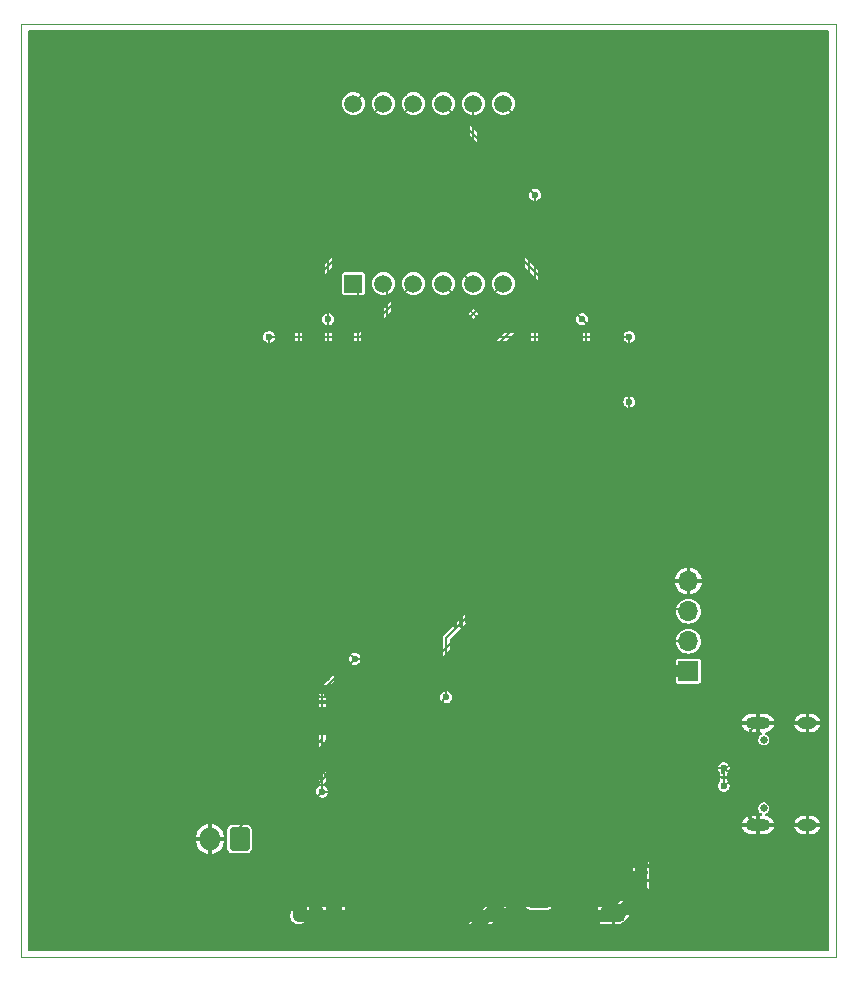
<source format=gbr>
%TF.GenerationSoftware,KiCad,Pcbnew,8.0.3*%
%TF.CreationDate,2024-07-26T10:29:50+08:00*%
%TF.ProjectId,NTC,4e54432e-6b69-4636-9164-5f7063625858,rev?*%
%TF.SameCoordinates,Original*%
%TF.FileFunction,Copper,L2,Bot*%
%TF.FilePolarity,Positive*%
%FSLAX45Y45*%
G04 Gerber Fmt 4.5, Leading zero omitted, Abs format (unit mm)*
G04 Created by KiCad (PCBNEW 8.0.3) date 2024-07-26 10:29:50*
%MOMM*%
%LPD*%
G01*
G04 APERTURE LIST*
G04 Aperture macros list*
%AMRoundRect*
0 Rectangle with rounded corners*
0 $1 Rounding radius*
0 $2 $3 $4 $5 $6 $7 $8 $9 X,Y pos of 4 corners*
0 Add a 4 corners polygon primitive as box body*
4,1,4,$2,$3,$4,$5,$6,$7,$8,$9,$2,$3,0*
0 Add four circle primitives for the rounded corners*
1,1,$1+$1,$2,$3*
1,1,$1+$1,$4,$5*
1,1,$1+$1,$6,$7*
1,1,$1+$1,$8,$9*
0 Add four rect primitives between the rounded corners*
20,1,$1+$1,$2,$3,$4,$5,0*
20,1,$1+$1,$4,$5,$6,$7,0*
20,1,$1+$1,$6,$7,$8,$9,0*
20,1,$1+$1,$8,$9,$2,$3,0*%
G04 Aperture macros list end*
%TA.AperFunction,ComponentPad*%
%ADD10R,1.700000X1.700000*%
%TD*%
%TA.AperFunction,ComponentPad*%
%ADD11O,1.700000X1.700000*%
%TD*%
%TA.AperFunction,ComponentPad*%
%ADD12R,1.500000X1.500000*%
%TD*%
%TA.AperFunction,ComponentPad*%
%ADD13C,1.500000*%
%TD*%
%TA.AperFunction,ComponentPad*%
%ADD14O,2.100000X1.000000*%
%TD*%
%TA.AperFunction,ComponentPad*%
%ADD15O,1.600000X1.000000*%
%TD*%
%TA.AperFunction,ComponentPad*%
%ADD16RoundRect,0.250000X0.600000X0.750000X-0.600000X0.750000X-0.600000X-0.750000X0.600000X-0.750000X0*%
%TD*%
%TA.AperFunction,ComponentPad*%
%ADD17O,1.700000X2.000000*%
%TD*%
%TA.AperFunction,ViaPad*%
%ADD18C,0.600000*%
%TD*%
%TA.AperFunction,Conductor*%
%ADD19C,0.200000*%
%TD*%
%TA.AperFunction,Conductor*%
%ADD20C,1.000000*%
%TD*%
%ADD21R,1.700000X1.700000*%
%ADD22O,1.700000X1.700000*%
%ADD23R,1.500000X1.500000*%
%ADD24C,1.500000*%
%ADD25C,0.650000*%
%ADD26O,2.100000X1.000000*%
%ADD27O,1.600000X1.000000*%
%ADD28RoundRect,0.250000X0.600000X0.750000X-0.600000X0.750000X-0.600000X-0.750000X0.600000X-0.750000X0*%
%ADD29O,1.700000X2.000000*%
%TA.AperFunction,SMDPad,CuDef*%
%ADD30RoundRect,0.250000X-0.475000X0.337500X-0.475000X-0.337500X0.475000X-0.337500X0.475000X0.337500X0*%
%TD*%
%TA.AperFunction,SMDPad,CuDef*%
%ADD31RoundRect,0.250000X0.450000X-0.350000X0.450000X0.350000X-0.450000X0.350000X-0.450000X-0.350000X0*%
%TD*%
%TA.AperFunction,SMDPad,CuDef*%
%ADD32RoundRect,0.250000X0.475000X-0.337500X0.475000X0.337500X-0.475000X0.337500X-0.475000X-0.337500X0*%
%TD*%
%TA.AperFunction,SMDPad,CuDef*%
%ADD33RoundRect,0.150000X0.150000X-0.587500X0.150000X0.587500X-0.150000X0.587500X-0.150000X-0.587500X0*%
%TD*%
%TA.AperFunction,SMDPad,CuDef*%
%ADD34RoundRect,0.250000X0.350000X0.450000X-0.350000X0.450000X-0.350000X-0.450000X0.350000X-0.450000X0*%
%TD*%
%TA.AperFunction,SMDPad,CuDef*%
%ADD35RoundRect,0.150000X0.825000X0.150000X-0.825000X0.150000X-0.825000X-0.150000X0.825000X-0.150000X0*%
%TD*%
%TA.AperFunction,SMDPad,CuDef*%
%ADD36RoundRect,0.150000X0.500000X-0.150000X0.500000X0.150000X-0.500000X0.150000X-0.500000X-0.150000X0*%
%TD*%
%TA.AperFunction,SMDPad,CuDef*%
%ADD37RoundRect,0.075000X0.575000X-0.075000X0.575000X0.075000X-0.575000X0.075000X-0.575000X-0.075000X0*%
%TD*%
%TA.AperFunction,SMDPad,CuDef*%
%ADD38RoundRect,0.375000X0.625000X0.375000X-0.625000X0.375000X-0.625000X-0.375000X0.625000X-0.375000X0*%
%TD*%
%TA.AperFunction,SMDPad,CuDef*%
%ADD39RoundRect,0.500000X0.500000X1.400000X-0.500000X1.400000X-0.500000X-1.400000X0.500000X-1.400000X0*%
%TD*%
%TA.AperFunction,SMDPad,CuDef*%
%ADD40RoundRect,0.250000X0.337500X0.475000X-0.337500X0.475000X-0.337500X-0.475000X0.337500X-0.475000X0*%
%TD*%
%TA.AperFunction,SMDPad,CuDef*%
%ADD41RoundRect,0.075000X-0.662500X-0.075000X0.662500X-0.075000X0.662500X0.075000X-0.662500X0.075000X0*%
%TD*%
%TA.AperFunction,SMDPad,CuDef*%
%ADD42RoundRect,0.075000X-0.075000X-0.662500X0.075000X-0.662500X0.075000X0.662500X-0.075000X0.662500X0*%
%TD*%
%TA.AperFunction,SMDPad,CuDef*%
%ADD43R,2.000000X2.400000*%
%TD*%
%TA.AperFunction,Conductor*%
%ADD44C,0.300000*%
%TD*%
%TA.AperFunction,Conductor*%
%ADD45C,0.250000*%
%TD*%
%TA.AperFunction,Conductor*%
%ADD46C,0.600000*%
%TD*%
%TA.AperFunction,Conductor*%
%ADD47C,0.500000*%
%TD*%
%ADD48RoundRect,0.250000X-0.475000X0.337500X-0.475000X-0.337500X0.475000X-0.337500X0.475000X0.337500X0*%
%ADD49RoundRect,0.250000X0.450000X-0.350000X0.450000X0.350000X-0.450000X0.350000X-0.450000X-0.350000X0*%
%ADD50RoundRect,0.250000X0.475000X-0.337500X0.475000X0.337500X-0.475000X0.337500X-0.475000X-0.337500X0*%
%ADD51RoundRect,0.150000X0.150000X-0.587500X0.150000X0.587500X-0.150000X0.587500X-0.150000X-0.587500X0*%
%ADD52RoundRect,0.250000X0.350000X0.450000X-0.350000X0.450000X-0.350000X-0.450000X0.350000X-0.450000X0*%
%ADD53RoundRect,0.150000X0.825000X0.150000X-0.825000X0.150000X-0.825000X-0.150000X0.825000X-0.150000X0*%
%ADD54RoundRect,0.150000X0.500000X-0.150000X0.500000X0.150000X-0.500000X0.150000X-0.500000X-0.150000X0*%
%ADD55RoundRect,0.075000X0.575000X-0.075000X0.575000X0.075000X-0.575000X0.075000X-0.575000X-0.075000X0*%
%ADD56RoundRect,0.375000X0.625000X0.375000X-0.625000X0.375000X-0.625000X-0.375000X0.625000X-0.375000X0*%
%ADD57RoundRect,0.500000X0.500000X1.400000X-0.500000X1.400000X-0.500000X-1.400000X0.500000X-1.400000X0*%
%ADD58RoundRect,0.250000X0.337500X0.475000X-0.337500X0.475000X-0.337500X-0.475000X0.337500X-0.475000X0*%
%ADD59RoundRect,0.075000X-0.662500X-0.075000X0.662500X-0.075000X0.662500X0.075000X-0.662500X0.075000X0*%
%ADD60RoundRect,0.075000X-0.075000X-0.662500X0.075000X-0.662500X0.075000X0.662500X-0.075000X0.662500X0*%
%ADD61R,2.000000X2.400000*%
%ADD62C,0.150000*%
%ADD63C,0.200000*%
%ADD64C,0.120000*%
%TA.AperFunction,Profile*%
%ADD65C,0.100000*%
%TD*%
G04 APERTURE END LIST*
D10*
%TO.P,J1,1,Pin_1*%
%TO.N,VDD*%
X17200000Y-10480000D03*
D11*
%TO.P,J1,2,Pin_2*%
%TO.N,/SWDIO*%
X17200000Y-10226000D03*
%TO.P,J1,3,Pin_3*%
%TO.N,/SWCLK*%
X17200000Y-9972000D03*
%TO.P,J1,4,Pin_4*%
%TO.N,GND*%
X17200000Y-9718000D03*
%TD*%
D12*
%TO.P,U2,1,e*%
%TO.N,Net-(U2-e)*%
X14365000Y-7197750D03*
D13*
%TO.P,U2,2,d*%
%TO.N,Net-(U2-d)*%
X14619000Y-7197750D03*
%TO.P,U2,3,DPX*%
%TO.N,Net-(U2-DPX)*%
X14873000Y-7197750D03*
%TO.P,U2,4,c*%
%TO.N,Net-(U2-c)*%
X15127000Y-7197750D03*
%TO.P,U2,5,g*%
%TO.N,Net-(U2-g)*%
X15381000Y-7197750D03*
%TO.P,U2,6,CC4*%
%TO.N,Net-(Q4-C)*%
X15635000Y-7197750D03*
%TO.P,U2,7,b*%
%TO.N,Net-(U2-b)*%
X15635000Y-5673750D03*
%TO.P,U2,8,CC3*%
%TO.N,Net-(Q3-C)*%
X15381000Y-5673750D03*
%TO.P,U2,9,CC2*%
%TO.N,Net-(Q2-C)*%
X15127000Y-5673750D03*
%TO.P,U2,10,f*%
%TO.N,Net-(U2-f)*%
X14873000Y-5673750D03*
%TO.P,U2,11,a*%
%TO.N,Net-(U2-a)*%
X14619000Y-5673750D03*
%TO.P,U2,12,CC1*%
%TO.N,Net-(Q1-C)*%
X14365000Y-5673750D03*
%TD*%
D14*
%TO.P,J3,S1,SHIELD*%
%TO.N,GND*%
X17789500Y-11782000D03*
D15*
X18207500Y-11782000D03*
D14*
X17789500Y-10918000D03*
D15*
X18207500Y-10918000D03*
%TD*%
D16*
%TO.P,J2,1,Pin_1*%
%TO.N,Net-(J2-Pin_1)*%
X13400000Y-11900000D03*
D17*
%TO.P,J2,2,Pin_2*%
%TO.N,GND*%
X13150000Y-11900000D03*
%TD*%
D18*
%TO.N,Net-(U2-DPX)*%
X13650000Y-7650000D03*
%TO.N,Net-(U2-f)*%
X14150000Y-7500000D03*
%TO.N,Net-(U2-c)*%
X16700000Y-7650000D03*
%TO.N,/SEG_C*%
X16700000Y-8200000D03*
X15150000Y-10700000D03*
%TO.N,GND*%
X18200000Y-9850000D03*
X16250000Y-12450000D03*
X16000000Y-9150000D03*
X15250000Y-10550000D03*
X17900000Y-12500000D03*
X15600000Y-11850000D03*
X13800000Y-8550000D03*
X12050000Y-12550000D03*
X16950000Y-11050000D03*
X16000000Y-9600000D03*
X14200000Y-11150000D03*
X18050000Y-12500000D03*
X14550000Y-12400000D03*
X18100000Y-5200000D03*
X13350000Y-11400000D03*
X16600000Y-12750000D03*
X11900000Y-5500000D03*
X14550000Y-8550000D03*
X18100000Y-5350000D03*
X18100000Y-5500000D03*
X15600000Y-11400000D03*
X14900000Y-11650000D03*
X14850000Y-10400000D03*
X13650000Y-10500000D03*
X14050000Y-8550000D03*
X18000000Y-10250000D03*
X11900000Y-5200000D03*
X16000000Y-8250000D03*
X17300000Y-12450000D03*
X14900000Y-8750000D03*
X11750000Y-12550000D03*
X11750000Y-12700000D03*
X15300000Y-12400000D03*
X14850000Y-10700000D03*
X13950000Y-10400000D03*
X18250000Y-5200000D03*
X18000000Y-10050000D03*
X18000000Y-9850000D03*
X13850000Y-11600000D03*
X11900000Y-12550000D03*
X18200000Y-12500000D03*
X14900000Y-12400000D03*
X16450000Y-8250000D03*
X14450000Y-10900000D03*
X14900000Y-9050000D03*
X13950000Y-9600000D03*
X15550000Y-8250000D03*
X14400000Y-9600000D03*
X11750000Y-5350000D03*
X11900000Y-5350000D03*
X18250000Y-5350000D03*
X18200000Y-10050000D03*
X11900000Y-12700000D03*
X12050000Y-12700000D03*
X15550000Y-9600000D03*
X13500000Y-8550000D03*
X14400000Y-11750000D03*
X18050000Y-12650000D03*
X16950000Y-12450000D03*
X18250000Y-5500000D03*
X15150000Y-8250000D03*
X18200000Y-10250000D03*
X18200000Y-12650000D03*
X14540000Y-11000000D03*
X17900000Y-12650000D03*
X16950000Y-11600000D03*
X11750000Y-5200000D03*
X11750000Y-5500000D03*
X13100000Y-10300000D03*
X14750000Y-8550000D03*
X14900000Y-12050000D03*
X15250000Y-10350000D03*
X14850000Y-10550000D03*
X14300000Y-8550000D03*
X15700000Y-8750000D03*
X14100000Y-12100000D03*
X15250000Y-8750000D03*
X15250000Y-9050000D03*
X13550000Y-11250000D03*
%TO.N,/VREF*%
X14375000Y-10375000D03*
X14100000Y-11500000D03*
%TO.N,VCC*%
X13900000Y-12550000D03*
X16800000Y-12050000D03*
%TO.N,Net-(Q1-C)*%
X16300000Y-7500000D03*
%TO.N,Net-(Q2-C)*%
X15900000Y-6446750D03*
%TO.N,Net-(U4-UD-)*%
X17500000Y-11450000D03*
X17500000Y-11300000D03*
%TD*%
D19*
%TO.N,Net-(U2-DPX)*%
X14420750Y-7650000D02*
X14873000Y-7197750D01*
X13650000Y-7650000D02*
X14420750Y-7650000D01*
%TO.N,Net-(U2-f)*%
X14150000Y-7500000D02*
X14150000Y-6396750D01*
X14150000Y-6396750D02*
X14873000Y-5673750D01*
%TO.N,Net-(U2-c)*%
X15579250Y-7650000D02*
X15127000Y-7197750D01*
X16700000Y-7650000D02*
X15579250Y-7650000D01*
%TO.N,/SEG_C*%
X16700000Y-8650000D02*
X16700000Y-8200000D01*
X15150000Y-10700000D02*
X15150000Y-10200000D01*
X15150000Y-10200000D02*
X16700000Y-8650000D01*
%TO.N,/VREF*%
X14100000Y-10650000D02*
X14375000Y-10375000D01*
X14100000Y-11500000D02*
X14100000Y-10650000D01*
D20*
%TO.N,VCC*%
X13900000Y-12550000D02*
X16600000Y-12550000D01*
X16600000Y-12550000D02*
X16800000Y-12350000D01*
X16800000Y-12350000D02*
X16800000Y-12050000D01*
D19*
%TO.N,Net-(Q1-C)*%
X16300000Y-7500000D02*
X15000000Y-6200000D01*
X15000000Y-5600000D02*
X14950000Y-5550000D01*
X14488750Y-5550000D02*
X14365000Y-5673750D01*
X14950000Y-5550000D02*
X14488750Y-5550000D01*
X15000000Y-6200000D02*
X15000000Y-5600000D01*
%TO.N,Net-(Q2-C)*%
X15900000Y-6446750D02*
X15127000Y-5673750D01*
%TO.N,Net-(U4-UD-)*%
X17500000Y-11300000D02*
X17500000Y-11450000D01*
%TD*%
%TA.AperFunction,Conductor*%
%TO.N,GND*%
G36*
X18390869Y-5056941D02*
G01*
X18394466Y-5061891D01*
X18394950Y-5064950D01*
X18394950Y-12835050D01*
X18393059Y-12840869D01*
X18388109Y-12844465D01*
X18385050Y-12844950D01*
X11614950Y-12844950D01*
X11609131Y-12843059D01*
X11605534Y-12838109D01*
X11605050Y-12835050D01*
X11605050Y-12543100D01*
X13829950Y-12543100D01*
X13829950Y-12556899D01*
X13832642Y-12570433D01*
X13832642Y-12570433D01*
X13837922Y-12583181D01*
X13837923Y-12583182D01*
X13845588Y-12594654D01*
X13855346Y-12604411D01*
X13866818Y-12612077D01*
X13866819Y-12612078D01*
X13871528Y-12614028D01*
X13879567Y-12617358D01*
X13893101Y-12620050D01*
X13893101Y-12620050D01*
X16606899Y-12620050D01*
X16606899Y-12620050D01*
X16620433Y-12617358D01*
X16633181Y-12612077D01*
X16644654Y-12604411D01*
X16854411Y-12394654D01*
X16862078Y-12383181D01*
X16867358Y-12370433D01*
X16870050Y-12356899D01*
X16870050Y-12043101D01*
X16867358Y-12029567D01*
X16863416Y-12020050D01*
X16862078Y-12016819D01*
X16862077Y-12016818D01*
X16854411Y-12005346D01*
X16844654Y-11995588D01*
X16833182Y-11987923D01*
X16833181Y-11987922D01*
X16820433Y-11982642D01*
X16806900Y-11979950D01*
X16806899Y-11979950D01*
X16793101Y-11979950D01*
X16793100Y-11979950D01*
X16779567Y-11982642D01*
X16779567Y-11982642D01*
X16766819Y-11987922D01*
X16766818Y-11987923D01*
X16755346Y-11995588D01*
X16745588Y-12005346D01*
X16737923Y-12016818D01*
X16737922Y-12016819D01*
X16732642Y-12029567D01*
X16732642Y-12029567D01*
X16729950Y-12043100D01*
X16729950Y-12316883D01*
X16728059Y-12322703D01*
X16727050Y-12323884D01*
X16573884Y-12477050D01*
X16568432Y-12479828D01*
X16566883Y-12479950D01*
X13893100Y-12479950D01*
X13879567Y-12482642D01*
X13879567Y-12482642D01*
X13866819Y-12487922D01*
X13866818Y-12487923D01*
X13855346Y-12495588D01*
X13845588Y-12505346D01*
X13837923Y-12516818D01*
X13837922Y-12516819D01*
X13832642Y-12529567D01*
X13832642Y-12529567D01*
X13829950Y-12543100D01*
X11605050Y-12543100D01*
X11605050Y-11875949D01*
X13035000Y-11875949D01*
X13035000Y-11885000D01*
X13035000Y-11885000D01*
X13102255Y-11885000D01*
X13100000Y-11893417D01*
X13100000Y-11906583D01*
X13102255Y-11915000D01*
X13035000Y-11915000D01*
X13035000Y-11915000D01*
X13035000Y-11924051D01*
X13037832Y-11941929D01*
X13043425Y-11959144D01*
X13051643Y-11975273D01*
X13051643Y-11975273D01*
X13062282Y-11989917D01*
X13075083Y-12002717D01*
X13089726Y-12013357D01*
X13089727Y-12013357D01*
X13105856Y-12021575D01*
X13123071Y-12027168D01*
X13135000Y-12029058D01*
X13135000Y-11947744D01*
X13143417Y-11950000D01*
X13156583Y-11950000D01*
X13165000Y-11947744D01*
X13165000Y-12029058D01*
X13176929Y-12027168D01*
X13194144Y-12021575D01*
X13210273Y-12013357D01*
X13210273Y-12013357D01*
X13224917Y-12002717D01*
X13237717Y-11989917D01*
X13248357Y-11975273D01*
X13248357Y-11975273D01*
X13256575Y-11959144D01*
X13262168Y-11941929D01*
X13265000Y-11924051D01*
X13265000Y-11915000D01*
X13265000Y-11915000D01*
X13197744Y-11915000D01*
X13200000Y-11906583D01*
X13200000Y-11893417D01*
X13197744Y-11885000D01*
X13265000Y-11885000D01*
X13265000Y-11885000D01*
X13265000Y-11875949D01*
X13262168Y-11858071D01*
X13256575Y-11840856D01*
X13248357Y-11824727D01*
X13248357Y-11824726D01*
X13244612Y-11819572D01*
X13294950Y-11819572D01*
X13294950Y-11980427D01*
X13295235Y-11983469D01*
X13295235Y-11983470D01*
X13299721Y-11996288D01*
X13307784Y-12007214D01*
X13307785Y-12007215D01*
X13307785Y-12007215D01*
X13307785Y-12007215D01*
X13307785Y-12007215D01*
X13318712Y-12015279D01*
X13318712Y-12015279D01*
X13318712Y-12015279D01*
X13331530Y-12019765D01*
X13334572Y-12020050D01*
X13334573Y-12020050D01*
X13334573Y-12020050D01*
X13465427Y-12020050D01*
X13465427Y-12020050D01*
X13468470Y-12019765D01*
X13481288Y-12015279D01*
X13492215Y-12007215D01*
X13500279Y-11996288D01*
X13504765Y-11983470D01*
X13505050Y-11980427D01*
X13505050Y-11980427D01*
X13505050Y-11819573D01*
X13505050Y-11819572D01*
X13504765Y-11816530D01*
X13504765Y-11816530D01*
X13500279Y-11803712D01*
X13497850Y-11800420D01*
X13492215Y-11792785D01*
X13492215Y-11792785D01*
X13492215Y-11792785D01*
X13492215Y-11792785D01*
X13492214Y-11792784D01*
X13481288Y-11784721D01*
X13468470Y-11780235D01*
X13468469Y-11780235D01*
X13465427Y-11779950D01*
X13465427Y-11779950D01*
X13334573Y-11779950D01*
X13334572Y-11779950D01*
X13331530Y-11780235D01*
X13331530Y-11780235D01*
X13318712Y-11784721D01*
X13307785Y-11792784D01*
X13307784Y-11792785D01*
X13299721Y-11803712D01*
X13295235Y-11816530D01*
X13295235Y-11816530D01*
X13294950Y-11819572D01*
X13244612Y-11819572D01*
X13237717Y-11810083D01*
X13224917Y-11797282D01*
X13210273Y-11786643D01*
X13210273Y-11786643D01*
X13194144Y-11778425D01*
X13176929Y-11772832D01*
X13165000Y-11770942D01*
X13165000Y-11852255D01*
X13156583Y-11850000D01*
X13143417Y-11850000D01*
X13135000Y-11852255D01*
X13135000Y-11770942D01*
X13135000Y-11770942D01*
X13123071Y-11772832D01*
X13105856Y-11778425D01*
X13089727Y-11786643D01*
X13089726Y-11786643D01*
X13075083Y-11797282D01*
X13062282Y-11810083D01*
X13051643Y-11824726D01*
X13051643Y-11824727D01*
X13043425Y-11840856D01*
X13037832Y-11858071D01*
X13035000Y-11875949D01*
X11605050Y-11875949D01*
X11605050Y-11767000D01*
X17655916Y-11767000D01*
X17655917Y-11767000D01*
X17708519Y-11767000D01*
X17706544Y-11770420D01*
X17704500Y-11778050D01*
X17704500Y-11785950D01*
X17706544Y-11793580D01*
X17708519Y-11797000D01*
X17655916Y-11797000D01*
X17657574Y-11805335D01*
X17663605Y-11819894D01*
X17663605Y-11819895D01*
X17672360Y-11832997D01*
X17672360Y-11832997D01*
X17683503Y-11844140D01*
X17683503Y-11844140D01*
X17696605Y-11852895D01*
X17696606Y-11852895D01*
X17711165Y-11858926D01*
X17726620Y-11862000D01*
X17726621Y-11862000D01*
X17774500Y-11862000D01*
X17774500Y-11862000D01*
X17774500Y-11812000D01*
X17804500Y-11812000D01*
X17804500Y-11862000D01*
X17804500Y-11862000D01*
X17852379Y-11862000D01*
X17852380Y-11862000D01*
X17867835Y-11858926D01*
X17882394Y-11852895D01*
X17882395Y-11852895D01*
X17895497Y-11844140D01*
X17895497Y-11844140D01*
X17906640Y-11832997D01*
X17906640Y-11832997D01*
X17915395Y-11819895D01*
X17915395Y-11819894D01*
X17921426Y-11805335D01*
X17923084Y-11797000D01*
X17870481Y-11797000D01*
X17872456Y-11793580D01*
X17874500Y-11785950D01*
X17874500Y-11778050D01*
X17872456Y-11770420D01*
X17870481Y-11767000D01*
X17923084Y-11767000D01*
X17923084Y-11767000D01*
X18098916Y-11767000D01*
X18098917Y-11767000D01*
X18151519Y-11767000D01*
X18149544Y-11770420D01*
X18147500Y-11778050D01*
X18147500Y-11785950D01*
X18149544Y-11793580D01*
X18151519Y-11797000D01*
X18098916Y-11797000D01*
X18100574Y-11805335D01*
X18106605Y-11819894D01*
X18106605Y-11819895D01*
X18115360Y-11832997D01*
X18115360Y-11832997D01*
X18126503Y-11844140D01*
X18126503Y-11844140D01*
X18139605Y-11852895D01*
X18139606Y-11852895D01*
X18154165Y-11858926D01*
X18169620Y-11862000D01*
X18169621Y-11862000D01*
X18192500Y-11862000D01*
X18192500Y-11862000D01*
X18192500Y-11812000D01*
X18222500Y-11812000D01*
X18222500Y-11862000D01*
X18222500Y-11862000D01*
X18245379Y-11862000D01*
X18245380Y-11862000D01*
X18260835Y-11858926D01*
X18275394Y-11852895D01*
X18275395Y-11852895D01*
X18288497Y-11844140D01*
X18288497Y-11844140D01*
X18299640Y-11832997D01*
X18299640Y-11832997D01*
X18308395Y-11819895D01*
X18308395Y-11819894D01*
X18314426Y-11805335D01*
X18316084Y-11797000D01*
X18263481Y-11797000D01*
X18265456Y-11793580D01*
X18267500Y-11785950D01*
X18267500Y-11778050D01*
X18265456Y-11770420D01*
X18263481Y-11767000D01*
X18316084Y-11767000D01*
X18316084Y-11767000D01*
X18314426Y-11758665D01*
X18308395Y-11744106D01*
X18308395Y-11744105D01*
X18299640Y-11731003D01*
X18299640Y-11731003D01*
X18288497Y-11719860D01*
X18288497Y-11719860D01*
X18275395Y-11711105D01*
X18275394Y-11711105D01*
X18260835Y-11705074D01*
X18245380Y-11702000D01*
X18222500Y-11702000D01*
X18222500Y-11702000D01*
X18222500Y-11752000D01*
X18192500Y-11752000D01*
X18192500Y-11702000D01*
X18192500Y-11702000D01*
X18169620Y-11702000D01*
X18154165Y-11705074D01*
X18139606Y-11711105D01*
X18139605Y-11711105D01*
X18126503Y-11719860D01*
X18126503Y-11719860D01*
X18115360Y-11731003D01*
X18115360Y-11731003D01*
X18106605Y-11744105D01*
X18106605Y-11744106D01*
X18100574Y-11758665D01*
X18098916Y-11767000D01*
X17923084Y-11767000D01*
X17921426Y-11758665D01*
X17915395Y-11744106D01*
X17915395Y-11744105D01*
X17906640Y-11731003D01*
X17906640Y-11731003D01*
X17895497Y-11719860D01*
X17895497Y-11719860D01*
X17882395Y-11711105D01*
X17882394Y-11711105D01*
X17867835Y-11705074D01*
X17857130Y-11702945D01*
X17851791Y-11699955D01*
X17849230Y-11694399D01*
X17850424Y-11688398D01*
X17854917Y-11684244D01*
X17856499Y-11683672D01*
X17857854Y-11683309D01*
X17868696Y-11677049D01*
X17877550Y-11668196D01*
X17883810Y-11657354D01*
X17887050Y-11645260D01*
X17887050Y-11632740D01*
X17883810Y-11620646D01*
X17877550Y-11609804D01*
X17868696Y-11600950D01*
X17857854Y-11594690D01*
X17845760Y-11591450D01*
X17833240Y-11591450D01*
X17825178Y-11593610D01*
X17821146Y-11594690D01*
X17810304Y-11600950D01*
X17801451Y-11609804D01*
X17795191Y-11620646D01*
X17795191Y-11620646D01*
X17791950Y-11632740D01*
X17791950Y-11645260D01*
X17795191Y-11657354D01*
X17801451Y-11668196D01*
X17810304Y-11677049D01*
X17821146Y-11683309D01*
X17821147Y-11683309D01*
X17821522Y-11683526D01*
X17825616Y-11688073D01*
X17826256Y-11694158D01*
X17823196Y-11699457D01*
X17817607Y-11701946D01*
X17816572Y-11702000D01*
X17804500Y-11702000D01*
X17804500Y-11702000D01*
X17804500Y-11752000D01*
X17774500Y-11752000D01*
X17774500Y-11702000D01*
X17774500Y-11702000D01*
X17726620Y-11702000D01*
X17711165Y-11705074D01*
X17696606Y-11711105D01*
X17696605Y-11711105D01*
X17683503Y-11719860D01*
X17683503Y-11719860D01*
X17672360Y-11731003D01*
X17672360Y-11731003D01*
X17663605Y-11744105D01*
X17663605Y-11744106D01*
X17657574Y-11758665D01*
X17655916Y-11767000D01*
X11605050Y-11767000D01*
X11605050Y-11500000D01*
X14049435Y-11500000D01*
X14049435Y-11500000D01*
X14051483Y-11514246D01*
X14057462Y-11527337D01*
X14057462Y-11527337D01*
X14066887Y-11538214D01*
X14066887Y-11538214D01*
X14078994Y-11545995D01*
X14078995Y-11545995D01*
X14089640Y-11549121D01*
X14092803Y-11550050D01*
X14092804Y-11550050D01*
X14092804Y-11550050D01*
X14092804Y-11550050D01*
X14107196Y-11550050D01*
X14107196Y-11550050D01*
X14121005Y-11545995D01*
X14133113Y-11538214D01*
X14142538Y-11527337D01*
X14148516Y-11514246D01*
X14150557Y-11500050D01*
X14150565Y-11500000D01*
X14150565Y-11500000D01*
X14148516Y-11485754D01*
X14144672Y-11477337D01*
X14142538Y-11472663D01*
X14133113Y-11461786D01*
X14133113Y-11461786D01*
X14132649Y-11461251D01*
X14132852Y-11461074D01*
X14130307Y-11456850D01*
X14130050Y-11454610D01*
X14130050Y-11300000D01*
X17449435Y-11300000D01*
X17449435Y-11300000D01*
X17451483Y-11314246D01*
X17457462Y-11327337D01*
X17467351Y-11338749D01*
X17467147Y-11338926D01*
X17469693Y-11343146D01*
X17469950Y-11345389D01*
X17469950Y-11404610D01*
X17468059Y-11410430D01*
X17467326Y-11411229D01*
X17467351Y-11411251D01*
X17457462Y-11422663D01*
X17451483Y-11435754D01*
X17449435Y-11450000D01*
X17449435Y-11450000D01*
X17451483Y-11464246D01*
X17455328Y-11472663D01*
X17457462Y-11477337D01*
X17464756Y-11485754D01*
X17466887Y-11488214D01*
X17478994Y-11495995D01*
X17478995Y-11495995D01*
X17489640Y-11499121D01*
X17492804Y-11500050D01*
X17492804Y-11500050D01*
X17492804Y-11500050D01*
X17492804Y-11500050D01*
X17507196Y-11500050D01*
X17507196Y-11500050D01*
X17521005Y-11495995D01*
X17533113Y-11488214D01*
X17542538Y-11477337D01*
X17548517Y-11464246D01*
X17550565Y-11450000D01*
X17548517Y-11435754D01*
X17542538Y-11422663D01*
X17533113Y-11411786D01*
X17533113Y-11411786D01*
X17532649Y-11411251D01*
X17532852Y-11411074D01*
X17530307Y-11406850D01*
X17530050Y-11404610D01*
X17530050Y-11345389D01*
X17531941Y-11339570D01*
X17532674Y-11338771D01*
X17532649Y-11338749D01*
X17533113Y-11338214D01*
X17542538Y-11327337D01*
X17548517Y-11314246D01*
X17550565Y-11300000D01*
X17548517Y-11285754D01*
X17542538Y-11272663D01*
X17533113Y-11261786D01*
X17533113Y-11261786D01*
X17533113Y-11261785D01*
X17521006Y-11254005D01*
X17521005Y-11254005D01*
X17521005Y-11254005D01*
X17521005Y-11254005D01*
X17507196Y-11249950D01*
X17507196Y-11249950D01*
X17492804Y-11249950D01*
X17492804Y-11249950D01*
X17478995Y-11254005D01*
X17478994Y-11254005D01*
X17466887Y-11261785D01*
X17457462Y-11272663D01*
X17451483Y-11285754D01*
X17449435Y-11300000D01*
X14130050Y-11300000D01*
X14130050Y-10903000D01*
X17655916Y-10903000D01*
X17655917Y-10903000D01*
X17708519Y-10903000D01*
X17706544Y-10906420D01*
X17704500Y-10914050D01*
X17704500Y-10921950D01*
X17706544Y-10929580D01*
X17708519Y-10933000D01*
X17655916Y-10933000D01*
X17657574Y-10941335D01*
X17663605Y-10955894D01*
X17663605Y-10955895D01*
X17672360Y-10968997D01*
X17672360Y-10968997D01*
X17683503Y-10980140D01*
X17683503Y-10980140D01*
X17696605Y-10988895D01*
X17696606Y-10988895D01*
X17711165Y-10994926D01*
X17726620Y-10998000D01*
X17726621Y-10998000D01*
X17774500Y-10998000D01*
X17774500Y-10998000D01*
X17774500Y-10948000D01*
X17804500Y-10948000D01*
X17804500Y-10998000D01*
X17804500Y-10998000D01*
X17816572Y-10998000D01*
X17822391Y-10999891D01*
X17825988Y-11004841D01*
X17825988Y-11010959D01*
X17822391Y-11015909D01*
X17821522Y-11016474D01*
X17821147Y-11016690D01*
X17821146Y-11016691D01*
X17810304Y-11022951D01*
X17801451Y-11031804D01*
X17795191Y-11042646D01*
X17795191Y-11042646D01*
X17791950Y-11054740D01*
X17791950Y-11067260D01*
X17795191Y-11079354D01*
X17801451Y-11090196D01*
X17810304Y-11099050D01*
X17821146Y-11105310D01*
X17833240Y-11108550D01*
X17833240Y-11108550D01*
X17845760Y-11108550D01*
X17845760Y-11108550D01*
X17857854Y-11105310D01*
X17868696Y-11099050D01*
X17877550Y-11090196D01*
X17883810Y-11079354D01*
X17887050Y-11067260D01*
X17887050Y-11054740D01*
X17883810Y-11042646D01*
X17877550Y-11031804D01*
X17868696Y-11022951D01*
X17857854Y-11016691D01*
X17857853Y-11016690D01*
X17857854Y-11016690D01*
X17856499Y-11016327D01*
X17851367Y-11012995D01*
X17849175Y-11007283D01*
X17850759Y-11001373D01*
X17855514Y-10997522D01*
X17857130Y-10997055D01*
X17867835Y-10994926D01*
X17882394Y-10988895D01*
X17882395Y-10988895D01*
X17895497Y-10980140D01*
X17895497Y-10980140D01*
X17906640Y-10968997D01*
X17906640Y-10968997D01*
X17915395Y-10955895D01*
X17915395Y-10955894D01*
X17921426Y-10941335D01*
X17923084Y-10933000D01*
X17870481Y-10933000D01*
X17872456Y-10929580D01*
X17874500Y-10921950D01*
X17874500Y-10914050D01*
X17872456Y-10906420D01*
X17870481Y-10903000D01*
X17923084Y-10903000D01*
X17923084Y-10903000D01*
X18098916Y-10903000D01*
X18098917Y-10903000D01*
X18151519Y-10903000D01*
X18149544Y-10906420D01*
X18147500Y-10914050D01*
X18147500Y-10921950D01*
X18149544Y-10929580D01*
X18151519Y-10933000D01*
X18098916Y-10933000D01*
X18100574Y-10941335D01*
X18106605Y-10955894D01*
X18106605Y-10955895D01*
X18115360Y-10968997D01*
X18115360Y-10968997D01*
X18126503Y-10980140D01*
X18126503Y-10980140D01*
X18139605Y-10988895D01*
X18139606Y-10988895D01*
X18154165Y-10994926D01*
X18169620Y-10998000D01*
X18169621Y-10998000D01*
X18192500Y-10998000D01*
X18192500Y-10998000D01*
X18192500Y-10948000D01*
X18222500Y-10948000D01*
X18222500Y-10998000D01*
X18222500Y-10998000D01*
X18245379Y-10998000D01*
X18245380Y-10998000D01*
X18260835Y-10994926D01*
X18275394Y-10988895D01*
X18275395Y-10988895D01*
X18288497Y-10980140D01*
X18288497Y-10980140D01*
X18299640Y-10968997D01*
X18299640Y-10968997D01*
X18308395Y-10955895D01*
X18308395Y-10955894D01*
X18314426Y-10941335D01*
X18316084Y-10933000D01*
X18263481Y-10933000D01*
X18265456Y-10929580D01*
X18267500Y-10921950D01*
X18267500Y-10914050D01*
X18265456Y-10906420D01*
X18263481Y-10903000D01*
X18316084Y-10903000D01*
X18316084Y-10903000D01*
X18314426Y-10894665D01*
X18308395Y-10880106D01*
X18308395Y-10880105D01*
X18299640Y-10867003D01*
X18299640Y-10867003D01*
X18288497Y-10855860D01*
X18288497Y-10855860D01*
X18275395Y-10847105D01*
X18275394Y-10847105D01*
X18260835Y-10841074D01*
X18245380Y-10838000D01*
X18222500Y-10838000D01*
X18222500Y-10838000D01*
X18222500Y-10888000D01*
X18192500Y-10888000D01*
X18192500Y-10838000D01*
X18192500Y-10838000D01*
X18169620Y-10838000D01*
X18154165Y-10841074D01*
X18139606Y-10847105D01*
X18139605Y-10847105D01*
X18126503Y-10855860D01*
X18126503Y-10855860D01*
X18115360Y-10867003D01*
X18115360Y-10867003D01*
X18106605Y-10880105D01*
X18106605Y-10880106D01*
X18100574Y-10894665D01*
X18098916Y-10903000D01*
X17923084Y-10903000D01*
X17921426Y-10894665D01*
X17915395Y-10880106D01*
X17915395Y-10880105D01*
X17906640Y-10867003D01*
X17906640Y-10867003D01*
X17895497Y-10855860D01*
X17895497Y-10855860D01*
X17882395Y-10847105D01*
X17882394Y-10847105D01*
X17867835Y-10841074D01*
X17852380Y-10838000D01*
X17804500Y-10838000D01*
X17804500Y-10838000D01*
X17804500Y-10888000D01*
X17774500Y-10888000D01*
X17774500Y-10838000D01*
X17774500Y-10838000D01*
X17726620Y-10838000D01*
X17711165Y-10841074D01*
X17696606Y-10847105D01*
X17696605Y-10847105D01*
X17683503Y-10855860D01*
X17683503Y-10855860D01*
X17672360Y-10867003D01*
X17672360Y-10867003D01*
X17663605Y-10880105D01*
X17663605Y-10880106D01*
X17657574Y-10894665D01*
X17655916Y-10903000D01*
X14130050Y-10903000D01*
X14130050Y-10700000D01*
X15099435Y-10700000D01*
X15099435Y-10700000D01*
X15101483Y-10714246D01*
X15107462Y-10727337D01*
X15107462Y-10727337D01*
X15116887Y-10738214D01*
X15116887Y-10738214D01*
X15128994Y-10745995D01*
X15128995Y-10745995D01*
X15139640Y-10749121D01*
X15142803Y-10750050D01*
X15142804Y-10750050D01*
X15142804Y-10750050D01*
X15142804Y-10750050D01*
X15157196Y-10750050D01*
X15157196Y-10750050D01*
X15171005Y-10745995D01*
X15183113Y-10738214D01*
X15192538Y-10727337D01*
X15198516Y-10714246D01*
X15200565Y-10700000D01*
X15198516Y-10685754D01*
X15192538Y-10672663D01*
X15183113Y-10661786D01*
X15183113Y-10661786D01*
X15182649Y-10661251D01*
X15182852Y-10661074D01*
X15180307Y-10656851D01*
X15180050Y-10654611D01*
X15180050Y-10393025D01*
X17094950Y-10393025D01*
X17094950Y-10566975D01*
X17094950Y-10566976D01*
X17096113Y-10572823D01*
X17096113Y-10572823D01*
X17100545Y-10579455D01*
X17107177Y-10583887D01*
X17111623Y-10584771D01*
X17113024Y-10585050D01*
X17113025Y-10585050D01*
X17113025Y-10585050D01*
X17113025Y-10585050D01*
X17286975Y-10585050D01*
X17286975Y-10585050D01*
X17292823Y-10583887D01*
X17299455Y-10579455D01*
X17303887Y-10572823D01*
X17305050Y-10566975D01*
X17305050Y-10393025D01*
X17303887Y-10387177D01*
X17299455Y-10380545D01*
X17299455Y-10380545D01*
X17292823Y-10376113D01*
X17292823Y-10376113D01*
X17292823Y-10376113D01*
X17292823Y-10376113D01*
X17286976Y-10374950D01*
X17286975Y-10374950D01*
X17113025Y-10374950D01*
X17113025Y-10374950D01*
X17113024Y-10374950D01*
X17107177Y-10376113D01*
X17107177Y-10376113D01*
X17100545Y-10380545D01*
X17100545Y-10380545D01*
X17096113Y-10387177D01*
X17096113Y-10387177D01*
X17094950Y-10393024D01*
X17094950Y-10393025D01*
X15180050Y-10393025D01*
X15180050Y-10226000D01*
X17094442Y-10226000D01*
X17094442Y-10226000D01*
X17096470Y-10246593D01*
X17096470Y-10246593D01*
X17102477Y-10266395D01*
X17112232Y-10284645D01*
X17125359Y-10300640D01*
X17125359Y-10300641D01*
X17125360Y-10300641D01*
X17141355Y-10313768D01*
X17141355Y-10313768D01*
X17141355Y-10313769D01*
X17159605Y-10323523D01*
X17173400Y-10327708D01*
X17179407Y-10329530D01*
X17179407Y-10329530D01*
X17200000Y-10331558D01*
X17200000Y-10331558D01*
X17200000Y-10331558D01*
X17220593Y-10329530D01*
X17220593Y-10329530D01*
X17222325Y-10329005D01*
X17240395Y-10323523D01*
X17258645Y-10313769D01*
X17274641Y-10300641D01*
X17287769Y-10284645D01*
X17297523Y-10266395D01*
X17303530Y-10246593D01*
X17303530Y-10246593D01*
X17305558Y-10226000D01*
X17305558Y-10226000D01*
X17303530Y-10205407D01*
X17303530Y-10205407D01*
X17301708Y-10199400D01*
X17297523Y-10185605D01*
X17287769Y-10167355D01*
X17274641Y-10151359D01*
X17274640Y-10151359D01*
X17258645Y-10138232D01*
X17240395Y-10128477D01*
X17220593Y-10122470D01*
X17220593Y-10122470D01*
X17200000Y-10120442D01*
X17200000Y-10120442D01*
X17179407Y-10122470D01*
X17179407Y-10122470D01*
X17159605Y-10128477D01*
X17141355Y-10138232D01*
X17125360Y-10151359D01*
X17125359Y-10151360D01*
X17112232Y-10167355D01*
X17102477Y-10185605D01*
X17096470Y-10205407D01*
X17096470Y-10205407D01*
X17094442Y-10226000D01*
X15180050Y-10226000D01*
X15180050Y-10216548D01*
X15181941Y-10210729D01*
X15182949Y-10209548D01*
X15420497Y-9972000D01*
X17094442Y-9972000D01*
X17094442Y-9972000D01*
X17096470Y-9992593D01*
X17096470Y-9992593D01*
X17102477Y-10012395D01*
X17112232Y-10030645D01*
X17125359Y-10046640D01*
X17125359Y-10046641D01*
X17125360Y-10046641D01*
X17141355Y-10059768D01*
X17141355Y-10059768D01*
X17141355Y-10059769D01*
X17159605Y-10069523D01*
X17173400Y-10073708D01*
X17179407Y-10075530D01*
X17179407Y-10075530D01*
X17200000Y-10077558D01*
X17200000Y-10077558D01*
X17200000Y-10077558D01*
X17220593Y-10075530D01*
X17220593Y-10075530D01*
X17240395Y-10069523D01*
X17258645Y-10059769D01*
X17274641Y-10046641D01*
X17287769Y-10030645D01*
X17297523Y-10012395D01*
X17303530Y-9992593D01*
X17303530Y-9992593D01*
X17305558Y-9972000D01*
X17305558Y-9972000D01*
X17303530Y-9951407D01*
X17303530Y-9951407D01*
X17301708Y-9945400D01*
X17297523Y-9931605D01*
X17287769Y-9913355D01*
X17274641Y-9897359D01*
X17274640Y-9897359D01*
X17258645Y-9884232D01*
X17240395Y-9874477D01*
X17220593Y-9868470D01*
X17220593Y-9868470D01*
X17200000Y-9866442D01*
X17200000Y-9866442D01*
X17179407Y-9868470D01*
X17179407Y-9868470D01*
X17159605Y-9874477D01*
X17141355Y-9884232D01*
X17125360Y-9897359D01*
X17125359Y-9897360D01*
X17112232Y-9913355D01*
X17102477Y-9931605D01*
X17096470Y-9951407D01*
X17096470Y-9951407D01*
X17094442Y-9972000D01*
X15420497Y-9972000D01*
X15689497Y-9703000D01*
X17085897Y-9703000D01*
X17152256Y-9703000D01*
X17150000Y-9711417D01*
X17150000Y-9724583D01*
X17152256Y-9733000D01*
X17085897Y-9733000D01*
X17086474Y-9739222D01*
X17092306Y-9759721D01*
X17101806Y-9778798D01*
X17101806Y-9778799D01*
X17114650Y-9795806D01*
X17114651Y-9795808D01*
X17130400Y-9810165D01*
X17130399Y-9810165D01*
X17148521Y-9821385D01*
X17168394Y-9829084D01*
X17185000Y-9832188D01*
X17185000Y-9832188D01*
X17185000Y-9765745D01*
X17193417Y-9768000D01*
X17206583Y-9768000D01*
X17215000Y-9765745D01*
X17215000Y-9832188D01*
X17231606Y-9829084D01*
X17251479Y-9821385D01*
X17269600Y-9810165D01*
X17285349Y-9795808D01*
X17285350Y-9795806D01*
X17298194Y-9778799D01*
X17298194Y-9778798D01*
X17307694Y-9759721D01*
X17313526Y-9739222D01*
X17314103Y-9733000D01*
X17247745Y-9733000D01*
X17250000Y-9724583D01*
X17250000Y-9711417D01*
X17247745Y-9703000D01*
X17314103Y-9703000D01*
X17313526Y-9696778D01*
X17307694Y-9676279D01*
X17298194Y-9657202D01*
X17298194Y-9657201D01*
X17285350Y-9640194D01*
X17285349Y-9640192D01*
X17269600Y-9625835D01*
X17269601Y-9625835D01*
X17251479Y-9614615D01*
X17231606Y-9606916D01*
X17231606Y-9606916D01*
X17215000Y-9603812D01*
X17215000Y-9670255D01*
X17206583Y-9668000D01*
X17193417Y-9668000D01*
X17185000Y-9670255D01*
X17185000Y-9603812D01*
X17185000Y-9603812D01*
X17168394Y-9606916D01*
X17168394Y-9606916D01*
X17148521Y-9614615D01*
X17130400Y-9625835D01*
X17114651Y-9640192D01*
X17114650Y-9640194D01*
X17101806Y-9657201D01*
X17101806Y-9657202D01*
X17092306Y-9676279D01*
X17086474Y-9696778D01*
X17085897Y-9703000D01*
X15689497Y-9703000D01*
X16724046Y-8668451D01*
X16728002Y-8661599D01*
X16730050Y-8653956D01*
X16730050Y-8245389D01*
X16731941Y-8239570D01*
X16732674Y-8238771D01*
X16732649Y-8238749D01*
X16733113Y-8238214D01*
X16742538Y-8227337D01*
X16748516Y-8214246D01*
X16750565Y-8200000D01*
X16748516Y-8185754D01*
X16742538Y-8172663D01*
X16733113Y-8161786D01*
X16733113Y-8161786D01*
X16733113Y-8161785D01*
X16721006Y-8154005D01*
X16721005Y-8154005D01*
X16721005Y-8154005D01*
X16721005Y-8154005D01*
X16707196Y-8149950D01*
X16707196Y-8149950D01*
X16692804Y-8149950D01*
X16692803Y-8149950D01*
X16678995Y-8154005D01*
X16678994Y-8154005D01*
X16666887Y-8161785D01*
X16657462Y-8172663D01*
X16651483Y-8185754D01*
X16649435Y-8200000D01*
X16649435Y-8200000D01*
X16651483Y-8214246D01*
X16657462Y-8227337D01*
X16667351Y-8238749D01*
X16667147Y-8238926D01*
X16669692Y-8243146D01*
X16669950Y-8245389D01*
X16669950Y-8633452D01*
X16668059Y-8639271D01*
X16667050Y-8640453D01*
X15131549Y-10175954D01*
X15131549Y-10175954D01*
X15125954Y-10181549D01*
X15121998Y-10188401D01*
X15121998Y-10188401D01*
X15119950Y-10196044D01*
X15119950Y-10654611D01*
X15118059Y-10660430D01*
X15117326Y-10661229D01*
X15117351Y-10661251D01*
X15116887Y-10661786D01*
X15116887Y-10661786D01*
X15110091Y-10669628D01*
X15107462Y-10672663D01*
X15101483Y-10685754D01*
X15099435Y-10700000D01*
X14130050Y-10700000D01*
X14130050Y-10666548D01*
X14131941Y-10660729D01*
X14132949Y-10659548D01*
X14364547Y-10427950D01*
X14369999Y-10425172D01*
X14371548Y-10425050D01*
X14382196Y-10425050D01*
X14382196Y-10425050D01*
X14396005Y-10420995D01*
X14408113Y-10413214D01*
X14417538Y-10402337D01*
X14423516Y-10389246D01*
X14424551Y-10382053D01*
X14425565Y-10375000D01*
X14425565Y-10375000D01*
X14423516Y-10360754D01*
X14417538Y-10347663D01*
X14417538Y-10347663D01*
X14408113Y-10336786D01*
X14408113Y-10336786D01*
X14408113Y-10336786D01*
X14396006Y-10329005D01*
X14396005Y-10329005D01*
X14396005Y-10329005D01*
X14396005Y-10329005D01*
X14382196Y-10324950D01*
X14382196Y-10324950D01*
X14367804Y-10324950D01*
X14367803Y-10324950D01*
X14353995Y-10329005D01*
X14353994Y-10329005D01*
X14341887Y-10336786D01*
X14332462Y-10347663D01*
X14326483Y-10360754D01*
X14324435Y-10375000D01*
X14324435Y-10375000D01*
X14324744Y-10377148D01*
X14323701Y-10383177D01*
X14321945Y-10385557D01*
X14081549Y-10625954D01*
X14081549Y-10625954D01*
X14075954Y-10631549D01*
X14071998Y-10638401D01*
X14071998Y-10638401D01*
X14069950Y-10646044D01*
X14069950Y-11454610D01*
X14068059Y-11460430D01*
X14067326Y-11461229D01*
X14067351Y-11461251D01*
X14057462Y-11472663D01*
X14051483Y-11485754D01*
X14049435Y-11500000D01*
X11605050Y-11500000D01*
X11605050Y-7650000D01*
X13599435Y-7650000D01*
X13599435Y-7650000D01*
X13601483Y-7664246D01*
X13605959Y-7674046D01*
X13607462Y-7677337D01*
X13612774Y-7683467D01*
X13616887Y-7688214D01*
X13616887Y-7688214D01*
X13628995Y-7695995D01*
X13639640Y-7699121D01*
X13642803Y-7700050D01*
X13642804Y-7700050D01*
X13642804Y-7700050D01*
X13642804Y-7700050D01*
X13657196Y-7700050D01*
X13657196Y-7700050D01*
X13671005Y-7695995D01*
X13683113Y-7688214D01*
X13687226Y-7683467D01*
X13692466Y-7680307D01*
X13694708Y-7680050D01*
X14424706Y-7680050D01*
X14424706Y-7680050D01*
X14432349Y-7678002D01*
X14439201Y-7674046D01*
X14444796Y-7668451D01*
X14825272Y-7287974D01*
X14830724Y-7285197D01*
X14836061Y-7285829D01*
X14836449Y-7285989D01*
X14836450Y-7285989D01*
X14836450Y-7285990D01*
X14854367Y-7291425D01*
X14854367Y-7291425D01*
X14854367Y-7291425D01*
X14873000Y-7293260D01*
X14873000Y-7293260D01*
X14873000Y-7293260D01*
X14891632Y-7291425D01*
X14891633Y-7291425D01*
X14891633Y-7291425D01*
X14909550Y-7285990D01*
X14926062Y-7277164D01*
X14940536Y-7265286D01*
X14952414Y-7250812D01*
X14961240Y-7234300D01*
X14966675Y-7216383D01*
X14968510Y-7197750D01*
X14968510Y-7197749D01*
X15031490Y-7197749D01*
X15031490Y-7197750D01*
X15033325Y-7216382D01*
X15033325Y-7216383D01*
X15038760Y-7234300D01*
X15038761Y-7234301D01*
X15047586Y-7250812D01*
X15047586Y-7250812D01*
X15047586Y-7250812D01*
X15052539Y-7256848D01*
X15059464Y-7265285D01*
X15059465Y-7265286D01*
X15066214Y-7270825D01*
X15073937Y-7277164D01*
X15073938Y-7277164D01*
X15073938Y-7277164D01*
X15090449Y-7285989D01*
X15090450Y-7285990D01*
X15108367Y-7291425D01*
X15108367Y-7291425D01*
X15108367Y-7291425D01*
X15127000Y-7293260D01*
X15127000Y-7293260D01*
X15127000Y-7293260D01*
X15145632Y-7291425D01*
X15145633Y-7291425D01*
X15157006Y-7287975D01*
X15163550Y-7285990D01*
X15163550Y-7285989D01*
X15163939Y-7285829D01*
X15170039Y-7285349D01*
X15174728Y-7287975D01*
X15555204Y-7668451D01*
X15555204Y-7668451D01*
X15560799Y-7674046D01*
X15567651Y-7678002D01*
X15567651Y-7678002D01*
X15575293Y-7680050D01*
X15575294Y-7680050D01*
X15575294Y-7680050D01*
X16655292Y-7680050D01*
X16661111Y-7681941D01*
X16662773Y-7683467D01*
X16666887Y-7688214D01*
X16678995Y-7695995D01*
X16689640Y-7699121D01*
X16692803Y-7700050D01*
X16692804Y-7700050D01*
X16692804Y-7700050D01*
X16692804Y-7700050D01*
X16707196Y-7700050D01*
X16707196Y-7700050D01*
X16721005Y-7695995D01*
X16733113Y-7688214D01*
X16742538Y-7677337D01*
X16748516Y-7664246D01*
X16750565Y-7650000D01*
X16748516Y-7635754D01*
X16742538Y-7622663D01*
X16733113Y-7611786D01*
X16733113Y-7611786D01*
X16733113Y-7611785D01*
X16721006Y-7604005D01*
X16721005Y-7604005D01*
X16721005Y-7604005D01*
X16721005Y-7604005D01*
X16707196Y-7599950D01*
X16707196Y-7599950D01*
X16692804Y-7599950D01*
X16692803Y-7599950D01*
X16678995Y-7604005D01*
X16678994Y-7604005D01*
X16666888Y-7611785D01*
X16666887Y-7611786D01*
X16662774Y-7616533D01*
X16657534Y-7619693D01*
X16655292Y-7619950D01*
X15595798Y-7619950D01*
X15589979Y-7618059D01*
X15588797Y-7617050D01*
X15217225Y-7245478D01*
X15214447Y-7240026D01*
X15215079Y-7234689D01*
X15215239Y-7234300D01*
X15220675Y-7216383D01*
X15220675Y-7216382D01*
X15222510Y-7197750D01*
X15222510Y-7197749D01*
X15285490Y-7197749D01*
X15285490Y-7197750D01*
X15287325Y-7216382D01*
X15287325Y-7216383D01*
X15292760Y-7234300D01*
X15292761Y-7234301D01*
X15301586Y-7250812D01*
X15301586Y-7250812D01*
X15301586Y-7250812D01*
X15306539Y-7256848D01*
X15313464Y-7265285D01*
X15313465Y-7265286D01*
X15320214Y-7270825D01*
X15327937Y-7277164D01*
X15327938Y-7277164D01*
X15327938Y-7277164D01*
X15344449Y-7285989D01*
X15344450Y-7285990D01*
X15362367Y-7291425D01*
X15362367Y-7291425D01*
X15362367Y-7291425D01*
X15381000Y-7293260D01*
X15381000Y-7293260D01*
X15381000Y-7293260D01*
X15399632Y-7291425D01*
X15399633Y-7291425D01*
X15399633Y-7291425D01*
X15417550Y-7285990D01*
X15434062Y-7277164D01*
X15448536Y-7265286D01*
X15460414Y-7250812D01*
X15469240Y-7234300D01*
X15474675Y-7216383D01*
X15476510Y-7197750D01*
X15476510Y-7197749D01*
X15539490Y-7197749D01*
X15539490Y-7197750D01*
X15541325Y-7216382D01*
X15541325Y-7216383D01*
X15546760Y-7234300D01*
X15546761Y-7234301D01*
X15555586Y-7250812D01*
X15555586Y-7250812D01*
X15555586Y-7250812D01*
X15560539Y-7256848D01*
X15567464Y-7265285D01*
X15567465Y-7265286D01*
X15574214Y-7270825D01*
X15581937Y-7277164D01*
X15581938Y-7277164D01*
X15581938Y-7277164D01*
X15598449Y-7285989D01*
X15598450Y-7285990D01*
X15616367Y-7291425D01*
X15616367Y-7291425D01*
X15616367Y-7291425D01*
X15635000Y-7293260D01*
X15635000Y-7293260D01*
X15635000Y-7293260D01*
X15653632Y-7291425D01*
X15653633Y-7291425D01*
X15653633Y-7291425D01*
X15671550Y-7285990D01*
X15688062Y-7277164D01*
X15702536Y-7265286D01*
X15714414Y-7250812D01*
X15723240Y-7234300D01*
X15728675Y-7216383D01*
X15730510Y-7197750D01*
X15730510Y-7197749D01*
X15728675Y-7179117D01*
X15728675Y-7179117D01*
X15728675Y-7179117D01*
X15723240Y-7161200D01*
X15714414Y-7144687D01*
X15708075Y-7136964D01*
X15702536Y-7130215D01*
X15702535Y-7130214D01*
X15691034Y-7120775D01*
X15688062Y-7118336D01*
X15688062Y-7118336D01*
X15688062Y-7118336D01*
X15671551Y-7109511D01*
X15671550Y-7109510D01*
X15653633Y-7104075D01*
X15653632Y-7104075D01*
X15635000Y-7102240D01*
X15635000Y-7102240D01*
X15616367Y-7104075D01*
X15616367Y-7104075D01*
X15598449Y-7109510D01*
X15598449Y-7109511D01*
X15581938Y-7118336D01*
X15581938Y-7118336D01*
X15567465Y-7130214D01*
X15567464Y-7130215D01*
X15555586Y-7144688D01*
X15555586Y-7144688D01*
X15546761Y-7161199D01*
X15546760Y-7161199D01*
X15541325Y-7179117D01*
X15541325Y-7179117D01*
X15539490Y-7197749D01*
X15476510Y-7197749D01*
X15474675Y-7179117D01*
X15474675Y-7179117D01*
X15474675Y-7179117D01*
X15469240Y-7161200D01*
X15460414Y-7144687D01*
X15454075Y-7136964D01*
X15448536Y-7130215D01*
X15448535Y-7130214D01*
X15437034Y-7120775D01*
X15434062Y-7118336D01*
X15434062Y-7118336D01*
X15434062Y-7118336D01*
X15417551Y-7109511D01*
X15417550Y-7109510D01*
X15399633Y-7104075D01*
X15399632Y-7104075D01*
X15381000Y-7102240D01*
X15381000Y-7102240D01*
X15362367Y-7104075D01*
X15362367Y-7104075D01*
X15344449Y-7109510D01*
X15344449Y-7109511D01*
X15327938Y-7118336D01*
X15327938Y-7118336D01*
X15313465Y-7130214D01*
X15313464Y-7130215D01*
X15301586Y-7144688D01*
X15301586Y-7144688D01*
X15292761Y-7161199D01*
X15292760Y-7161199D01*
X15287325Y-7179117D01*
X15287325Y-7179117D01*
X15285490Y-7197749D01*
X15222510Y-7197749D01*
X15220675Y-7179117D01*
X15220675Y-7179117D01*
X15220675Y-7179117D01*
X15215240Y-7161200D01*
X15206414Y-7144687D01*
X15200075Y-7136964D01*
X15194536Y-7130215D01*
X15194535Y-7130214D01*
X15183034Y-7120775D01*
X15180062Y-7118336D01*
X15180062Y-7118336D01*
X15180062Y-7118336D01*
X15163551Y-7109511D01*
X15163550Y-7109510D01*
X15145633Y-7104075D01*
X15145632Y-7104075D01*
X15127000Y-7102240D01*
X15127000Y-7102240D01*
X15108367Y-7104075D01*
X15108367Y-7104075D01*
X15090449Y-7109510D01*
X15090449Y-7109511D01*
X15073938Y-7118336D01*
X15073938Y-7118336D01*
X15059465Y-7130214D01*
X15059464Y-7130215D01*
X15047586Y-7144688D01*
X15047586Y-7144688D01*
X15038761Y-7161199D01*
X15038760Y-7161199D01*
X15033325Y-7179117D01*
X15033325Y-7179117D01*
X15031490Y-7197749D01*
X14968510Y-7197749D01*
X14966675Y-7179117D01*
X14966675Y-7179117D01*
X14966675Y-7179117D01*
X14961240Y-7161200D01*
X14952414Y-7144687D01*
X14946075Y-7136964D01*
X14940536Y-7130215D01*
X14940535Y-7130214D01*
X14929034Y-7120775D01*
X14926062Y-7118336D01*
X14926062Y-7118336D01*
X14926062Y-7118336D01*
X14909551Y-7109511D01*
X14909550Y-7109510D01*
X14891633Y-7104075D01*
X14891632Y-7104075D01*
X14873000Y-7102240D01*
X14873000Y-7102240D01*
X14854367Y-7104075D01*
X14854367Y-7104075D01*
X14836449Y-7109510D01*
X14836449Y-7109511D01*
X14819938Y-7118336D01*
X14819938Y-7118336D01*
X14805465Y-7130214D01*
X14805464Y-7130215D01*
X14793586Y-7144688D01*
X14793586Y-7144688D01*
X14784761Y-7161199D01*
X14784760Y-7161199D01*
X14779325Y-7179117D01*
X14779325Y-7179117D01*
X14777490Y-7197749D01*
X14777490Y-7197750D01*
X14779325Y-7216382D01*
X14779325Y-7216383D01*
X14784761Y-7234301D01*
X14784922Y-7234690D01*
X14785401Y-7240789D01*
X14782775Y-7245477D01*
X14411202Y-7617050D01*
X14405751Y-7619828D01*
X14404202Y-7619950D01*
X13694708Y-7619950D01*
X13688889Y-7618059D01*
X13687226Y-7616533D01*
X13683113Y-7611786D01*
X13679818Y-7609668D01*
X13671006Y-7604005D01*
X13671005Y-7604005D01*
X13671005Y-7604005D01*
X13671005Y-7604005D01*
X13657196Y-7599950D01*
X13657196Y-7599950D01*
X13642804Y-7599950D01*
X13642803Y-7599950D01*
X13628995Y-7604005D01*
X13628994Y-7604005D01*
X13616887Y-7611785D01*
X13607462Y-7622663D01*
X13601483Y-7635754D01*
X13599435Y-7650000D01*
X11605050Y-7650000D01*
X11605050Y-7500000D01*
X14099435Y-7500000D01*
X14099435Y-7500000D01*
X14101483Y-7514246D01*
X14107462Y-7527337D01*
X14107462Y-7527337D01*
X14116887Y-7538214D01*
X14116887Y-7538214D01*
X14128994Y-7545995D01*
X14128995Y-7545995D01*
X14139640Y-7549121D01*
X14142803Y-7550050D01*
X14142804Y-7550050D01*
X14142804Y-7550050D01*
X14142804Y-7550050D01*
X14157196Y-7550050D01*
X14157196Y-7550050D01*
X14171005Y-7545995D01*
X14183113Y-7538214D01*
X14192538Y-7527337D01*
X14198516Y-7514246D01*
X14200565Y-7500000D01*
X14198516Y-7485754D01*
X14192538Y-7472663D01*
X14183113Y-7461786D01*
X14183113Y-7461786D01*
X14182649Y-7461251D01*
X14182852Y-7461074D01*
X14180307Y-7456850D01*
X14180050Y-7454610D01*
X14180050Y-7120775D01*
X14269950Y-7120775D01*
X14269950Y-7274725D01*
X14269950Y-7274726D01*
X14271113Y-7280573D01*
X14271113Y-7280573D01*
X14274732Y-7285990D01*
X14275545Y-7287205D01*
X14282177Y-7291637D01*
X14286623Y-7292521D01*
X14288024Y-7292800D01*
X14288025Y-7292800D01*
X14288025Y-7292800D01*
X14288025Y-7292800D01*
X14441975Y-7292800D01*
X14441975Y-7292800D01*
X14447823Y-7291637D01*
X14454455Y-7287205D01*
X14458887Y-7280573D01*
X14460050Y-7274725D01*
X14460050Y-7197749D01*
X14523490Y-7197749D01*
X14523490Y-7197750D01*
X14525325Y-7216382D01*
X14525325Y-7216383D01*
X14530760Y-7234300D01*
X14530761Y-7234301D01*
X14539586Y-7250812D01*
X14539586Y-7250812D01*
X14539586Y-7250812D01*
X14544539Y-7256848D01*
X14551464Y-7265285D01*
X14551465Y-7265286D01*
X14558214Y-7270825D01*
X14565937Y-7277164D01*
X14565938Y-7277164D01*
X14565938Y-7277164D01*
X14582449Y-7285989D01*
X14582450Y-7285990D01*
X14600367Y-7291425D01*
X14600367Y-7291425D01*
X14600367Y-7291425D01*
X14619000Y-7293260D01*
X14619000Y-7293260D01*
X14619000Y-7293260D01*
X14637632Y-7291425D01*
X14637633Y-7291425D01*
X14637633Y-7291425D01*
X14655550Y-7285990D01*
X14672062Y-7277164D01*
X14686536Y-7265286D01*
X14698414Y-7250812D01*
X14707240Y-7234300D01*
X14712675Y-7216383D01*
X14714510Y-7197750D01*
X14714510Y-7197749D01*
X14712675Y-7179117D01*
X14712675Y-7179117D01*
X14712675Y-7179117D01*
X14707240Y-7161200D01*
X14698414Y-7144687D01*
X14692075Y-7136964D01*
X14686536Y-7130215D01*
X14686535Y-7130214D01*
X14675034Y-7120775D01*
X14672062Y-7118336D01*
X14672062Y-7118336D01*
X14672062Y-7118336D01*
X14655551Y-7109511D01*
X14655550Y-7109510D01*
X14637633Y-7104075D01*
X14637632Y-7104075D01*
X14619000Y-7102240D01*
X14619000Y-7102240D01*
X14600367Y-7104075D01*
X14600367Y-7104075D01*
X14582449Y-7109510D01*
X14582449Y-7109511D01*
X14565938Y-7118336D01*
X14565938Y-7118336D01*
X14551465Y-7130214D01*
X14551464Y-7130215D01*
X14539586Y-7144688D01*
X14539586Y-7144688D01*
X14530761Y-7161199D01*
X14530760Y-7161199D01*
X14525325Y-7179117D01*
X14525325Y-7179117D01*
X14523490Y-7197749D01*
X14460050Y-7197749D01*
X14460050Y-7120775D01*
X14458887Y-7114927D01*
X14454455Y-7108295D01*
X14448140Y-7104075D01*
X14447823Y-7103863D01*
X14447823Y-7103863D01*
X14447823Y-7103863D01*
X14447823Y-7103863D01*
X14441976Y-7102700D01*
X14441975Y-7102700D01*
X14288025Y-7102700D01*
X14288025Y-7102700D01*
X14288024Y-7102700D01*
X14282177Y-7103863D01*
X14282177Y-7103863D01*
X14275545Y-7108294D01*
X14275544Y-7108295D01*
X14271113Y-7114927D01*
X14271113Y-7114927D01*
X14269950Y-7120774D01*
X14269950Y-7120775D01*
X14180050Y-7120775D01*
X14180050Y-6413298D01*
X14181941Y-6407479D01*
X14182949Y-6406298D01*
X14825272Y-5763974D01*
X14830724Y-5761197D01*
X14836061Y-5761829D01*
X14836449Y-5761989D01*
X14836450Y-5761989D01*
X14836450Y-5761990D01*
X14854367Y-5767425D01*
X14854367Y-5767425D01*
X14854367Y-5767425D01*
X14873000Y-5769260D01*
X14873000Y-5769260D01*
X14873000Y-5769260D01*
X14891632Y-5767425D01*
X14891633Y-5767425D01*
X14891633Y-5767425D01*
X14909550Y-5761990D01*
X14926062Y-5753164D01*
X14940536Y-5741286D01*
X14940536Y-5741285D01*
X14940536Y-5741285D01*
X14946145Y-5734450D01*
X14952397Y-5726832D01*
X14957550Y-5723534D01*
X14963658Y-5723894D01*
X14968388Y-5727775D01*
X14969950Y-5733113D01*
X14969950Y-6203956D01*
X14971998Y-6211599D01*
X14971998Y-6211599D01*
X14975954Y-6218451D01*
X14975954Y-6218451D01*
X15859743Y-7102240D01*
X16246945Y-7489442D01*
X16249723Y-7494894D01*
X16249744Y-7497851D01*
X16249435Y-7500000D01*
X16249435Y-7500000D01*
X16251483Y-7514246D01*
X16257462Y-7527337D01*
X16257462Y-7527337D01*
X16266887Y-7538214D01*
X16266887Y-7538214D01*
X16278994Y-7545995D01*
X16278995Y-7545995D01*
X16289640Y-7549121D01*
X16292803Y-7550050D01*
X16292804Y-7550050D01*
X16292804Y-7550050D01*
X16292804Y-7550050D01*
X16307196Y-7550050D01*
X16307196Y-7550050D01*
X16321005Y-7545995D01*
X16333113Y-7538214D01*
X16342538Y-7527337D01*
X16348516Y-7514246D01*
X16350565Y-7500000D01*
X16348516Y-7485754D01*
X16342538Y-7472663D01*
X16333113Y-7461786D01*
X16333113Y-7461786D01*
X16333113Y-7461785D01*
X16321006Y-7454005D01*
X16321005Y-7454005D01*
X16321005Y-7454005D01*
X16321005Y-7454005D01*
X16307196Y-7449950D01*
X16307196Y-7449950D01*
X16296548Y-7449950D01*
X16290729Y-7448059D01*
X16289547Y-7447050D01*
X15032950Y-6190452D01*
X15030172Y-6185001D01*
X15030050Y-6183452D01*
X15030050Y-5733113D01*
X15031941Y-5727294D01*
X15036891Y-5723697D01*
X15043009Y-5723697D01*
X15047603Y-5726832D01*
X15048377Y-5727775D01*
X15059463Y-5741285D01*
X15059465Y-5741286D01*
X15066214Y-5746825D01*
X15073937Y-5753164D01*
X15073938Y-5753164D01*
X15073938Y-5753164D01*
X15090449Y-5761989D01*
X15090450Y-5761990D01*
X15108367Y-5767425D01*
X15108367Y-5767425D01*
X15108367Y-5767425D01*
X15127000Y-5769260D01*
X15127000Y-5769260D01*
X15127000Y-5769260D01*
X15145632Y-5767425D01*
X15145633Y-5767425D01*
X15157006Y-5763975D01*
X15163550Y-5761990D01*
X15163550Y-5761989D01*
X15163939Y-5761829D01*
X15170039Y-5761349D01*
X15174728Y-5763975D01*
X15846945Y-6436192D01*
X15849723Y-6441644D01*
X15849744Y-6444601D01*
X15849435Y-6446750D01*
X15849435Y-6446750D01*
X15851483Y-6460996D01*
X15857462Y-6474087D01*
X15857462Y-6474087D01*
X15866887Y-6484964D01*
X15866887Y-6484964D01*
X15878994Y-6492745D01*
X15878995Y-6492745D01*
X15889640Y-6495871D01*
X15892803Y-6496800D01*
X15892804Y-6496800D01*
X15892804Y-6496800D01*
X15892804Y-6496800D01*
X15907196Y-6496800D01*
X15907196Y-6496800D01*
X15921005Y-6492745D01*
X15933113Y-6484964D01*
X15942538Y-6474087D01*
X15948516Y-6460996D01*
X15950565Y-6446750D01*
X15948516Y-6432504D01*
X15942538Y-6419413D01*
X15933113Y-6408536D01*
X15933113Y-6408536D01*
X15933113Y-6408535D01*
X15921006Y-6400755D01*
X15921005Y-6400755D01*
X15921005Y-6400755D01*
X15921005Y-6400755D01*
X15907196Y-6396700D01*
X15907196Y-6396700D01*
X15896548Y-6396700D01*
X15890729Y-6394809D01*
X15889547Y-6393800D01*
X15217225Y-5721478D01*
X15214447Y-5716026D01*
X15215079Y-5710689D01*
X15215239Y-5710300D01*
X15220675Y-5692383D01*
X15220675Y-5692382D01*
X15222510Y-5673750D01*
X15222510Y-5673749D01*
X15285490Y-5673749D01*
X15285490Y-5673750D01*
X15287325Y-5692382D01*
X15287325Y-5692383D01*
X15292760Y-5710300D01*
X15292761Y-5710301D01*
X15301586Y-5726812D01*
X15301586Y-5726812D01*
X15301586Y-5726812D01*
X15302377Y-5727775D01*
X15313464Y-5741285D01*
X15313465Y-5741286D01*
X15320214Y-5746825D01*
X15327937Y-5753164D01*
X15327938Y-5753164D01*
X15327938Y-5753164D01*
X15344449Y-5761989D01*
X15344450Y-5761990D01*
X15362367Y-5767425D01*
X15362367Y-5767425D01*
X15362367Y-5767425D01*
X15381000Y-5769260D01*
X15381000Y-5769260D01*
X15381000Y-5769260D01*
X15399632Y-5767425D01*
X15399633Y-5767425D01*
X15399633Y-5767425D01*
X15417550Y-5761990D01*
X15434062Y-5753164D01*
X15448536Y-5741286D01*
X15460414Y-5726812D01*
X15469240Y-5710300D01*
X15474675Y-5692383D01*
X15476510Y-5673750D01*
X15476510Y-5673749D01*
X15539490Y-5673749D01*
X15539490Y-5673750D01*
X15541325Y-5692382D01*
X15541325Y-5692383D01*
X15546760Y-5710300D01*
X15546761Y-5710301D01*
X15555586Y-5726812D01*
X15555586Y-5726812D01*
X15555586Y-5726812D01*
X15556377Y-5727775D01*
X15567464Y-5741285D01*
X15567465Y-5741286D01*
X15574214Y-5746825D01*
X15581937Y-5753164D01*
X15581938Y-5753164D01*
X15581938Y-5753164D01*
X15598449Y-5761989D01*
X15598450Y-5761990D01*
X15616367Y-5767425D01*
X15616367Y-5767425D01*
X15616367Y-5767425D01*
X15635000Y-5769260D01*
X15635000Y-5769260D01*
X15635000Y-5769260D01*
X15653632Y-5767425D01*
X15653633Y-5767425D01*
X15653633Y-5767425D01*
X15671550Y-5761990D01*
X15688062Y-5753164D01*
X15702536Y-5741286D01*
X15714414Y-5726812D01*
X15723240Y-5710300D01*
X15728675Y-5692383D01*
X15730510Y-5673750D01*
X15730510Y-5673749D01*
X15728675Y-5655117D01*
X15728675Y-5655117D01*
X15728675Y-5655117D01*
X15723240Y-5637200D01*
X15723239Y-5637199D01*
X15723239Y-5637199D01*
X15714414Y-5620688D01*
X15714414Y-5620688D01*
X15714414Y-5620687D01*
X15708075Y-5612964D01*
X15702536Y-5606215D01*
X15702535Y-5606214D01*
X15692043Y-5597603D01*
X15688062Y-5594336D01*
X15688062Y-5594336D01*
X15688062Y-5594336D01*
X15671551Y-5585511D01*
X15671550Y-5585511D01*
X15653633Y-5580075D01*
X15653632Y-5580075D01*
X15635000Y-5578240D01*
X15635000Y-5578240D01*
X15616367Y-5580075D01*
X15616367Y-5580075D01*
X15598449Y-5585511D01*
X15598449Y-5585511D01*
X15581938Y-5594336D01*
X15581938Y-5594336D01*
X15567465Y-5606214D01*
X15567464Y-5606215D01*
X15555586Y-5620688D01*
X15555586Y-5620688D01*
X15546761Y-5637199D01*
X15546760Y-5637199D01*
X15541325Y-5655117D01*
X15541325Y-5655117D01*
X15539490Y-5673749D01*
X15476510Y-5673749D01*
X15474675Y-5655117D01*
X15474675Y-5655117D01*
X15474675Y-5655117D01*
X15469240Y-5637200D01*
X15469239Y-5637199D01*
X15469239Y-5637199D01*
X15460414Y-5620688D01*
X15460414Y-5620688D01*
X15460414Y-5620687D01*
X15454075Y-5612964D01*
X15448536Y-5606215D01*
X15448535Y-5606214D01*
X15438043Y-5597603D01*
X15434062Y-5594336D01*
X15434062Y-5594336D01*
X15434062Y-5594336D01*
X15417551Y-5585511D01*
X15417550Y-5585511D01*
X15399633Y-5580075D01*
X15399632Y-5580075D01*
X15381000Y-5578240D01*
X15381000Y-5578240D01*
X15362367Y-5580075D01*
X15362367Y-5580075D01*
X15344449Y-5585511D01*
X15344449Y-5585511D01*
X15327938Y-5594336D01*
X15327938Y-5594336D01*
X15313465Y-5606214D01*
X15313464Y-5606215D01*
X15301586Y-5620688D01*
X15301586Y-5620688D01*
X15292761Y-5637199D01*
X15292760Y-5637199D01*
X15287325Y-5655117D01*
X15287325Y-5655117D01*
X15285490Y-5673749D01*
X15222510Y-5673749D01*
X15220675Y-5655117D01*
X15220675Y-5655117D01*
X15220675Y-5655117D01*
X15215240Y-5637200D01*
X15215239Y-5637199D01*
X15215239Y-5637199D01*
X15206414Y-5620688D01*
X15206414Y-5620688D01*
X15206414Y-5620687D01*
X15200075Y-5612964D01*
X15194536Y-5606215D01*
X15194535Y-5606214D01*
X15184043Y-5597603D01*
X15180062Y-5594336D01*
X15180062Y-5594336D01*
X15180062Y-5594336D01*
X15163551Y-5585511D01*
X15163550Y-5585511D01*
X15145633Y-5580075D01*
X15145632Y-5580075D01*
X15127000Y-5578240D01*
X15127000Y-5578240D01*
X15108367Y-5580075D01*
X15108367Y-5580075D01*
X15090449Y-5585511D01*
X15090449Y-5585511D01*
X15073938Y-5594336D01*
X15073938Y-5594336D01*
X15059465Y-5606214D01*
X15059464Y-5606215D01*
X15052757Y-5614387D01*
X15047603Y-5620668D01*
X15042450Y-5623966D01*
X15036342Y-5623606D01*
X15031612Y-5619725D01*
X15030050Y-5614387D01*
X15030050Y-5596044D01*
X15029592Y-5594336D01*
X15029592Y-5594336D01*
X15028740Y-5591156D01*
X15028002Y-5588401D01*
X15026813Y-5586342D01*
X15024046Y-5581549D01*
X15024046Y-5581549D01*
X15024046Y-5581549D01*
X14968451Y-5525954D01*
X14968451Y-5525954D01*
X14961599Y-5521998D01*
X14961599Y-5521998D01*
X14953956Y-5519950D01*
X14953956Y-5519950D01*
X14484794Y-5519950D01*
X14484793Y-5519950D01*
X14477151Y-5521998D01*
X14477151Y-5521998D01*
X14470299Y-5525954D01*
X14412727Y-5583525D01*
X14407276Y-5586303D01*
X14401940Y-5585672D01*
X14401551Y-5585511D01*
X14401550Y-5585510D01*
X14388491Y-5581549D01*
X14383633Y-5580075D01*
X14383632Y-5580075D01*
X14365000Y-5578240D01*
X14365000Y-5578240D01*
X14346367Y-5580075D01*
X14346367Y-5580075D01*
X14328449Y-5585511D01*
X14328449Y-5585511D01*
X14311938Y-5594336D01*
X14311938Y-5594336D01*
X14297465Y-5606214D01*
X14297464Y-5606215D01*
X14285586Y-5620688D01*
X14285586Y-5620688D01*
X14276761Y-5637199D01*
X14276760Y-5637199D01*
X14271325Y-5655117D01*
X14271325Y-5655117D01*
X14269490Y-5673749D01*
X14269490Y-5673750D01*
X14271325Y-5692382D01*
X14271325Y-5692383D01*
X14276760Y-5710300D01*
X14276761Y-5710301D01*
X14285586Y-5726812D01*
X14285586Y-5726812D01*
X14285586Y-5726812D01*
X14286377Y-5727775D01*
X14297464Y-5741285D01*
X14297465Y-5741286D01*
X14304214Y-5746825D01*
X14311937Y-5753164D01*
X14311938Y-5753164D01*
X14311938Y-5753164D01*
X14328449Y-5761989D01*
X14328450Y-5761990D01*
X14346367Y-5767425D01*
X14346367Y-5767425D01*
X14346367Y-5767425D01*
X14365000Y-5769260D01*
X14365000Y-5769260D01*
X14365000Y-5769260D01*
X14383632Y-5767425D01*
X14383633Y-5767425D01*
X14383633Y-5767425D01*
X14401550Y-5761990D01*
X14418062Y-5753164D01*
X14432536Y-5741286D01*
X14444414Y-5726812D01*
X14453240Y-5710300D01*
X14458675Y-5692383D01*
X14460510Y-5673750D01*
X14460510Y-5673749D01*
X14458675Y-5655117D01*
X14458675Y-5655117D01*
X14458675Y-5655117D01*
X14453240Y-5637200D01*
X14453239Y-5637199D01*
X14453239Y-5637199D01*
X14453079Y-5636811D01*
X14452599Y-5630711D01*
X14455225Y-5626022D01*
X14498298Y-5582950D01*
X14503749Y-5580172D01*
X14505298Y-5580050D01*
X14555677Y-5580050D01*
X14561496Y-5581941D01*
X14565092Y-5586891D01*
X14565092Y-5593009D01*
X14561957Y-5597603D01*
X14551465Y-5606214D01*
X14551464Y-5606215D01*
X14539586Y-5620688D01*
X14539586Y-5620688D01*
X14530761Y-5637199D01*
X14530760Y-5637199D01*
X14525325Y-5655117D01*
X14525325Y-5655117D01*
X14523490Y-5673749D01*
X14523490Y-5673750D01*
X14525325Y-5692382D01*
X14525325Y-5692383D01*
X14530760Y-5710300D01*
X14530761Y-5710301D01*
X14539586Y-5726812D01*
X14539586Y-5726812D01*
X14539586Y-5726812D01*
X14540377Y-5727775D01*
X14551464Y-5741285D01*
X14551465Y-5741286D01*
X14558214Y-5746825D01*
X14565937Y-5753164D01*
X14565938Y-5753164D01*
X14565938Y-5753164D01*
X14582449Y-5761989D01*
X14582450Y-5761990D01*
X14600367Y-5767425D01*
X14600367Y-5767425D01*
X14600367Y-5767425D01*
X14619000Y-5769260D01*
X14619000Y-5769260D01*
X14619000Y-5769260D01*
X14637632Y-5767425D01*
X14637633Y-5767425D01*
X14637633Y-5767425D01*
X14655550Y-5761990D01*
X14672062Y-5753164D01*
X14686536Y-5741286D01*
X14698414Y-5726812D01*
X14707240Y-5710300D01*
X14712675Y-5692383D01*
X14714510Y-5673750D01*
X14714510Y-5673749D01*
X14712675Y-5655117D01*
X14712675Y-5655117D01*
X14712675Y-5655117D01*
X14707240Y-5637200D01*
X14707239Y-5637199D01*
X14707239Y-5637199D01*
X14698414Y-5620688D01*
X14698414Y-5620688D01*
X14698414Y-5620687D01*
X14692075Y-5612964D01*
X14686536Y-5606215D01*
X14686535Y-5606214D01*
X14676043Y-5597603D01*
X14672744Y-5592450D01*
X14673104Y-5586342D01*
X14676986Y-5581612D01*
X14682323Y-5580050D01*
X14809677Y-5580050D01*
X14815496Y-5581941D01*
X14819092Y-5586891D01*
X14819092Y-5593009D01*
X14815957Y-5597603D01*
X14805465Y-5606214D01*
X14805464Y-5606215D01*
X14793586Y-5620688D01*
X14793586Y-5620688D01*
X14784761Y-5637199D01*
X14784760Y-5637199D01*
X14779325Y-5655117D01*
X14779325Y-5655117D01*
X14777490Y-5673749D01*
X14777490Y-5673750D01*
X14779325Y-5692382D01*
X14779325Y-5692383D01*
X14784761Y-5710301D01*
X14784922Y-5710690D01*
X14785401Y-5716789D01*
X14782775Y-5721477D01*
X14131549Y-6372704D01*
X14131549Y-6372704D01*
X14125954Y-6378299D01*
X14121998Y-6385151D01*
X14121998Y-6385151D01*
X14119950Y-6392793D01*
X14119950Y-7454610D01*
X14118059Y-7460430D01*
X14117326Y-7461229D01*
X14117351Y-7461251D01*
X14107462Y-7472663D01*
X14101483Y-7485754D01*
X14099435Y-7500000D01*
X11605050Y-7500000D01*
X11605050Y-5064950D01*
X11606941Y-5059131D01*
X11611891Y-5055535D01*
X11614950Y-5055050D01*
X18385050Y-5055050D01*
X18390869Y-5056941D01*
G37*
%TD.AperFunction*%
%TD*%
D21*
%TO.C,J1*%
X17200000Y-10480000D03*
D22*
X17200000Y-10226000D03*
X17200000Y-9972000D03*
X17200000Y-9718000D03*
%TD*%
D23*
%TO.C,U2*%
X14365000Y-7197750D03*
D24*
X14619000Y-7197750D03*
X14873000Y-7197750D03*
X15127000Y-7197750D03*
X15381000Y-7197750D03*
X15635000Y-7197750D03*
X15635000Y-5673750D03*
X15381000Y-5673750D03*
X15127000Y-5673750D03*
X14873000Y-5673750D03*
X14619000Y-5673750D03*
X14365000Y-5673750D03*
%TD*%
D25*
%TO.C,J3*%
X17839500Y-11639000D03*
X17839500Y-11061000D03*
D26*
X17789500Y-11782000D03*
D27*
X18207500Y-11782000D03*
D26*
X17789500Y-10918000D03*
D27*
X18207500Y-10918000D03*
%TD*%
D28*
%TO.C,J2*%
X13400000Y-11900000D03*
D29*
X13150000Y-11900000D03*
%TD*%
D30*
%TO.P,C6,1*%
%TO.N,/VREF*%
X14100000Y-10296250D03*
%TO.P,C6,2*%
%TO.N,GND*%
X14100000Y-10503750D03*
%TD*%
D31*
%TO.P,R6,1*%
%TO.N,Net-(U5-REF)*%
X14595000Y-11950000D03*
%TO.P,R6,2*%
%TO.N,GND*%
X14595000Y-11750000D03*
%TD*%
D30*
%TO.P,C10,1*%
%TO.N,VCC*%
X16950000Y-12046250D03*
%TO.P,C10,2*%
%TO.N,GND*%
X16950000Y-12253750D03*
%TD*%
D32*
%TO.P,C4,1*%
%TO.N,VDD*%
X13800000Y-10003750D03*
%TO.P,C4,2*%
%TO.N,GND*%
X13800000Y-9796250D03*
%TD*%
D10*
%TO.P,J1,1,Pin_1*%
%TO.N,VDD*%
X17200000Y-10480000D03*
D11*
%TO.P,J1,2,Pin_2*%
%TO.N,/SWDIO*%
X17200000Y-10226000D03*
%TO.P,J1,3,Pin_3*%
%TO.N,/SWCLK*%
X17200000Y-9972000D03*
%TO.P,J1,4,Pin_4*%
%TO.N,GND*%
X17200000Y-9718000D03*
%TD*%
D33*
%TO.P,Q3,1,B*%
%TO.N,Net-(Q3-B)*%
X15350000Y-8093750D03*
%TO.P,Q3,2,E*%
%TO.N,GND*%
X15540000Y-8093750D03*
%TO.P,Q3,3,C*%
%TO.N,Net-(Q3-C)*%
X15445000Y-7906250D03*
%TD*%
%TO.P,Q2,1,B*%
%TO.N,Net-(Q2-B)*%
X15800000Y-8093750D03*
%TO.P,Q2,2,E*%
%TO.N,GND*%
X15990000Y-8093750D03*
%TO.P,Q2,3,C*%
%TO.N,Net-(Q2-C)*%
X15895000Y-7906250D03*
%TD*%
D32*
%TO.P,C9,1*%
%TO.N,VDD*%
X15600000Y-12253750D03*
%TO.P,C9,2*%
%TO.N,GND*%
X15600000Y-12046250D03*
%TD*%
D31*
%TO.P,R15,1*%
%TO.N,/SEG_G*%
X13900000Y-8100000D03*
%TO.P,R15,2*%
%TO.N,Net-(U2-g)*%
X13900000Y-7900000D03*
%TD*%
D34*
%TO.P,R17,1*%
%TO.N,/CC1*%
X16430000Y-8456250D03*
%TO.P,R17,2*%
%TO.N,Net-(Q1-B)*%
X16230000Y-8456250D03*
%TD*%
D12*
%TO.P,U2,1,e*%
%TO.N,Net-(U2-e)*%
X14365000Y-7197750D03*
D13*
%TO.P,U2,2,d*%
%TO.N,Net-(U2-d)*%
X14619000Y-7197750D03*
%TO.P,U2,3,DPX*%
%TO.N,Net-(U2-DPX)*%
X14873000Y-7197750D03*
%TO.P,U2,4,c*%
%TO.N,Net-(U2-c)*%
X15127000Y-7197750D03*
%TO.P,U2,5,g*%
%TO.N,Net-(U2-g)*%
X15381000Y-7197750D03*
%TO.P,U2,6,CC4*%
%TO.N,Net-(Q4-C)*%
X15635000Y-7197750D03*
%TO.P,U2,7,b*%
%TO.N,Net-(U2-b)*%
X15635000Y-5673750D03*
%TO.P,U2,8,CC3*%
%TO.N,Net-(Q3-C)*%
X15381000Y-5673750D03*
%TO.P,U2,9,CC2*%
%TO.N,Net-(Q2-C)*%
X15127000Y-5673750D03*
%TO.P,U2,10,f*%
%TO.N,Net-(U2-f)*%
X14873000Y-5673750D03*
%TO.P,U2,11,a*%
%TO.N,Net-(U2-a)*%
X14619000Y-5673750D03*
%TO.P,U2,12,CC1*%
%TO.N,Net-(Q1-C)*%
X14365000Y-5673750D03*
%TD*%
D31*
%TO.P,R5,1*%
%TO.N,/VREF*%
X14200000Y-12450000D03*
%TO.P,R5,2*%
%TO.N,Net-(U5-REF)*%
X14200000Y-12250000D03*
%TD*%
%TO.P,R12,1*%
%TO.N,/SEG_D*%
X14650000Y-8100000D03*
%TO.P,R12,2*%
%TO.N,Net-(U2-d)*%
X14650000Y-7900000D03*
%TD*%
D34*
%TO.P,R20,1*%
%TO.N,/CC4*%
X15095000Y-8456250D03*
%TO.P,R20,2*%
%TO.N,Net-(Q4-B)*%
X14895000Y-8456250D03*
%TD*%
D30*
%TO.P,C11,1*%
%TO.N,VCC*%
X17300000Y-12046250D03*
%TO.P,C11,2*%
%TO.N,GND*%
X17300000Y-12253750D03*
%TD*%
D34*
%TO.P,R18,1*%
%TO.N,/CC2*%
X15995000Y-8456250D03*
%TO.P,R18,2*%
%TO.N,Net-(Q2-B)*%
X15795000Y-8456250D03*
%TD*%
D31*
%TO.P,R9,1*%
%TO.N,/SEG_A*%
X13400000Y-8100000D03*
%TO.P,R9,2*%
%TO.N,Net-(U2-a)*%
X13400000Y-7900000D03*
%TD*%
%TO.P,R1,1*%
%TO.N,VDD*%
X14600000Y-11500000D03*
%TO.P,R1,2*%
%TO.N,Net-(U1-NRST)*%
X14600000Y-11300000D03*
%TD*%
D34*
%TO.P,R7,1*%
%TO.N,Net-(J3-CC1)*%
X17300000Y-11600000D03*
%TO.P,R7,2*%
%TO.N,GND*%
X17100000Y-11600000D03*
%TD*%
D35*
%TO.P,U4,1,UD+*%
%TO.N,Net-(U4-UD+)*%
X16747500Y-11440500D03*
%TO.P,U4,2,UD-*%
%TO.N,Net-(U4-UD-)*%
X16747500Y-11313500D03*
%TO.P,U4,3,GND*%
%TO.N,GND*%
X16747500Y-11186500D03*
%TO.P,U4,4,~{RTS}*%
%TO.N,unconnected-(U4-~{RTS}-Pad4)*%
X16747500Y-11059500D03*
%TO.P,U4,5,VCC*%
%TO.N,VDD*%
X16252500Y-11059500D03*
%TO.P,U4,6,TXD*%
%TO.N,/UART_RX*%
X16252500Y-11186500D03*
%TO.P,U4,7,RXD*%
%TO.N,/UART_TX*%
X16252500Y-11313500D03*
%TO.P,U4,8,V3*%
%TO.N,VDD*%
X16252500Y-11440500D03*
%TD*%
D30*
%TO.P,C7,1*%
%TO.N,/VREF*%
X13800000Y-10296250D03*
%TO.P,C7,2*%
%TO.N,GND*%
X13800000Y-10503750D03*
%TD*%
D33*
%TO.P,Q1,1,B*%
%TO.N,Net-(Q1-B)*%
X16240000Y-8093750D03*
%TO.P,Q1,2,E*%
%TO.N,GND*%
X16430000Y-8093750D03*
%TO.P,Q1,3,C*%
%TO.N,Net-(Q1-C)*%
X16335000Y-7906250D03*
%TD*%
D36*
%TO.P,J3,A1,GND*%
%TO.N,GND*%
X17725500Y-11670000D03*
%TO.P,J3,A4,VBUS*%
%TO.N,VCC*%
X17725500Y-11590000D03*
D37*
%TO.P,J3,A5,CC1*%
%TO.N,Net-(J3-CC1)*%
X17725500Y-11475000D03*
%TO.P,J3,A6,D+*%
%TO.N,Net-(U4-UD+)*%
X17725500Y-11375000D03*
%TO.P,J3,A7,D-*%
%TO.N,Net-(U4-UD-)*%
X17725500Y-11325000D03*
%TO.P,J3,A8,SBU1*%
%TO.N,unconnected-(J3-SBU1-PadA8)*%
X17725500Y-11225000D03*
D36*
%TO.P,J3,A9,VBUS*%
%TO.N,VCC*%
X17725500Y-11110000D03*
%TO.P,J3,A12,GND*%
%TO.N,GND*%
X17725500Y-11030000D03*
%TO.P,J3,B1,GND*%
X17725500Y-11030000D03*
%TO.P,J3,B4,VBUS*%
%TO.N,VCC*%
X17725500Y-11110000D03*
D37*
%TO.P,J3,B5,CC2*%
%TO.N,Net-(J3-CC2)*%
X17725500Y-11175000D03*
%TO.P,J3,B6,D+*%
%TO.N,Net-(U4-UD+)*%
X17725500Y-11275000D03*
%TO.P,J3,B7,D-*%
%TO.N,Net-(U4-UD-)*%
X17725500Y-11425000D03*
%TO.P,J3,B8,SBU2*%
%TO.N,unconnected-(J3-SBU2-PadB8)*%
X17725500Y-11525000D03*
D36*
%TO.P,J3,B9,VBUS*%
%TO.N,VCC*%
X17725500Y-11590000D03*
%TO.P,J3,B12,GND*%
%TO.N,GND*%
X17725500Y-11670000D03*
D14*
%TO.P,J3,S1,SHIELD*%
X17789500Y-11782000D03*
D15*
X18207500Y-11782000D03*
D14*
X17789500Y-10918000D03*
D15*
X18207500Y-10918000D03*
%TD*%
D38*
%TO.P,U3,1,GND*%
%TO.N,GND*%
X16565000Y-12530000D03*
%TO.P,U3,2,VO*%
%TO.N,VDD*%
X16565000Y-12300000D03*
D39*
X15935000Y-12300000D03*
D38*
%TO.P,U3,3,VI*%
%TO.N,VCC*%
X16565000Y-12070000D03*
%TD*%
D31*
%TO.P,R14,1*%
%TO.N,/SEG_F*%
X14150000Y-8100000D03*
%TO.P,R14,2*%
%TO.N,Net-(U2-f)*%
X14150000Y-7900000D03*
%TD*%
%TO.P,R13,1*%
%TO.N,/SEG_E*%
X14400000Y-8100000D03*
%TO.P,R13,2*%
%TO.N,Net-(U2-e)*%
X14400000Y-7900000D03*
%TD*%
D34*
%TO.P,R8,1*%
%TO.N,Net-(J3-CC2)*%
X17300000Y-11050000D03*
%TO.P,R8,2*%
%TO.N,GND*%
X17100000Y-11050000D03*
%TD*%
D40*
%TO.P,C1,1*%
%TO.N,Net-(U1-PF1)*%
X13903750Y-11250000D03*
%TO.P,C1,2*%
%TO.N,GND*%
X13696250Y-11250000D03*
%TD*%
D16*
%TO.P,J2,1,Pin_1*%
%TO.N,Net-(J2-Pin_1)*%
X13400000Y-11900000D03*
D17*
%TO.P,J2,2,Pin_2*%
%TO.N,GND*%
X13150000Y-11900000D03*
%TD*%
D30*
%TO.P,C3,1*%
%TO.N,Net-(U1-NRST)*%
X14900000Y-11296250D03*
%TO.P,C3,2*%
%TO.N,GND*%
X14900000Y-11503750D03*
%TD*%
D31*
%TO.P,R4,1*%
%TO.N,VCC*%
X13900000Y-12450000D03*
%TO.P,R4,2*%
%TO.N,/VREF*%
X13900000Y-12250000D03*
%TD*%
%TO.P,R16,1*%
%TO.N,/SEG_DP*%
X13650000Y-8100000D03*
%TO.P,R16,2*%
%TO.N,Net-(U2-DPX)*%
X13650000Y-7900000D03*
%TD*%
%TO.P,R10,1*%
%TO.N,/SEG_B*%
X17000000Y-8100000D03*
%TO.P,R10,2*%
%TO.N,Net-(U2-b)*%
X17000000Y-7900000D03*
%TD*%
%TO.P,R3,1*%
%TO.N,/SWCLK*%
X16000000Y-9950000D03*
%TO.P,R3,2*%
%TO.N,GND*%
X16000000Y-9750000D03*
%TD*%
D41*
%TO.P,U1,1,PC13*%
%TO.N,unconnected-(U1-PC13-Pad1)*%
X14583750Y-10175000D03*
%TO.P,U1,2,PC14*%
%TO.N,unconnected-(U1-PC14-Pad2)*%
X14583750Y-10225000D03*
%TO.P,U1,3,PC15*%
%TO.N,unconnected-(U1-PC15-Pad3)*%
X14583750Y-10275000D03*
%TO.P,U1,4,VBAT*%
%TO.N,VDD*%
X14583750Y-10325000D03*
%TO.P,U1,5,VREF+*%
%TO.N,/VREF*%
X14583750Y-10375000D03*
%TO.P,U1,6,VDD*%
%TO.N,VDD*%
X14583750Y-10425000D03*
%TO.P,U1,7,VSS*%
%TO.N,GND*%
X14583750Y-10475000D03*
%TO.P,U1,8,PF0*%
%TO.N,Net-(U1-PF0)*%
X14583750Y-10525000D03*
%TO.P,U1,9,PF1*%
%TO.N,Net-(U1-PF1)*%
X14583750Y-10575000D03*
%TO.P,U1,10,NRST*%
%TO.N,Net-(U1-NRST)*%
X14583750Y-10625000D03*
%TO.P,U1,11,PA0*%
%TO.N,Net-(J2-Pin_1)*%
X14583750Y-10675000D03*
%TO.P,U1,12,PA1*%
%TO.N,unconnected-(U1-PA1-Pad12)*%
X14583750Y-10725000D03*
D42*
%TO.P,U1,13,PA2*%
%TO.N,unconnected-(U1-PA2-Pad13)*%
X14725000Y-10866250D03*
%TO.P,U1,14,PA3*%
%TO.N,unconnected-(U1-PA3-Pad14)*%
X14775000Y-10866250D03*
%TO.P,U1,15,PA4*%
%TO.N,unconnected-(U1-PA4-Pad15)*%
X14825000Y-10866250D03*
%TO.P,U1,16,PA5*%
%TO.N,unconnected-(U1-PA5-Pad16)*%
X14875000Y-10866250D03*
%TO.P,U1,17,PA6*%
%TO.N,unconnected-(U1-PA6-Pad17)*%
X14925000Y-10866250D03*
%TO.P,U1,18,PA7*%
%TO.N,unconnected-(U1-PA7-Pad18)*%
X14975000Y-10866250D03*
%TO.P,U1,19,PB0*%
%TO.N,/SEG_A*%
X15025000Y-10866250D03*
%TO.P,U1,20,PB1*%
%TO.N,/SEG_B*%
X15075000Y-10866250D03*
%TO.P,U1,21,PB2*%
%TO.N,/SEG_C*%
X15125000Y-10866250D03*
%TO.P,U1,22,PB10*%
%TO.N,unconnected-(U1-PB10-Pad22)*%
X15175000Y-10866250D03*
%TO.P,U1,23,PB11*%
%TO.N,unconnected-(U1-PB11-Pad23)*%
X15225000Y-10866250D03*
%TO.P,U1,24,PB12*%
%TO.N,unconnected-(U1-PB12-Pad24)*%
X15275000Y-10866250D03*
D41*
%TO.P,U1,25,PB13*%
%TO.N,unconnected-(U1-PB13-Pad25)*%
X15416250Y-10725000D03*
%TO.P,U1,26,PB14*%
%TO.N,unconnected-(U1-PB14-Pad26)*%
X15416250Y-10675000D03*
%TO.P,U1,27,PB15*%
%TO.N,unconnected-(U1-PB15-Pad27)*%
X15416250Y-10625000D03*
%TO.P,U1,28,PA8*%
%TO.N,unconnected-(U1-PA8-Pad28)*%
X15416250Y-10575000D03*
%TO.P,U1,29,PA9/NC*%
%TO.N,/UART_TX*%
X15416250Y-10525000D03*
%TO.P,U1,30,PC6*%
%TO.N,unconnected-(U1-PC6-Pad30)*%
X15416250Y-10475000D03*
%TO.P,U1,31,PC7*%
%TO.N,unconnected-(U1-PC7-Pad31)*%
X15416250Y-10425000D03*
%TO.P,U1,32,PA10/NC*%
%TO.N,/UART_RX*%
X15416250Y-10375000D03*
%TO.P,U1,33,PA11/PA9*%
%TO.N,unconnected-(U1-PA11{slash}PA9-Pad33)*%
X15416250Y-10325000D03*
%TO.P,U1,34,PA12/PA10*%
%TO.N,unconnected-(U1-PA12{slash}PA10-Pad34)*%
X15416250Y-10275000D03*
%TO.P,U1,35,PA13*%
%TO.N,/SWDIO*%
X15416250Y-10225000D03*
%TO.P,U1,36,PA14*%
%TO.N,/SWCLK*%
X15416250Y-10175000D03*
D42*
%TO.P,U1,37,PA15*%
%TO.N,unconnected-(U1-PA15-Pad37)*%
X15275000Y-10033750D03*
%TO.P,U1,38,PD0*%
%TO.N,/CC1*%
X15225000Y-10033750D03*
%TO.P,U1,39,PD1*%
%TO.N,/CC2*%
X15175000Y-10033750D03*
%TO.P,U1,40,PD2*%
%TO.N,/CC3*%
X15125000Y-10033750D03*
%TO.P,U1,41,PD3*%
%TO.N,/CC4*%
X15075000Y-10033750D03*
%TO.P,U1,42,PB3*%
%TO.N,/SEG_D*%
X15025000Y-10033750D03*
%TO.P,U1,43,PB4*%
%TO.N,/SEG_E*%
X14975000Y-10033750D03*
%TO.P,U1,44,PB5*%
%TO.N,/SEG_F*%
X14925000Y-10033750D03*
%TO.P,U1,45,PB6*%
%TO.N,/SEG_G*%
X14875000Y-10033750D03*
%TO.P,U1,46,PB7*%
%TO.N,/SEG_DP*%
X14825000Y-10033750D03*
%TO.P,U1,47,PB8*%
%TO.N,unconnected-(U1-PB8-Pad47)*%
X14775000Y-10033750D03*
%TO.P,U1,48,PB9*%
%TO.N,unconnected-(U1-PB9-Pad48)*%
X14725000Y-10033750D03*
%TD*%
D31*
%TO.P,R2,1*%
%TO.N,/VREF*%
X14300000Y-11500000D03*
%TO.P,R2,2*%
%TO.N,Net-(J2-Pin_1)*%
X14300000Y-11300000D03*
%TD*%
%TO.P,R11,1*%
%TO.N,/SEG_C*%
X16700000Y-8100000D03*
%TO.P,R11,2*%
%TO.N,Net-(U2-c)*%
X16700000Y-7900000D03*
%TD*%
D40*
%TO.P,C8,1*%
%TO.N,VDD*%
X16003750Y-11400000D03*
%TO.P,C8,2*%
%TO.N,GND*%
X15796250Y-11400000D03*
%TD*%
D34*
%TO.P,R19,1*%
%TO.N,/CC3*%
X15545000Y-8456250D03*
%TO.P,R19,2*%
%TO.N,Net-(Q3-B)*%
X15345000Y-8456250D03*
%TD*%
D33*
%TO.P,U5,1,K*%
%TO.N,/VREF*%
X14000000Y-11943750D03*
%TO.P,U5,2,REF*%
%TO.N,Net-(U5-REF)*%
X14190000Y-11943750D03*
%TO.P,U5,3,A*%
%TO.N,GND*%
X14095000Y-11756250D03*
%TD*%
%TO.P,Q4,1,B*%
%TO.N,Net-(Q4-B)*%
X14905000Y-8093750D03*
%TO.P,Q4,2,E*%
%TO.N,GND*%
X15095000Y-8093750D03*
%TO.P,Q4,3,C*%
%TO.N,Net-(Q4-C)*%
X15000000Y-7906250D03*
%TD*%
D30*
%TO.P,C2,1*%
%TO.N,Net-(U1-PF0)*%
X13350000Y-11046250D03*
%TO.P,C2,2*%
%TO.N,GND*%
X13350000Y-11253750D03*
%TD*%
D32*
%TO.P,C5,1*%
%TO.N,VDD*%
X14100000Y-10003750D03*
%TO.P,C5,2*%
%TO.N,GND*%
X14100000Y-9796250D03*
%TD*%
D43*
%TO.P,Y1,1,1*%
%TO.N,Net-(U1-PF0)*%
X13730000Y-10900000D03*
%TO.P,Y1,2,2*%
%TO.N,Net-(U1-PF1)*%
X14100000Y-10900000D03*
%TD*%
D18*
%TO.N,Net-(U2-DPX)*%
X13650000Y-7650000D03*
%TO.N,Net-(U2-f)*%
X14150000Y-7500000D03*
%TO.N,Net-(U2-c)*%
X16700000Y-7650000D03*
%TO.N,/SEG_C*%
X16700000Y-8200000D03*
X15150000Y-10700000D03*
%TO.N,GND*%
X18200000Y-9850000D03*
X16250000Y-12450000D03*
X16000000Y-9150000D03*
X15250000Y-10550000D03*
X17900000Y-12500000D03*
X15600000Y-11850000D03*
X13800000Y-8550000D03*
X12050000Y-12550000D03*
X16950000Y-11050000D03*
X16000000Y-9600000D03*
X14200000Y-11150000D03*
X18050000Y-12500000D03*
X14550000Y-12400000D03*
X18100000Y-5200000D03*
X13350000Y-11400000D03*
X16600000Y-12750000D03*
X11900000Y-5500000D03*
X14550000Y-8550000D03*
X18100000Y-5350000D03*
X18100000Y-5500000D03*
X15600000Y-11400000D03*
X14900000Y-11650000D03*
X14850000Y-10400000D03*
X13650000Y-10500000D03*
X14050000Y-8550000D03*
X18000000Y-10250000D03*
X11900000Y-5200000D03*
X16000000Y-8250000D03*
X17300000Y-12450000D03*
X14900000Y-8750000D03*
X11750000Y-12550000D03*
X11750000Y-12700000D03*
X15300000Y-12400000D03*
X14850000Y-10700000D03*
X13950000Y-10400000D03*
X18250000Y-5200000D03*
X18000000Y-10050000D03*
X18000000Y-9850000D03*
X13850000Y-11600000D03*
X11900000Y-12550000D03*
X18200000Y-12500000D03*
X14900000Y-12400000D03*
X16450000Y-8250000D03*
X14450000Y-10900000D03*
X14900000Y-9050000D03*
X13950000Y-9600000D03*
X15550000Y-8250000D03*
X14400000Y-9600000D03*
X11750000Y-5350000D03*
X11900000Y-5350000D03*
X18250000Y-5350000D03*
X18200000Y-10050000D03*
X11900000Y-12700000D03*
X12050000Y-12700000D03*
X15550000Y-9600000D03*
X13500000Y-8550000D03*
X14400000Y-11750000D03*
X18050000Y-12650000D03*
X16950000Y-12450000D03*
X18250000Y-5500000D03*
X15150000Y-8250000D03*
X18200000Y-10250000D03*
X18200000Y-12650000D03*
X14540000Y-11000000D03*
X17900000Y-12650000D03*
X16950000Y-11600000D03*
X11750000Y-5200000D03*
X11750000Y-5500000D03*
X13100000Y-10300000D03*
X14750000Y-8550000D03*
X14900000Y-12050000D03*
X15250000Y-10350000D03*
X14850000Y-10550000D03*
X14300000Y-8550000D03*
X15700000Y-8750000D03*
X14100000Y-12100000D03*
X15250000Y-8750000D03*
X15250000Y-9050000D03*
X13550000Y-11250000D03*
%TO.N,/VREF*%
X14375000Y-10375000D03*
X14100000Y-11500000D03*
%TO.N,VCC*%
X13900000Y-12550000D03*
X16800000Y-12050000D03*
%TO.N,Net-(Q1-C)*%
X16300000Y-7500000D03*
%TO.N,Net-(Q2-C)*%
X15900000Y-6446750D03*
%TO.N,Net-(U4-UD-)*%
X17500000Y-11450000D03*
X17500000Y-11300000D03*
%TD*%
D19*
%TO.N,Net-(Q2-B)*%
X15795000Y-8456250D02*
X15795000Y-8098750D01*
X15795000Y-8098750D02*
X15800000Y-8093750D01*
%TO.N,/CC2*%
X15175000Y-9475000D02*
X15995000Y-8655000D01*
X15995000Y-8655000D02*
X15995000Y-8456250D01*
X15175000Y-10033750D02*
X15175000Y-9475000D01*
%TO.N,/CC1*%
X15225000Y-10033750D02*
X15225000Y-9661250D01*
X15225000Y-9661250D02*
X16430000Y-8456250D01*
%TO.N,Net-(Q1-B)*%
X16230000Y-8103750D02*
X16240000Y-8093750D01*
X16230000Y-8456250D02*
X16230000Y-8103750D01*
%TO.N,/SEG_DP*%
X14825000Y-9775000D02*
X13650000Y-8600000D01*
X13650000Y-8600000D02*
X13650000Y-8100000D01*
X14825000Y-10033750D02*
X14825000Y-9775000D01*
%TO.N,Net-(U2-DPX)*%
X14900000Y-7224750D02*
X14873000Y-7197750D01*
X13650000Y-7900000D02*
X13650000Y-7650000D01*
%TO.N,Net-(U2-g)*%
X13900000Y-7900000D02*
X13900000Y-7300000D01*
X13900000Y-7300000D02*
X14200000Y-7000000D01*
X14200000Y-7000000D02*
X15183250Y-7000000D01*
X15183250Y-7000000D02*
X15381000Y-7197750D01*
%TO.N,/SEG_G*%
X14875000Y-10033750D02*
X14875000Y-9675000D01*
X14875000Y-9675000D02*
X13900000Y-8700000D01*
X13900000Y-8700000D02*
X13900000Y-8100000D01*
%TO.N,Net-(U2-f)*%
X14150000Y-7900000D02*
X14150000Y-7500000D01*
%TO.N,/SEG_F*%
X14150000Y-8800000D02*
X14150000Y-8100000D01*
X14925000Y-9575000D02*
X14150000Y-8800000D01*
X14925000Y-10033750D02*
X14925000Y-9575000D01*
%TO.N,/SEG_B*%
X17000000Y-8435741D02*
X17000000Y-8100000D01*
X15075000Y-10866250D02*
X15075000Y-10360741D01*
X15075000Y-10360741D02*
X17000000Y-8435741D01*
%TO.N,Net-(U2-b)*%
X17000000Y-7038750D02*
X15635000Y-5673750D01*
X17000000Y-7900000D02*
X17000000Y-7038750D01*
%TO.N,/SEG_E*%
X14400000Y-8900000D02*
X14400000Y-8100000D01*
X14975000Y-10033750D02*
X14975000Y-9475000D01*
X14975000Y-9475000D02*
X14400000Y-8900000D01*
%TO.N,Net-(U2-e)*%
X14400000Y-7232750D02*
X14365000Y-7197750D01*
X14400000Y-7900000D02*
X14400000Y-7232750D01*
%TO.N,Net-(U2-d)*%
X14650000Y-7228750D02*
X14619000Y-7197750D01*
X14650000Y-7900000D02*
X14650000Y-7228750D01*
%TO.N,/SEG_D*%
X15025000Y-9375000D02*
X14650000Y-9000000D01*
X15025000Y-10033750D02*
X15025000Y-9375000D01*
X14650000Y-9000000D02*
X14650000Y-8100000D01*
%TO.N,Net-(U2-c)*%
X16700000Y-7650000D02*
X16700000Y-7900000D01*
%TO.N,/SEG_C*%
X15125000Y-10725000D02*
X15125000Y-10866250D01*
X15150000Y-10700000D02*
X15125000Y-10725000D01*
X16700000Y-8100000D02*
X16700000Y-8200000D01*
%TO.N,/SEG_A*%
X15025000Y-10460741D02*
X13400000Y-8835741D01*
X13400000Y-8835741D02*
X13400000Y-8100000D01*
X15025000Y-10866250D02*
X15025000Y-10460741D01*
%TO.N,Net-(U2-a)*%
X13400000Y-7900000D02*
X13400000Y-6892750D01*
X13400000Y-6892750D02*
X14619000Y-5673750D01*
%TO.N,GND*%
X13800000Y-10503750D02*
X14100000Y-10503750D01*
X17787000Y-11782000D02*
X17789500Y-11782000D01*
D44*
X17725500Y-11720500D02*
X17787000Y-11782000D01*
X17700500Y-11670000D02*
X17725500Y-11670000D01*
D19*
X17725500Y-10982000D02*
X17789500Y-10918000D01*
D44*
X17695500Y-11675000D02*
X17700500Y-11670000D01*
X17725500Y-11670000D02*
X17725500Y-11720500D01*
D19*
X17725500Y-11030000D02*
X17725500Y-10982000D01*
X14583750Y-10475000D02*
X14128750Y-10475000D01*
X17725500Y-11030000D02*
X17630000Y-11030000D01*
X17630000Y-11030000D02*
X17600000Y-11000000D01*
X14128750Y-10475000D02*
X14100000Y-10503750D01*
%TO.N,Net-(J3-CC2)*%
X17300000Y-11050000D02*
X17450000Y-11050000D01*
X17575000Y-11175000D02*
X17732000Y-11175000D01*
X17450000Y-11050000D02*
X17575000Y-11175000D01*
%TO.N,Net-(J3-CC1)*%
X17450000Y-11600000D02*
X17300000Y-11600000D01*
X17575000Y-11475000D02*
X17450000Y-11600000D01*
X17732000Y-11475000D02*
X17575000Y-11475000D01*
%TO.N,Net-(U5-REF)*%
X14190000Y-11943750D02*
X14196250Y-11950000D01*
X14200000Y-11953750D02*
X14190000Y-11943750D01*
X14196250Y-11950000D02*
X14595000Y-11950000D01*
X14200000Y-12250000D02*
X14200000Y-11953750D01*
%TO.N,/VREF*%
X14375000Y-10375000D02*
X14296250Y-10296250D01*
X14100000Y-12450000D02*
X13900000Y-12250000D01*
X14000000Y-12046875D02*
X14000000Y-11943750D01*
X14100000Y-11500000D02*
X14000000Y-11600000D01*
X13900000Y-12146875D02*
X14000000Y-12046875D01*
X14200000Y-12450000D02*
X14100000Y-12450000D01*
X14000000Y-11600000D02*
X14000000Y-11943750D01*
X14296250Y-10296250D02*
X14100000Y-10296250D01*
X14375000Y-10375000D02*
X14583750Y-10375000D01*
X14100000Y-10296250D02*
X13800000Y-10296250D01*
X13900000Y-12250000D02*
X13900000Y-12146875D01*
X14100000Y-11500000D02*
X14300000Y-11500000D01*
%TO.N,Net-(U1-NRST)*%
X14600000Y-11300000D02*
X14896250Y-11300000D01*
X14700000Y-10735741D02*
X14600000Y-10835741D01*
X14675000Y-10625000D02*
X14700000Y-10650000D01*
X14896250Y-11300000D02*
X14900000Y-11296250D01*
X14600000Y-10835741D02*
X14600000Y-11300000D01*
X14583750Y-10625000D02*
X14675000Y-10625000D01*
X14700000Y-10650000D02*
X14700000Y-10735741D01*
D45*
%TO.N,VDD*%
X14583750Y-10425000D02*
X14675000Y-10425000D01*
D20*
X17029500Y-10480000D02*
X17200000Y-10480000D01*
D44*
X16450000Y-11059500D02*
X16237500Y-11059500D01*
D20*
X15600000Y-12253750D02*
X15353750Y-12253750D01*
D45*
X14675000Y-10325000D02*
X14583750Y-10325000D01*
D20*
X15853750Y-12253750D02*
X15600000Y-12253750D01*
D19*
X14500000Y-10325000D02*
X14475000Y-10325000D01*
D20*
X15935000Y-12300000D02*
X15935000Y-11815000D01*
X13250000Y-12700000D02*
X12750000Y-12200000D01*
X15935000Y-12300000D02*
X16565000Y-12300000D01*
X15353750Y-12253750D02*
X14600000Y-11500000D01*
D45*
X14675000Y-10425000D02*
X14700000Y-10400000D01*
D46*
X16450000Y-11400000D02*
X16409500Y-11440500D01*
D19*
X15935000Y-12300000D02*
X15900000Y-12300000D01*
D20*
X16450000Y-11059500D02*
X16450000Y-11400000D01*
X15600000Y-12450000D02*
X15350000Y-12700000D01*
X15935000Y-11815000D02*
X16003750Y-11746250D01*
D44*
X14583750Y-10325000D02*
X14500000Y-10325000D01*
D19*
X14475000Y-10325000D02*
X14153750Y-10003750D01*
D46*
X16237500Y-11440500D02*
X16044250Y-11440500D01*
D20*
X15600000Y-12253750D02*
X15600000Y-12450000D01*
D45*
X14700000Y-10350000D02*
X14675000Y-10325000D01*
D19*
X16044250Y-11440500D02*
X16003750Y-11400000D01*
D20*
X12750000Y-12200000D02*
X12750000Y-10300000D01*
X15350000Y-12700000D02*
X13250000Y-12700000D01*
D46*
X16409500Y-11440500D02*
X16237500Y-11440500D01*
D19*
X15900000Y-12300000D02*
X15853750Y-12253750D01*
D20*
X14100000Y-10003750D02*
X13800000Y-10003750D01*
D44*
X14153750Y-10003750D02*
X14100000Y-10003750D01*
D20*
X16450000Y-11059500D02*
X17029500Y-10480000D01*
X16003750Y-11746250D02*
X16003750Y-11400000D01*
X13046250Y-10003750D02*
X13800000Y-10003750D01*
D45*
X14700000Y-10400000D02*
X14700000Y-10350000D01*
D20*
X12750000Y-10300000D02*
X13046250Y-10003750D01*
D19*
%TO.N,Net-(J2-Pin_1)*%
X13400000Y-11800000D02*
X13400000Y-11900000D01*
X14300000Y-11300000D02*
X14200000Y-11300000D01*
X14200000Y-11300000D02*
X14050000Y-11450000D01*
X14300000Y-10800000D02*
X14300000Y-11300000D01*
X14583750Y-10675000D02*
X14425000Y-10675000D01*
X14050000Y-11450000D02*
X13750000Y-11450000D01*
X14425000Y-10675000D02*
X14300000Y-10800000D01*
X13750000Y-11450000D02*
X13400000Y-11800000D01*
%TO.N,/SWCLK*%
X15775000Y-10175000D02*
X16000000Y-9950000D01*
X17178000Y-9950000D02*
X17200000Y-9972000D01*
X16000000Y-9950000D02*
X17178000Y-9950000D01*
X15416250Y-10175000D02*
X15775000Y-10175000D01*
D44*
%TO.N,VCC*%
X17900000Y-11479500D02*
X17900000Y-11216959D01*
D45*
X17793041Y-11110000D02*
X17732000Y-11110000D01*
D20*
X16950000Y-12046250D02*
X17300000Y-12046250D01*
D45*
X17732000Y-11590000D02*
X17789500Y-11590000D01*
D47*
X17732000Y-11590000D02*
X17585000Y-11590000D01*
D20*
X13900000Y-12450000D02*
X13900000Y-12550000D01*
X17300000Y-11875000D02*
X17300000Y-12046250D01*
D19*
X16800000Y-12050000D02*
X16803750Y-12046250D01*
D45*
X17789500Y-11590000D02*
X17900000Y-11479500D01*
X17900000Y-11216959D02*
X17793041Y-11110000D01*
D20*
X16803750Y-12046250D02*
X16950000Y-12046250D01*
X17585000Y-11590000D02*
X17300000Y-11875000D01*
X16800000Y-12050000D02*
X16585000Y-12050000D01*
D19*
X16585000Y-12050000D02*
X16565000Y-12070000D01*
%TO.N,/CC3*%
X15125000Y-10033750D02*
X15125000Y-9375000D01*
X15545000Y-8955000D02*
X15545000Y-8456250D01*
X15125000Y-9375000D02*
X15545000Y-8955000D01*
%TO.N,Net-(Q3-B)*%
X15345000Y-8456250D02*
X15345000Y-8098750D01*
X15345000Y-8098750D02*
X15350000Y-8093750D01*
%TO.N,/CC4*%
X15075000Y-8476250D02*
X15095000Y-8456250D01*
X15075000Y-10033750D02*
X15075000Y-8476250D01*
%TO.N,Net-(Q4-B)*%
X14895000Y-8103750D02*
X14905000Y-8093750D01*
X14895000Y-8456250D02*
X14895000Y-8103750D01*
%TO.N,Net-(Q4-C)*%
X15000000Y-7832750D02*
X15635000Y-7197750D01*
X15000000Y-7906250D02*
X15000000Y-7832750D01*
%TO.N,Net-(Q1-C)*%
X16335000Y-7535000D02*
X16335000Y-7906250D01*
X16300000Y-7500000D02*
X16335000Y-7535000D01*
%TO.N,Net-(Q2-C)*%
X15900000Y-7901250D02*
X15895000Y-7906250D01*
X15900000Y-6446750D02*
X15900000Y-7901250D01*
X15895000Y-7912500D02*
X15895000Y-7856250D01*
%TO.N,Net-(Q3-C)*%
X15850000Y-6550000D02*
X15381000Y-6081000D01*
X15445000Y-7855000D02*
X15850000Y-7450000D01*
X15445000Y-7906250D02*
X15445000Y-7855000D01*
X15381000Y-6081000D02*
X15381000Y-5673750D01*
X15850000Y-7450000D02*
X15850000Y-6550000D01*
%TO.N,Net-(U4-UD-)*%
X17500000Y-11450000D02*
X17525000Y-11425000D01*
X17525000Y-11425000D02*
X17732000Y-11425000D01*
X17525000Y-11325000D02*
X17732000Y-11325000D01*
X17500000Y-11300000D02*
X17525000Y-11325000D01*
X17500000Y-11300000D02*
X16776000Y-11300000D01*
X16776000Y-11300000D02*
X16762500Y-11313500D01*
%TO.N,Net-(U4-UD+)*%
X17850000Y-11350000D02*
X17825000Y-11375000D01*
X17732000Y-11275000D02*
X17823241Y-11275000D01*
X17425000Y-11375000D02*
X17732000Y-11375000D01*
X17850000Y-11301759D02*
X17850000Y-11350000D01*
X17825000Y-11375000D02*
X17732000Y-11375000D01*
X17823241Y-11275000D02*
X17850000Y-11301759D01*
X17359500Y-11440500D02*
X17425000Y-11375000D01*
X16762500Y-11440500D02*
X17359500Y-11440500D01*
%TO.N,/UART_RX*%
X16237500Y-11186500D02*
X16186500Y-11186500D01*
X16186500Y-11186500D02*
X15900000Y-10900000D01*
X15900000Y-10900000D02*
X15900000Y-10700000D01*
X15900000Y-10700000D02*
X15575000Y-10375000D01*
X15575000Y-10375000D02*
X15416250Y-10375000D01*
%TO.N,/UART_TX*%
X16155000Y-11313500D02*
X15800000Y-10958500D01*
X16237500Y-11313500D02*
X16155000Y-11313500D01*
X15575000Y-10525000D02*
X15416250Y-10525000D01*
X15800000Y-10750000D02*
X15575000Y-10525000D01*
X15800000Y-10958500D02*
X15800000Y-10750000D01*
%TO.N,/SWDIO*%
X17199000Y-10225000D02*
X17200000Y-10226000D01*
X15416250Y-10225000D02*
X17199000Y-10225000D01*
%TO.N,Net-(U1-PF0)*%
X14583750Y-10525000D02*
X14418431Y-10525000D01*
X13350000Y-10950000D02*
X13350000Y-11046250D01*
X14243431Y-10700000D02*
X13930000Y-10700000D01*
X13400000Y-10900000D02*
X13350000Y-10950000D01*
X14418431Y-10525000D02*
X14243431Y-10700000D01*
X13930000Y-10700000D02*
X13730000Y-10900000D01*
X13730000Y-10900000D02*
X13400000Y-10900000D01*
%TO.N,Net-(U1-PF1)*%
X14425000Y-10575000D02*
X14583750Y-10575000D01*
X13903750Y-11250000D02*
X14100000Y-11053750D01*
X14100000Y-10900000D02*
X14425000Y-10575000D01*
X14100000Y-11053750D02*
X14100000Y-10900000D01*
%TD*%
%TA.AperFunction,Conductor*%
%TO.N,VCC*%
G36*
X17795667Y-11081891D02*
G01*
X17798421Y-11084950D01*
X17801451Y-11090196D01*
X17810304Y-11099050D01*
X17821146Y-11105310D01*
X17833240Y-11108550D01*
X17833240Y-11108550D01*
X17845760Y-11108550D01*
X17845760Y-11108550D01*
X17850326Y-11107327D01*
X17856436Y-11107647D01*
X17859889Y-11109889D01*
X17940524Y-11190524D01*
X17941755Y-11192024D01*
X17946622Y-11199308D01*
X17948101Y-11202877D01*
X17949810Y-11211470D01*
X17950000Y-11213401D01*
X17950000Y-11484233D01*
X17949882Y-11485757D01*
X17948816Y-11492602D01*
X17947888Y-11495506D01*
X17945137Y-11501007D01*
X17943371Y-11503491D01*
X17938535Y-11508451D01*
X17937387Y-11509460D01*
X17826721Y-11592459D01*
X17823344Y-11594102D01*
X17821146Y-11594690D01*
X17810304Y-11600950D01*
X17801451Y-11609804D01*
X17799813Y-11612640D01*
X17790060Y-11619955D01*
X17789848Y-11620000D01*
X17779874Y-11620000D01*
X17779158Y-11619974D01*
X17778826Y-11619950D01*
X17778826Y-11619950D01*
X17689900Y-11619950D01*
X17663416Y-11606708D01*
X17650000Y-11600000D01*
X17636200Y-11606900D01*
X17636200Y-11606900D01*
X17636200Y-11606900D01*
X17554355Y-11647822D01*
X17554354Y-11647823D01*
X17554354Y-11647823D01*
X17550000Y-11650000D01*
X17546558Y-11653442D01*
X17458787Y-11741213D01*
X17458787Y-11741213D01*
X17450000Y-11750000D01*
X17450000Y-11762426D01*
X17450000Y-12119025D01*
X17449810Y-12120956D01*
X17448101Y-12129549D01*
X17446622Y-12133118D01*
X17442307Y-12139576D01*
X17439576Y-12142307D01*
X17433118Y-12146622D01*
X17429549Y-12148100D01*
X17423080Y-12149387D01*
X17420956Y-12149810D01*
X17419025Y-12150000D01*
X16686950Y-12150000D01*
X16681131Y-12148109D01*
X16677534Y-12143159D01*
X16677534Y-12137041D01*
X16677803Y-12136311D01*
X16683520Y-12122510D01*
X16683520Y-12122510D01*
X16683850Y-12120000D01*
X16446149Y-12120000D01*
X16446480Y-12122510D01*
X16452196Y-12136311D01*
X16452677Y-12142411D01*
X16449480Y-12147628D01*
X16443827Y-12149969D01*
X16443050Y-12150000D01*
X16380975Y-12150000D01*
X16379044Y-12149810D01*
X16370451Y-12148100D01*
X16366882Y-12146622D01*
X16365625Y-12145782D01*
X16360424Y-12142307D01*
X16357693Y-12139576D01*
X16353377Y-12133118D01*
X16351899Y-12129549D01*
X16350190Y-12120956D01*
X16350000Y-12119025D01*
X16350000Y-12096250D01*
X16860511Y-12096250D01*
X16862265Y-12101264D01*
X16862265Y-12101264D01*
X16870321Y-12112179D01*
X16870321Y-12112179D01*
X16881235Y-12120234D01*
X16894040Y-12124715D01*
X16897079Y-12125000D01*
X16900000Y-12125000D01*
X16900000Y-12096250D01*
X17000000Y-12096250D01*
X17000000Y-12125000D01*
X17000000Y-12125000D01*
X17002920Y-12125000D01*
X17005960Y-12124715D01*
X17005960Y-12124715D01*
X17018765Y-12120234D01*
X17029679Y-12112179D01*
X17029679Y-12112179D01*
X17037735Y-12101264D01*
X17037735Y-12101264D01*
X17039489Y-12096250D01*
X17210511Y-12096250D01*
X17212265Y-12101264D01*
X17212265Y-12101264D01*
X17220321Y-12112179D01*
X17220321Y-12112179D01*
X17231235Y-12120234D01*
X17244040Y-12124715D01*
X17247079Y-12125000D01*
X17250000Y-12125000D01*
X17250000Y-12096250D01*
X17350000Y-12096250D01*
X17350000Y-12125000D01*
X17350000Y-12125000D01*
X17352920Y-12125000D01*
X17355960Y-12124715D01*
X17355960Y-12124715D01*
X17368765Y-12120234D01*
X17379679Y-12112179D01*
X17379679Y-12112179D01*
X17387735Y-12101264D01*
X17387735Y-12101264D01*
X17389489Y-12096250D01*
X17350000Y-12096250D01*
X17350000Y-12096250D01*
X17250000Y-12096250D01*
X17250000Y-12096250D01*
X17210511Y-12096250D01*
X17039489Y-12096250D01*
X17000000Y-12096250D01*
X17000000Y-12096250D01*
X16900000Y-12096250D01*
X16900000Y-12096250D01*
X16860511Y-12096250D01*
X16350000Y-12096250D01*
X16350000Y-12020000D01*
X16446149Y-12020000D01*
X16446149Y-12020000D01*
X16515000Y-12020000D01*
X16515000Y-12020000D01*
X16515000Y-11975000D01*
X16615000Y-11975000D01*
X16615000Y-12020000D01*
X16615000Y-12020000D01*
X16683850Y-12020000D01*
X16683850Y-12020000D01*
X16683520Y-12017489D01*
X16677726Y-12003502D01*
X16677726Y-12003502D01*
X16672162Y-11996250D01*
X16860511Y-11996250D01*
X16900000Y-11996250D01*
X16900000Y-11996250D01*
X16900000Y-11967500D01*
X17000000Y-11967500D01*
X17000000Y-11996250D01*
X17000000Y-11996250D01*
X17039489Y-11996250D01*
X17210511Y-11996250D01*
X17250000Y-11996250D01*
X17250000Y-11996250D01*
X17250000Y-11967500D01*
X17350000Y-11967500D01*
X17350000Y-11996250D01*
X17350000Y-11996250D01*
X17389489Y-11996250D01*
X17387735Y-11991236D01*
X17387735Y-11991235D01*
X17379679Y-11980321D01*
X17379679Y-11980321D01*
X17368765Y-11972265D01*
X17355960Y-11967785D01*
X17352921Y-11967500D01*
X17350000Y-11967500D01*
X17350000Y-11967500D01*
X17250000Y-11967500D01*
X17250000Y-11967500D01*
X17247080Y-11967500D01*
X17244040Y-11967785D01*
X17244040Y-11967785D01*
X17231235Y-11972265D01*
X17220321Y-11980321D01*
X17220321Y-11980321D01*
X17212265Y-11991235D01*
X17212265Y-11991236D01*
X17210511Y-11996250D01*
X17039489Y-11996250D01*
X17037735Y-11991236D01*
X17037735Y-11991235D01*
X17029679Y-11980321D01*
X17029679Y-11980321D01*
X17018765Y-11972265D01*
X17005960Y-11967785D01*
X17002921Y-11967500D01*
X17000000Y-11967500D01*
X17000000Y-11967500D01*
X16900000Y-11967500D01*
X16900000Y-11967500D01*
X16897080Y-11967500D01*
X16894040Y-11967785D01*
X16894040Y-11967785D01*
X16881235Y-11972265D01*
X16870321Y-11980321D01*
X16870321Y-11980321D01*
X16862265Y-11991235D01*
X16862265Y-11991236D01*
X16860511Y-11996250D01*
X16672162Y-11996250D01*
X16668510Y-11991491D01*
X16668509Y-11991490D01*
X16656498Y-11982274D01*
X16656498Y-11982274D01*
X16642511Y-11976480D01*
X16642510Y-11976480D01*
X16631269Y-11975000D01*
X16615000Y-11975000D01*
X16615000Y-11975000D01*
X16515000Y-11975000D01*
X16515000Y-11975000D01*
X16498731Y-11975000D01*
X16487490Y-11976480D01*
X16487489Y-11976480D01*
X16473502Y-11982274D01*
X16473502Y-11982274D01*
X16461491Y-11991490D01*
X16461490Y-11991491D01*
X16452274Y-12003502D01*
X16452274Y-12003502D01*
X16446480Y-12017489D01*
X16446480Y-12017489D01*
X16446149Y-12020000D01*
X16350000Y-12020000D01*
X16350000Y-11930975D01*
X16350190Y-11929044D01*
X16351899Y-11920451D01*
X16353377Y-11916882D01*
X16357693Y-11910423D01*
X16360423Y-11907693D01*
X16366882Y-11903377D01*
X16370451Y-11901899D01*
X16374934Y-11901008D01*
X16379044Y-11900190D01*
X16380975Y-11900000D01*
X17088728Y-11900000D01*
X17088728Y-11900000D01*
X17100000Y-11900000D01*
X17337476Y-11692208D01*
X17343071Y-11689802D01*
X17343470Y-11689765D01*
X17356288Y-11685279D01*
X17367215Y-11677215D01*
X17375279Y-11666288D01*
X17378028Y-11658434D01*
X17380852Y-11654254D01*
X17398428Y-11638875D01*
X17405715Y-11632499D01*
X17411339Y-11630090D01*
X17412234Y-11630050D01*
X17453956Y-11630050D01*
X17453956Y-11630050D01*
X17461599Y-11628002D01*
X17468451Y-11624046D01*
X17474046Y-11618451D01*
X17539598Y-11552900D01*
X17545049Y-11550122D01*
X17546598Y-11550000D01*
X17632904Y-11550000D01*
X17638723Y-11551891D01*
X17642319Y-11556841D01*
X17642319Y-11557508D01*
X17643875Y-11560000D01*
X17664293Y-11560000D01*
X17665263Y-11560048D01*
X17665285Y-11560050D01*
X17665287Y-11560050D01*
X17785713Y-11560050D01*
X17785714Y-11560050D01*
X17785736Y-11560048D01*
X17786706Y-11560000D01*
X17807125Y-11560000D01*
X17805668Y-11557019D01*
X17804811Y-11550961D01*
X17806331Y-11547171D01*
X17808952Y-11543249D01*
X17808952Y-11543249D01*
X17809325Y-11542349D01*
X17809468Y-11542408D01*
X17811621Y-11538379D01*
X17850000Y-11500000D01*
X17850000Y-11396598D01*
X17851891Y-11390779D01*
X17852899Y-11389598D01*
X17874046Y-11368451D01*
X17878002Y-11361599D01*
X17880050Y-11353956D01*
X17880050Y-11297803D01*
X17878002Y-11290160D01*
X17874046Y-11283308D01*
X17868451Y-11277713D01*
X17868451Y-11277713D01*
X17852900Y-11262161D01*
X17850122Y-11256710D01*
X17850000Y-11255161D01*
X17850000Y-11212426D01*
X17850000Y-11212426D01*
X17850000Y-11200000D01*
X17811621Y-11161621D01*
X17809468Y-11157592D01*
X17809325Y-11157651D01*
X17808952Y-11156751D01*
X17808952Y-11156751D01*
X17806331Y-11152829D01*
X17804670Y-11146940D01*
X17805668Y-11142981D01*
X17807126Y-11140000D01*
X17786707Y-11140000D01*
X17785737Y-11139952D01*
X17785714Y-11139950D01*
X17785713Y-11139950D01*
X17785713Y-11139950D01*
X17665287Y-11139950D01*
X17665264Y-11139952D01*
X17664294Y-11140000D01*
X17655533Y-11140000D01*
X17651903Y-11134567D01*
X17650000Y-11125000D01*
X17650000Y-11121623D01*
X17652563Y-11109490D01*
X17659814Y-11099430D01*
X17670513Y-11093162D01*
X17709850Y-11080050D01*
X17778826Y-11080050D01*
X17778826Y-11080050D01*
X17778826Y-11080050D01*
X17779158Y-11080026D01*
X17779874Y-11080000D01*
X17789848Y-11080000D01*
X17795667Y-11081891D01*
G37*
%TD.AperFunction*%
%TD*%
%TA.AperFunction,Conductor*%
%TO.N,VDD*%
G36*
X14220956Y-9900190D02*
G01*
X14229549Y-9901899D01*
X14233118Y-9903378D01*
X14239576Y-9907693D01*
X14242307Y-9910424D01*
X14245782Y-9915625D01*
X14246622Y-9916882D01*
X14248100Y-9920451D01*
X14249810Y-9929044D01*
X14250000Y-9930975D01*
X14250000Y-10050000D01*
X14258787Y-10058787D01*
X14489003Y-10289003D01*
X14490861Y-10292479D01*
X14491175Y-10292349D01*
X14491548Y-10293250D01*
X14492414Y-10294545D01*
X14494075Y-10300434D01*
X14492414Y-10305545D01*
X14491595Y-10306770D01*
X14490953Y-10310000D01*
X14513793Y-10310000D01*
X14514763Y-10310048D01*
X14514785Y-10310050D01*
X14514787Y-10310050D01*
X14652713Y-10310050D01*
X14652713Y-10310050D01*
X14652736Y-10310048D01*
X14653706Y-10310000D01*
X14676547Y-10310000D01*
X14677228Y-10309171D01*
X14677631Y-10305760D01*
X14681785Y-10301267D01*
X14687786Y-10300073D01*
X14688551Y-10300194D01*
X14697123Y-10301899D01*
X14700691Y-10303378D01*
X14707976Y-10308245D01*
X14709476Y-10309476D01*
X14740524Y-10340524D01*
X14741755Y-10342024D01*
X14746622Y-10349309D01*
X14748100Y-10352877D01*
X14749810Y-10361470D01*
X14750000Y-10363402D01*
X14750000Y-10377343D01*
X14749786Y-10379389D01*
X14747869Y-10388464D01*
X14746214Y-10392206D01*
X14741409Y-10398873D01*
X14738382Y-10401627D01*
X14730379Y-10406315D01*
X14728506Y-10407165D01*
X14689899Y-10420034D01*
X14683781Y-10420080D01*
X14678804Y-10416521D01*
X14677059Y-10412573D01*
X14675904Y-10406770D01*
X14675904Y-10406770D01*
X14675086Y-10405545D01*
X14673425Y-10399656D01*
X14675086Y-10394545D01*
X14675951Y-10393250D01*
X14677550Y-10385213D01*
X14677550Y-10364787D01*
X14675951Y-10356751D01*
X14675086Y-10355455D01*
X14673425Y-10349567D01*
X14675086Y-10344454D01*
X14675904Y-10343230D01*
X14676547Y-10340000D01*
X14653707Y-10340000D01*
X14652737Y-10339952D01*
X14652714Y-10339950D01*
X14652713Y-10339950D01*
X14652713Y-10339950D01*
X14514787Y-10339950D01*
X14514764Y-10339952D01*
X14513794Y-10340000D01*
X14490953Y-10340000D01*
X14489861Y-10341331D01*
X14484708Y-10344629D01*
X14482208Y-10344950D01*
X14419708Y-10344950D01*
X14413889Y-10343059D01*
X14412226Y-10341533D01*
X14408113Y-10336786D01*
X14404818Y-10334668D01*
X14396006Y-10329005D01*
X14396005Y-10329005D01*
X14396005Y-10329005D01*
X14396005Y-10329005D01*
X14382196Y-10324950D01*
X14382196Y-10324950D01*
X14379051Y-10324950D01*
X14373232Y-10323059D01*
X14372050Y-10322050D01*
X14208787Y-10158787D01*
X14208787Y-10158787D01*
X14200000Y-10150000D01*
X14187574Y-10150000D01*
X13680975Y-10150000D01*
X13679044Y-10149810D01*
X13670451Y-10148101D01*
X13666882Y-10146622D01*
X13665625Y-10145782D01*
X13660424Y-10142307D01*
X13657693Y-10139576D01*
X13653377Y-10133118D01*
X13651899Y-10129549D01*
X13650190Y-10120956D01*
X13650000Y-10119025D01*
X13650000Y-10053750D01*
X13710511Y-10053750D01*
X13712265Y-10058764D01*
X13712265Y-10058765D01*
X13720321Y-10069679D01*
X13720321Y-10069679D01*
X13731235Y-10077735D01*
X13744040Y-10082215D01*
X13747079Y-10082500D01*
X13750000Y-10082500D01*
X13750000Y-10053750D01*
X13850000Y-10053750D01*
X13850000Y-10082500D01*
X13850000Y-10082500D01*
X13852920Y-10082500D01*
X13855960Y-10082215D01*
X13855960Y-10082215D01*
X13868765Y-10077735D01*
X13879679Y-10069679D01*
X13879679Y-10069679D01*
X13887735Y-10058765D01*
X13887735Y-10058764D01*
X13889489Y-10053750D01*
X14010511Y-10053750D01*
X14012265Y-10058764D01*
X14012265Y-10058765D01*
X14020321Y-10069679D01*
X14020321Y-10069679D01*
X14031235Y-10077735D01*
X14044040Y-10082215D01*
X14047079Y-10082500D01*
X14050000Y-10082500D01*
X14050000Y-10053750D01*
X14150000Y-10053750D01*
X14150000Y-10082500D01*
X14150000Y-10082500D01*
X14152920Y-10082500D01*
X14155960Y-10082215D01*
X14155960Y-10082215D01*
X14168765Y-10077735D01*
X14179679Y-10069679D01*
X14179679Y-10069679D01*
X14187735Y-10058765D01*
X14187735Y-10058764D01*
X14189489Y-10053750D01*
X14150000Y-10053750D01*
X14150000Y-10053750D01*
X14050000Y-10053750D01*
X14050000Y-10053750D01*
X14010511Y-10053750D01*
X13889489Y-10053750D01*
X13850000Y-10053750D01*
X13850000Y-10053750D01*
X13750000Y-10053750D01*
X13750000Y-10053750D01*
X13710511Y-10053750D01*
X13650000Y-10053750D01*
X13650000Y-9953750D01*
X13710511Y-9953750D01*
X13750000Y-9953750D01*
X13750000Y-9953750D01*
X13750000Y-9925000D01*
X13850000Y-9925000D01*
X13850000Y-9953750D01*
X13850000Y-9953750D01*
X13889489Y-9953750D01*
X14010511Y-9953750D01*
X14050000Y-9953750D01*
X14050000Y-9953750D01*
X14050000Y-9925000D01*
X14150000Y-9925000D01*
X14150000Y-9953750D01*
X14150000Y-9953750D01*
X14189489Y-9953750D01*
X14187735Y-9948736D01*
X14187735Y-9948735D01*
X14179679Y-9937821D01*
X14179679Y-9937821D01*
X14168765Y-9929765D01*
X14155960Y-9925285D01*
X14152921Y-9925000D01*
X14150000Y-9925000D01*
X14150000Y-9925000D01*
X14050000Y-9925000D01*
X14050000Y-9925000D01*
X14047080Y-9925000D01*
X14044040Y-9925285D01*
X14044040Y-9925285D01*
X14031235Y-9929765D01*
X14020321Y-9937821D01*
X14020321Y-9937821D01*
X14012265Y-9948735D01*
X14012265Y-9948736D01*
X14010511Y-9953750D01*
X13889489Y-9953750D01*
X13887735Y-9948736D01*
X13887735Y-9948735D01*
X13879679Y-9937821D01*
X13879679Y-9937821D01*
X13868765Y-9929765D01*
X13855960Y-9925285D01*
X13852921Y-9925000D01*
X13850000Y-9925000D01*
X13850000Y-9925000D01*
X13750000Y-9925000D01*
X13750000Y-9925000D01*
X13747080Y-9925000D01*
X13744040Y-9925285D01*
X13744040Y-9925285D01*
X13731235Y-9929765D01*
X13720321Y-9937821D01*
X13720321Y-9937821D01*
X13712265Y-9948735D01*
X13712265Y-9948736D01*
X13710511Y-9953750D01*
X13650000Y-9953750D01*
X13650000Y-9930975D01*
X13650190Y-9929044D01*
X13650190Y-9929044D01*
X13651899Y-9920451D01*
X13653377Y-9916882D01*
X13657693Y-9910424D01*
X13660423Y-9907693D01*
X13666882Y-9903377D01*
X13670451Y-9901899D01*
X13674934Y-9901008D01*
X13679044Y-9900190D01*
X13680975Y-9900000D01*
X14219025Y-9900000D01*
X14220956Y-9900190D01*
G37*
%TD.AperFunction*%
%TD*%
%TA.AperFunction,Conductor*%
%TO.N,GND*%
G36*
X13625369Y-10075691D02*
G01*
X13628965Y-10080641D01*
X13629450Y-10083700D01*
X13629450Y-10119024D01*
X13629549Y-10121041D01*
X13629739Y-10122970D01*
X13629739Y-10122973D01*
X13630035Y-10124965D01*
X13630738Y-10128501D01*
X13631744Y-10133558D01*
X13631744Y-10133559D01*
X13631744Y-10133559D01*
X13632913Y-10137411D01*
X13632913Y-10137412D01*
X13632914Y-10137413D01*
X13633964Y-10139950D01*
X13634392Y-10140981D01*
X13634392Y-10140983D01*
X13636290Y-10144534D01*
X13636291Y-10144535D01*
X13640606Y-10150993D01*
X13640606Y-10150993D01*
X13643161Y-10154106D01*
X13643161Y-10154107D01*
X13643162Y-10154107D01*
X13645893Y-10156838D01*
X13649007Y-10159394D01*
X13654207Y-10162869D01*
X13654208Y-10162869D01*
X13655465Y-10163709D01*
X13659018Y-10165608D01*
X13662587Y-10167086D01*
X13666442Y-10168256D01*
X13669360Y-10168836D01*
X13675032Y-10169965D01*
X13675033Y-10169965D01*
X13675034Y-10169965D01*
X13675035Y-10169965D01*
X13677030Y-10170261D01*
X13678961Y-10170451D01*
X13680975Y-10170550D01*
X14187387Y-10170550D01*
X14193206Y-10172441D01*
X14194388Y-10173450D01*
X14270238Y-10249300D01*
X14273015Y-10254751D01*
X14272058Y-10260795D01*
X14267732Y-10265121D01*
X14263237Y-10266200D01*
X14202421Y-10266200D01*
X14196602Y-10264309D01*
X14193005Y-10259359D01*
X14192564Y-10257224D01*
X14192550Y-10257074D01*
X14192550Y-10257073D01*
X14192265Y-10254030D01*
X14187779Y-10241212D01*
X14183716Y-10235707D01*
X14179715Y-10230286D01*
X14179715Y-10230285D01*
X14179715Y-10230285D01*
X14179715Y-10230285D01*
X14179714Y-10230285D01*
X14168788Y-10222221D01*
X14155970Y-10217736D01*
X14155969Y-10217735D01*
X14152927Y-10217450D01*
X14152927Y-10217450D01*
X14047073Y-10217450D01*
X14047072Y-10217450D01*
X14044030Y-10217735D01*
X14044030Y-10217736D01*
X14031212Y-10222221D01*
X14020285Y-10230285D01*
X14020284Y-10230286D01*
X14012221Y-10241212D01*
X14007735Y-10254030D01*
X14007735Y-10254030D01*
X14007621Y-10255249D01*
X14007450Y-10257073D01*
X14007450Y-10257074D01*
X14007436Y-10257224D01*
X14005010Y-10262842D01*
X13999746Y-10265960D01*
X13997579Y-10266200D01*
X13902421Y-10266200D01*
X13896602Y-10264309D01*
X13893005Y-10259359D01*
X13892564Y-10257224D01*
X13892550Y-10257074D01*
X13892550Y-10257073D01*
X13892265Y-10254030D01*
X13887779Y-10241212D01*
X13883716Y-10235707D01*
X13879715Y-10230286D01*
X13879715Y-10230285D01*
X13879715Y-10230285D01*
X13879715Y-10230285D01*
X13879714Y-10230285D01*
X13868788Y-10222221D01*
X13855970Y-10217736D01*
X13855969Y-10217735D01*
X13852927Y-10217450D01*
X13852927Y-10217450D01*
X13747073Y-10217450D01*
X13747072Y-10217450D01*
X13744030Y-10217735D01*
X13744030Y-10217736D01*
X13731212Y-10222221D01*
X13720285Y-10230285D01*
X13720284Y-10230286D01*
X13712221Y-10241212D01*
X13707735Y-10254030D01*
X13707735Y-10254031D01*
X13707450Y-10257073D01*
X13707450Y-10335427D01*
X13707735Y-10338469D01*
X13707735Y-10338470D01*
X13712221Y-10351288D01*
X13720284Y-10362214D01*
X13720285Y-10362215D01*
X13720285Y-10362215D01*
X13720285Y-10362215D01*
X13720285Y-10362215D01*
X13731212Y-10370279D01*
X13731212Y-10370279D01*
X13731212Y-10370279D01*
X13744030Y-10374765D01*
X13747072Y-10375050D01*
X13747073Y-10375050D01*
X13747073Y-10375050D01*
X13852927Y-10375050D01*
X13852927Y-10375050D01*
X13855970Y-10374765D01*
X13868788Y-10370279D01*
X13879715Y-10362215D01*
X13887779Y-10351288D01*
X13892265Y-10338470D01*
X13892550Y-10335427D01*
X13892550Y-10335426D01*
X13892564Y-10335276D01*
X13894990Y-10329659D01*
X13900254Y-10326540D01*
X13902421Y-10326300D01*
X13997579Y-10326300D01*
X14003398Y-10328191D01*
X14006995Y-10333141D01*
X14007436Y-10335276D01*
X14007450Y-10335426D01*
X14007450Y-10335427D01*
X14007569Y-10336695D01*
X14007735Y-10338470D01*
X14007735Y-10338470D01*
X14012221Y-10351288D01*
X14020284Y-10362214D01*
X14020285Y-10362215D01*
X14020285Y-10362215D01*
X14020285Y-10362215D01*
X14020285Y-10362215D01*
X14031212Y-10370279D01*
X14031212Y-10370279D01*
X14031212Y-10370279D01*
X14044030Y-10374765D01*
X14047072Y-10375050D01*
X14047073Y-10375050D01*
X14047073Y-10375050D01*
X14152927Y-10375050D01*
X14152927Y-10375050D01*
X14155970Y-10374765D01*
X14168788Y-10370279D01*
X14179715Y-10362215D01*
X14187779Y-10351288D01*
X14192265Y-10338470D01*
X14192550Y-10335427D01*
X14192550Y-10335426D01*
X14192564Y-10335276D01*
X14194990Y-10329659D01*
X14200254Y-10326540D01*
X14202421Y-10326300D01*
X14279702Y-10326300D01*
X14285521Y-10328191D01*
X14286702Y-10329200D01*
X14321945Y-10364442D01*
X14324723Y-10369894D01*
X14324744Y-10372851D01*
X14324469Y-10374765D01*
X14324435Y-10375000D01*
X14326483Y-10389246D01*
X14331631Y-10400517D01*
X14332462Y-10402337D01*
X14338639Y-10409466D01*
X14341887Y-10413214D01*
X14353994Y-10420995D01*
X14353995Y-10420995D01*
X14363235Y-10423709D01*
X14367803Y-10425050D01*
X14367804Y-10425050D01*
X14367804Y-10425050D01*
X14367804Y-10425050D01*
X14382196Y-10425050D01*
X14382196Y-10425050D01*
X14396005Y-10420995D01*
X14408113Y-10413214D01*
X14412226Y-10408467D01*
X14417466Y-10405307D01*
X14419708Y-10405050D01*
X14480050Y-10405050D01*
X14485869Y-10406941D01*
X14489465Y-10411891D01*
X14489950Y-10414950D01*
X14489950Y-10435213D01*
X14489950Y-10435214D01*
X14490047Y-10435699D01*
X14489327Y-10441775D01*
X14487337Y-10444630D01*
X14486559Y-10445408D01*
X14481062Y-10456652D01*
X14480574Y-10460000D01*
X14513793Y-10460000D01*
X14514763Y-10460048D01*
X14514785Y-10460050D01*
X14514787Y-10460050D01*
X14652713Y-10460050D01*
X14652713Y-10460050D01*
X14652736Y-10460048D01*
X14653706Y-10460000D01*
X14686926Y-10460000D01*
X14687983Y-10458777D01*
X14688348Y-10456647D01*
X14692162Y-10452677D01*
X14694986Y-10451047D01*
X14709904Y-10436128D01*
X14713774Y-10433737D01*
X14735004Y-10426660D01*
X14736994Y-10425880D01*
X14738868Y-10425030D01*
X14740766Y-10424046D01*
X14748769Y-10419358D01*
X14752210Y-10416829D01*
X14755237Y-10414075D01*
X14758080Y-10410889D01*
X14762885Y-10404222D01*
X14765009Y-10400517D01*
X14766664Y-10396775D01*
X14767975Y-10392711D01*
X14769144Y-10387177D01*
X14769892Y-10383639D01*
X14769892Y-10383638D01*
X14769892Y-10383636D01*
X14770225Y-10381525D01*
X14770439Y-10379479D01*
X14770550Y-10377343D01*
X14770550Y-10363402D01*
X14770451Y-10361388D01*
X14770261Y-10359456D01*
X14769965Y-10357461D01*
X14769830Y-10356785D01*
X14769575Y-10355500D01*
X14768256Y-10348868D01*
X14767688Y-10346998D01*
X14767086Y-10345014D01*
X14767086Y-10345013D01*
X14765608Y-10341444D01*
X14765608Y-10341444D01*
X14763709Y-10337893D01*
X14763709Y-10337892D01*
X14762909Y-10336695D01*
X14760518Y-10333117D01*
X14758842Y-10330607D01*
X14757641Y-10328988D01*
X14756410Y-10327488D01*
X14756409Y-10327487D01*
X14756409Y-10327486D01*
X14755058Y-10325996D01*
X14755055Y-10325993D01*
X14724007Y-10294945D01*
X14722512Y-10293590D01*
X14722511Y-10293590D01*
X14722510Y-10293588D01*
X14721013Y-10292360D01*
X14721010Y-10292358D01*
X14719394Y-10291159D01*
X14717487Y-10289885D01*
X14712108Y-10286291D01*
X14709030Y-10284645D01*
X14708556Y-10284392D01*
X14704987Y-10282914D01*
X14701132Y-10281744D01*
X14692556Y-10280039D01*
X14691765Y-10279897D01*
X14690998Y-10279776D01*
X14690998Y-10279776D01*
X14690808Y-10279780D01*
X14687645Y-10279842D01*
X14681789Y-10278066D01*
X14678096Y-10273188D01*
X14677550Y-10269944D01*
X14677550Y-10264787D01*
X14677550Y-10264786D01*
X14676425Y-10259131D01*
X14675951Y-10256751D01*
X14675116Y-10255500D01*
X14673455Y-10249611D01*
X14675116Y-10244500D01*
X14675951Y-10243250D01*
X14677550Y-10235213D01*
X14677550Y-10214787D01*
X14675951Y-10206751D01*
X14675116Y-10205500D01*
X14673455Y-10199611D01*
X14675116Y-10194500D01*
X14675951Y-10193250D01*
X14677550Y-10185213D01*
X14677550Y-10179689D01*
X14679440Y-10173870D01*
X14684390Y-10170273D01*
X14690509Y-10170273D01*
X14694450Y-10172688D01*
X14992050Y-10470289D01*
X14994828Y-10475740D01*
X14994950Y-10477289D01*
X14994950Y-10762550D01*
X14993059Y-10768369D01*
X14988109Y-10771966D01*
X14985050Y-10772450D01*
X14964787Y-10772450D01*
X14964786Y-10772450D01*
X14956750Y-10774048D01*
X14956750Y-10774049D01*
X14955500Y-10774884D01*
X14949611Y-10776545D01*
X14944500Y-10774884D01*
X14943250Y-10774049D01*
X14943249Y-10774048D01*
X14935213Y-10772450D01*
X14914787Y-10772450D01*
X14914786Y-10772450D01*
X14906750Y-10774048D01*
X14906750Y-10774049D01*
X14905500Y-10774884D01*
X14899611Y-10776545D01*
X14894500Y-10774884D01*
X14893250Y-10774049D01*
X14893249Y-10774048D01*
X14885213Y-10772450D01*
X14864787Y-10772450D01*
X14864786Y-10772450D01*
X14856750Y-10774048D01*
X14856750Y-10774049D01*
X14855500Y-10774884D01*
X14849611Y-10776545D01*
X14844500Y-10774884D01*
X14843250Y-10774049D01*
X14843249Y-10774048D01*
X14835213Y-10772450D01*
X14814787Y-10772450D01*
X14814786Y-10772450D01*
X14806750Y-10774048D01*
X14806750Y-10774049D01*
X14805500Y-10774884D01*
X14799611Y-10776545D01*
X14794500Y-10774884D01*
X14793250Y-10774049D01*
X14793249Y-10774048D01*
X14785213Y-10772450D01*
X14764787Y-10772450D01*
X14764786Y-10772450D01*
X14756750Y-10774048D01*
X14756750Y-10774049D01*
X14755500Y-10774884D01*
X14749611Y-10776545D01*
X14744500Y-10774884D01*
X14743250Y-10774049D01*
X14743249Y-10774048D01*
X14735213Y-10772450D01*
X14729689Y-10772450D01*
X14723870Y-10770559D01*
X14720273Y-10765609D01*
X14720273Y-10759491D01*
X14722688Y-10755550D01*
X14724046Y-10754192D01*
X14728002Y-10747340D01*
X14730050Y-10739697D01*
X14730050Y-10731785D01*
X14730050Y-10646044D01*
X14728002Y-10638401D01*
X14727834Y-10638109D01*
X14724046Y-10631549D01*
X14718451Y-10625954D01*
X14693451Y-10600954D01*
X14690146Y-10599046D01*
X14690146Y-10599046D01*
X14686599Y-10596998D01*
X14686599Y-10596998D01*
X14684739Y-10596499D01*
X14679607Y-10593167D01*
X14677415Y-10587455D01*
X14677541Y-10585702D01*
X14677502Y-10585698D01*
X14677550Y-10585214D01*
X14677550Y-10585213D01*
X14677550Y-10564787D01*
X14675951Y-10556751D01*
X14675116Y-10555500D01*
X14673455Y-10549611D01*
X14675116Y-10544500D01*
X14675951Y-10543250D01*
X14677550Y-10535213D01*
X14677550Y-10514787D01*
X14677453Y-10514302D01*
X14678172Y-10508226D01*
X14680163Y-10505370D01*
X14680941Y-10504592D01*
X14686438Y-10493348D01*
X14686926Y-10490000D01*
X14653707Y-10490000D01*
X14652737Y-10489952D01*
X14652714Y-10489950D01*
X14652713Y-10489950D01*
X14652713Y-10489950D01*
X14514787Y-10489950D01*
X14514764Y-10489952D01*
X14513794Y-10490000D01*
X14480574Y-10490000D01*
X14479254Y-10491526D01*
X14474018Y-10494691D01*
X14471766Y-10494950D01*
X14422388Y-10494950D01*
X14414475Y-10494950D01*
X14409797Y-10496203D01*
X14406832Y-10496998D01*
X14399981Y-10500954D01*
X14233884Y-10667050D01*
X14228432Y-10669828D01*
X14226883Y-10669950D01*
X13926043Y-10669950D01*
X13918401Y-10671998D01*
X13914854Y-10674046D01*
X13914854Y-10674046D01*
X13911549Y-10675954D01*
X13830452Y-10757050D01*
X13825001Y-10759828D01*
X13823452Y-10759950D01*
X13628025Y-10759950D01*
X13628025Y-10759950D01*
X13628024Y-10759950D01*
X13622177Y-10761113D01*
X13622177Y-10761113D01*
X13615545Y-10765545D01*
X13615544Y-10765545D01*
X13611113Y-10772177D01*
X13611113Y-10772177D01*
X13609950Y-10778024D01*
X13609950Y-10778025D01*
X13609950Y-10860050D01*
X13608059Y-10865869D01*
X13603109Y-10869466D01*
X13600050Y-10869950D01*
X13403956Y-10869950D01*
X13396044Y-10869950D01*
X13391366Y-10871203D01*
X13388401Y-10871998D01*
X13381549Y-10875954D01*
X13331549Y-10925954D01*
X13331549Y-10925954D01*
X13325954Y-10931549D01*
X13321998Y-10938401D01*
X13321998Y-10938401D01*
X13319950Y-10946044D01*
X13319950Y-10957550D01*
X13318059Y-10963369D01*
X13313109Y-10966966D01*
X13310050Y-10967450D01*
X13297072Y-10967450D01*
X13294030Y-10967735D01*
X13294030Y-10967736D01*
X13281212Y-10972221D01*
X13270285Y-10980285D01*
X13270284Y-10980286D01*
X13262221Y-10991212D01*
X13257735Y-11004030D01*
X13257735Y-11004031D01*
X13257450Y-11007073D01*
X13257450Y-11085427D01*
X13257735Y-11088469D01*
X13257735Y-11088470D01*
X13262221Y-11101288D01*
X13270284Y-11112214D01*
X13270285Y-11112215D01*
X13270285Y-11112215D01*
X13270285Y-11112215D01*
X13270285Y-11112215D01*
X13281212Y-11120279D01*
X13281212Y-11120279D01*
X13281212Y-11120279D01*
X13294030Y-11124765D01*
X13297072Y-11125050D01*
X13297073Y-11125050D01*
X13297073Y-11125050D01*
X13402927Y-11125050D01*
X13402927Y-11125050D01*
X13405970Y-11124765D01*
X13418788Y-11120279D01*
X13429715Y-11112215D01*
X13437779Y-11101288D01*
X13442265Y-11088470D01*
X13442550Y-11085427D01*
X13442550Y-11085427D01*
X13442550Y-11007073D01*
X13442550Y-11007073D01*
X13442265Y-11004030D01*
X13437779Y-10991212D01*
X13436069Y-10988895D01*
X13429715Y-10980286D01*
X13429715Y-10980285D01*
X13429715Y-10980285D01*
X13429715Y-10980285D01*
X13429714Y-10980285D01*
X13418788Y-10972221D01*
X13405970Y-10967736D01*
X13405969Y-10967735D01*
X13402927Y-10967450D01*
X13402927Y-10967450D01*
X13398948Y-10967450D01*
X13393129Y-10965559D01*
X13389532Y-10960609D01*
X13389532Y-10954491D01*
X13391947Y-10950550D01*
X13409547Y-10932950D01*
X13414999Y-10930172D01*
X13416548Y-10930050D01*
X13600050Y-10930050D01*
X13605869Y-10931941D01*
X13609465Y-10936891D01*
X13609950Y-10939950D01*
X13609950Y-11021975D01*
X13609950Y-11021976D01*
X13611113Y-11027823D01*
X13611113Y-11027823D01*
X13615544Y-11034455D01*
X13615545Y-11034455D01*
X13622177Y-11038887D01*
X13626623Y-11039771D01*
X13628024Y-11040050D01*
X13628025Y-11040050D01*
X13628025Y-11040050D01*
X13628025Y-11040050D01*
X13831975Y-11040050D01*
X13831975Y-11040050D01*
X13837823Y-11038887D01*
X13844455Y-11034455D01*
X13848887Y-11027823D01*
X13850050Y-11021975D01*
X13850050Y-10826548D01*
X13851941Y-10820729D01*
X13852950Y-10819548D01*
X13939547Y-10732950D01*
X13944999Y-10730172D01*
X13946548Y-10730050D01*
X14203552Y-10730050D01*
X14209371Y-10731941D01*
X14212968Y-10736891D01*
X14212968Y-10743009D01*
X14210552Y-10746950D01*
X14200452Y-10757050D01*
X14195001Y-10759828D01*
X14193452Y-10759950D01*
X13998025Y-10759950D01*
X13998025Y-10759950D01*
X13998024Y-10759950D01*
X13992177Y-10761113D01*
X13992177Y-10761113D01*
X13985545Y-10765545D01*
X13985544Y-10765545D01*
X13981113Y-10772177D01*
X13981113Y-10772177D01*
X13979950Y-10778024D01*
X13979950Y-10778025D01*
X13979950Y-11021975D01*
X13979950Y-11021976D01*
X13981113Y-11027823D01*
X13981113Y-11027823D01*
X13985544Y-11034455D01*
X13985545Y-11034455D01*
X13992177Y-11038887D01*
X13996623Y-11039771D01*
X13998024Y-11040050D01*
X13998025Y-11040050D01*
X13998025Y-11040050D01*
X14047302Y-11040050D01*
X14053121Y-11041941D01*
X14056718Y-11046891D01*
X14056718Y-11053009D01*
X14054302Y-11056950D01*
X13955959Y-11155293D01*
X13950508Y-11158071D01*
X13946590Y-11157718D01*
X13946559Y-11157864D01*
X13945969Y-11157735D01*
X13942927Y-11157450D01*
X13942927Y-11157450D01*
X13864573Y-11157450D01*
X13864572Y-11157450D01*
X13861530Y-11157735D01*
X13861530Y-11157736D01*
X13848712Y-11162221D01*
X13837785Y-11170285D01*
X13837784Y-11170286D01*
X13829721Y-11181212D01*
X13825235Y-11194030D01*
X13825235Y-11194030D01*
X13824950Y-11197072D01*
X13824950Y-11302927D01*
X13825235Y-11305969D01*
X13825235Y-11305970D01*
X13829721Y-11318788D01*
X13837784Y-11329714D01*
X13837785Y-11329715D01*
X13837785Y-11329715D01*
X13837785Y-11329715D01*
X13837785Y-11329715D01*
X13848712Y-11337779D01*
X13848712Y-11337779D01*
X13848712Y-11337779D01*
X13861530Y-11342265D01*
X13864572Y-11342550D01*
X13864573Y-11342550D01*
X13864573Y-11342550D01*
X13942927Y-11342550D01*
X13942927Y-11342550D01*
X13945970Y-11342265D01*
X13958788Y-11337779D01*
X13969715Y-11329715D01*
X13977779Y-11318788D01*
X13982265Y-11305970D01*
X13982550Y-11302927D01*
X13982550Y-11302927D01*
X13982550Y-11217798D01*
X13984441Y-11211979D01*
X13985449Y-11210798D01*
X14124046Y-11072201D01*
X14125146Y-11070296D01*
X14128002Y-11065349D01*
X14130050Y-11057706D01*
X14130050Y-11049950D01*
X14131941Y-11044131D01*
X14136891Y-11040535D01*
X14139950Y-11040050D01*
X14201975Y-11040050D01*
X14201975Y-11040050D01*
X14207823Y-11038887D01*
X14214455Y-11034455D01*
X14218887Y-11027823D01*
X14220050Y-11021975D01*
X14220050Y-10826548D01*
X14221941Y-10820729D01*
X14222950Y-10819548D01*
X14253050Y-10789448D01*
X14258501Y-10786670D01*
X14264544Y-10787627D01*
X14268871Y-10791953D01*
X14269950Y-10796448D01*
X14269950Y-11210050D01*
X14268059Y-11215869D01*
X14263109Y-11219465D01*
X14260050Y-11219950D01*
X14249572Y-11219950D01*
X14246530Y-11220235D01*
X14246530Y-11220235D01*
X14233712Y-11224721D01*
X14222785Y-11232784D01*
X14222784Y-11232785D01*
X14214721Y-11243712D01*
X14210235Y-11256530D01*
X14210235Y-11256530D01*
X14209950Y-11259572D01*
X14209950Y-11260050D01*
X14208059Y-11265869D01*
X14203109Y-11269465D01*
X14200050Y-11269950D01*
X14196043Y-11269950D01*
X14188401Y-11271998D01*
X14184854Y-11274046D01*
X14184854Y-11274046D01*
X14181549Y-11275954D01*
X14040452Y-11417050D01*
X14035001Y-11419828D01*
X14033452Y-11419950D01*
X13746043Y-11419950D01*
X13738401Y-11421998D01*
X13738401Y-11421998D01*
X13731549Y-11425954D01*
X13380452Y-11777050D01*
X13375001Y-11779828D01*
X13373452Y-11779950D01*
X13334572Y-11779950D01*
X13331530Y-11780235D01*
X13331530Y-11780235D01*
X13318712Y-11784721D01*
X13307785Y-11792784D01*
X13307784Y-11792785D01*
X13299721Y-11803712D01*
X13295235Y-11816530D01*
X13295235Y-11816530D01*
X13294950Y-11819572D01*
X13294950Y-11980427D01*
X13295235Y-11983469D01*
X13295235Y-11983470D01*
X13299721Y-11996288D01*
X13307784Y-12007214D01*
X13307785Y-12007215D01*
X13307785Y-12007215D01*
X13307785Y-12007215D01*
X13307785Y-12007215D01*
X13318712Y-12015279D01*
X13318712Y-12015279D01*
X13318712Y-12015279D01*
X13331530Y-12019765D01*
X13334572Y-12020050D01*
X13334573Y-12020050D01*
X13334573Y-12020050D01*
X13465427Y-12020050D01*
X13465427Y-12020050D01*
X13468470Y-12019765D01*
X13481288Y-12015279D01*
X13492215Y-12007215D01*
X13500279Y-11996288D01*
X13504765Y-11983470D01*
X13505050Y-11980427D01*
X13505050Y-11980427D01*
X13505050Y-11819573D01*
X13505050Y-11819572D01*
X13504765Y-11816530D01*
X13504765Y-11816530D01*
X13500279Y-11803712D01*
X13498866Y-11801797D01*
X13492215Y-11792785D01*
X13492215Y-11792785D01*
X13492215Y-11792785D01*
X13492215Y-11792785D01*
X13492214Y-11792784D01*
X13481288Y-11784721D01*
X13478742Y-11783830D01*
X13473874Y-11780123D01*
X13472115Y-11774263D01*
X13474136Y-11768488D01*
X13475011Y-11767486D01*
X13759547Y-11482950D01*
X13764999Y-11480172D01*
X13766548Y-11480050D01*
X14040878Y-11480050D01*
X14046697Y-11481941D01*
X14050294Y-11486891D01*
X14050678Y-11491359D01*
X14049435Y-11500000D01*
X14049435Y-11500000D01*
X14049744Y-11502148D01*
X14048701Y-11508177D01*
X14046945Y-11510557D01*
X13981549Y-11575954D01*
X13975954Y-11581549D01*
X13971998Y-11588401D01*
X13971998Y-11588401D01*
X13969950Y-11596043D01*
X13969950Y-11847163D01*
X13968059Y-11852983D01*
X13964989Y-11855561D01*
X13965019Y-11855604D01*
X13964482Y-11855987D01*
X13964398Y-11856057D01*
X13964380Y-11856066D01*
X13964352Y-11856080D01*
X13956080Y-11864352D01*
X13950943Y-11874860D01*
X13950943Y-11874861D01*
X13949950Y-11881674D01*
X13949950Y-12005826D01*
X13950612Y-12010368D01*
X13950943Y-12012639D01*
X13954426Y-12019764D01*
X13956080Y-12023148D01*
X13961655Y-12028723D01*
X13964432Y-12034174D01*
X13963475Y-12040217D01*
X13961654Y-12042723D01*
X13881549Y-12122829D01*
X13881549Y-12122829D01*
X13875954Y-12128424D01*
X13871998Y-12135276D01*
X13871998Y-12135276D01*
X13869950Y-12142918D01*
X13869950Y-12160050D01*
X13868059Y-12165869D01*
X13863109Y-12169465D01*
X13860050Y-12169950D01*
X13849572Y-12169950D01*
X13846530Y-12170235D01*
X13846530Y-12170235D01*
X13833712Y-12174721D01*
X13822785Y-12182784D01*
X13822784Y-12182785D01*
X13814721Y-12193712D01*
X13810235Y-12206530D01*
X13810235Y-12206530D01*
X13809950Y-12209572D01*
X13809950Y-12290427D01*
X13810235Y-12293469D01*
X13810235Y-12293470D01*
X13814721Y-12306288D01*
X13822784Y-12317214D01*
X13822785Y-12317215D01*
X13822785Y-12317215D01*
X13822785Y-12317215D01*
X13822785Y-12317215D01*
X13833712Y-12325279D01*
X13833712Y-12325279D01*
X13833712Y-12325279D01*
X13846530Y-12329765D01*
X13849572Y-12330050D01*
X13849573Y-12330050D01*
X13849573Y-12330050D01*
X13933452Y-12330050D01*
X13939271Y-12331941D01*
X13940452Y-12332950D01*
X13960828Y-12353325D01*
X13963606Y-12358777D01*
X13962649Y-12364820D01*
X13958322Y-12369146D01*
X13952903Y-12370182D01*
X13950427Y-12369950D01*
X13950427Y-12369950D01*
X13849573Y-12369950D01*
X13849572Y-12369950D01*
X13846530Y-12370235D01*
X13846530Y-12370235D01*
X13833712Y-12374721D01*
X13822785Y-12382784D01*
X13822784Y-12382785D01*
X13814721Y-12393712D01*
X13810235Y-12406530D01*
X13810235Y-12406530D01*
X13809950Y-12409572D01*
X13809950Y-12490427D01*
X13810235Y-12493469D01*
X13810235Y-12493470D01*
X13814721Y-12506288D01*
X13822785Y-12517215D01*
X13825929Y-12519535D01*
X13829488Y-12524512D01*
X13829950Y-12527501D01*
X13829950Y-12556899D01*
X13832642Y-12570433D01*
X13832642Y-12570433D01*
X13837922Y-12583181D01*
X13837923Y-12583182D01*
X13845588Y-12594654D01*
X13845589Y-12594654D01*
X13855346Y-12604411D01*
X13862566Y-12609236D01*
X13866431Y-12611818D01*
X13870219Y-12616623D01*
X13870459Y-12622737D01*
X13867060Y-12627825D01*
X13861320Y-12629942D01*
X13860931Y-12629950D01*
X13283116Y-12629950D01*
X13277297Y-12628059D01*
X13276116Y-12627050D01*
X12822950Y-12173884D01*
X12820172Y-12168432D01*
X12820050Y-12166883D01*
X12820050Y-11875949D01*
X13035000Y-11875949D01*
X13035000Y-11885000D01*
X13035000Y-11885000D01*
X13102255Y-11885000D01*
X13100000Y-11893417D01*
X13100000Y-11906583D01*
X13102255Y-11915000D01*
X13035000Y-11915000D01*
X13035000Y-11915000D01*
X13035000Y-11924051D01*
X13037832Y-11941929D01*
X13043425Y-11959144D01*
X13051643Y-11975273D01*
X13051643Y-11975273D01*
X13062282Y-11989917D01*
X13075083Y-12002717D01*
X13089726Y-12013357D01*
X13089727Y-12013357D01*
X13105856Y-12021575D01*
X13123071Y-12027168D01*
X13135000Y-12029058D01*
X13135000Y-11947744D01*
X13143417Y-11950000D01*
X13156583Y-11950000D01*
X13165000Y-11947744D01*
X13165000Y-12029058D01*
X13176929Y-12027168D01*
X13194144Y-12021575D01*
X13210273Y-12013357D01*
X13210273Y-12013357D01*
X13224917Y-12002717D01*
X13237717Y-11989917D01*
X13248357Y-11975273D01*
X13248357Y-11975273D01*
X13256575Y-11959144D01*
X13262168Y-11941929D01*
X13265000Y-11924051D01*
X13265000Y-11915000D01*
X13265000Y-11915000D01*
X13197744Y-11915000D01*
X13200000Y-11906583D01*
X13200000Y-11893417D01*
X13197744Y-11885000D01*
X13265000Y-11885000D01*
X13265000Y-11885000D01*
X13265000Y-11875949D01*
X13262168Y-11858071D01*
X13256575Y-11840856D01*
X13248357Y-11824727D01*
X13248357Y-11824726D01*
X13237717Y-11810083D01*
X13224917Y-11797282D01*
X13210273Y-11786643D01*
X13210273Y-11786643D01*
X13194144Y-11778425D01*
X13176929Y-11772832D01*
X13165000Y-11770942D01*
X13165000Y-11852255D01*
X13156583Y-11850000D01*
X13143417Y-11850000D01*
X13135000Y-11852255D01*
X13135000Y-11770942D01*
X13135000Y-11770942D01*
X13123071Y-11772832D01*
X13105856Y-11778425D01*
X13089727Y-11786643D01*
X13089726Y-11786643D01*
X13075083Y-11797282D01*
X13062282Y-11810083D01*
X13051643Y-11824726D01*
X13051643Y-11824727D01*
X13043425Y-11840856D01*
X13037832Y-11858071D01*
X13035000Y-11875949D01*
X12820050Y-11875949D01*
X12820050Y-11268750D01*
X13247500Y-11268750D01*
X13247500Y-11291806D01*
X13248561Y-11300644D01*
X13254108Y-11314709D01*
X13263243Y-11326756D01*
X13275290Y-11335892D01*
X13289356Y-11341439D01*
X13298193Y-11342500D01*
X13298194Y-11342500D01*
X13335000Y-11342500D01*
X13335000Y-11342500D01*
X13335000Y-11268750D01*
X13365000Y-11268750D01*
X13365000Y-11342500D01*
X13365000Y-11342500D01*
X13401806Y-11342500D01*
X13401806Y-11342500D01*
X13410644Y-11341439D01*
X13424709Y-11335892D01*
X13436756Y-11326756D01*
X13445892Y-11314709D01*
X13451439Y-11300644D01*
X13452500Y-11291806D01*
X13452500Y-11291806D01*
X13452500Y-11268750D01*
X13452500Y-11268750D01*
X13365000Y-11268750D01*
X13365000Y-11268750D01*
X13335000Y-11268750D01*
X13335000Y-11268750D01*
X13247500Y-11268750D01*
X13247500Y-11268750D01*
X12820050Y-11268750D01*
X12820050Y-11265000D01*
X13607500Y-11265000D01*
X13607500Y-11301806D01*
X13608561Y-11310644D01*
X13614108Y-11324709D01*
X13623243Y-11336756D01*
X13635290Y-11345892D01*
X13649356Y-11351439D01*
X13658193Y-11352500D01*
X13658194Y-11352500D01*
X13681250Y-11352500D01*
X13681250Y-11352500D01*
X13681250Y-11265000D01*
X13711250Y-11265000D01*
X13711250Y-11352500D01*
X13711250Y-11352500D01*
X13734306Y-11352500D01*
X13734306Y-11352500D01*
X13743144Y-11351439D01*
X13757209Y-11345892D01*
X13769256Y-11336756D01*
X13778392Y-11324709D01*
X13783939Y-11310644D01*
X13785000Y-11301806D01*
X13785000Y-11301806D01*
X13785000Y-11265000D01*
X13785000Y-11265000D01*
X13711250Y-11265000D01*
X13711250Y-11265000D01*
X13681250Y-11265000D01*
X13681250Y-11265000D01*
X13607500Y-11265000D01*
X13607500Y-11265000D01*
X12820050Y-11265000D01*
X12820050Y-11215693D01*
X13247500Y-11215693D01*
X13247500Y-11238750D01*
X13247500Y-11238750D01*
X13335000Y-11238750D01*
X13335000Y-11238750D01*
X13335000Y-11165000D01*
X13365000Y-11165000D01*
X13365000Y-11238750D01*
X13365000Y-11238750D01*
X13452500Y-11238750D01*
X13452500Y-11238750D01*
X13452500Y-11215694D01*
X13452500Y-11215693D01*
X13451439Y-11206856D01*
X13448023Y-11198193D01*
X13607500Y-11198193D01*
X13607500Y-11235000D01*
X13607500Y-11235000D01*
X13681250Y-11235000D01*
X13681250Y-11235000D01*
X13681250Y-11147500D01*
X13711250Y-11147500D01*
X13711250Y-11235000D01*
X13711250Y-11235000D01*
X13785000Y-11235000D01*
X13785000Y-11235000D01*
X13785000Y-11198194D01*
X13785000Y-11198193D01*
X13783939Y-11189356D01*
X13778392Y-11175290D01*
X13769256Y-11163244D01*
X13757209Y-11154108D01*
X13743144Y-11148561D01*
X13734306Y-11147500D01*
X13711250Y-11147500D01*
X13711250Y-11147500D01*
X13681250Y-11147500D01*
X13681250Y-11147500D01*
X13658193Y-11147500D01*
X13649356Y-11148561D01*
X13635290Y-11154108D01*
X13623243Y-11163244D01*
X13614108Y-11175290D01*
X13608561Y-11189356D01*
X13607500Y-11198193D01*
X13448023Y-11198193D01*
X13445892Y-11192790D01*
X13436756Y-11180744D01*
X13424709Y-11171608D01*
X13410644Y-11166061D01*
X13401806Y-11165000D01*
X13365000Y-11165000D01*
X13365000Y-11165000D01*
X13335000Y-11165000D01*
X13335000Y-11165000D01*
X13298193Y-11165000D01*
X13289356Y-11166061D01*
X13275290Y-11171608D01*
X13263243Y-11180744D01*
X13254108Y-11192790D01*
X13248561Y-11206856D01*
X13247500Y-11215693D01*
X12820050Y-11215693D01*
X12820050Y-10518750D01*
X13697500Y-10518750D01*
X13697500Y-10541806D01*
X13698561Y-10550644D01*
X13704108Y-10564710D01*
X13713243Y-10576756D01*
X13725290Y-10585892D01*
X13739356Y-10591439D01*
X13748193Y-10592500D01*
X13748194Y-10592500D01*
X13785000Y-10592500D01*
X13785000Y-10592500D01*
X13785000Y-10518750D01*
X13815000Y-10518750D01*
X13815000Y-10592500D01*
X13815000Y-10592500D01*
X13851806Y-10592500D01*
X13851806Y-10592500D01*
X13860644Y-10591439D01*
X13874709Y-10585892D01*
X13886756Y-10576756D01*
X13895892Y-10564710D01*
X13901439Y-10550644D01*
X13902500Y-10541806D01*
X13902500Y-10541806D01*
X13902500Y-10518750D01*
X13997500Y-10518750D01*
X13997500Y-10541806D01*
X13998561Y-10550644D01*
X14004108Y-10564710D01*
X14013243Y-10576756D01*
X14025290Y-10585892D01*
X14039356Y-10591439D01*
X14048193Y-10592500D01*
X14048194Y-10592500D01*
X14085000Y-10592500D01*
X14085000Y-10592500D01*
X14085000Y-10518750D01*
X14115000Y-10518750D01*
X14115000Y-10592500D01*
X14115000Y-10592500D01*
X14151806Y-10592500D01*
X14151806Y-10592500D01*
X14160644Y-10591439D01*
X14174709Y-10585892D01*
X14186756Y-10576756D01*
X14195892Y-10564710D01*
X14201439Y-10550644D01*
X14202500Y-10541806D01*
X14202500Y-10541806D01*
X14202500Y-10518750D01*
X14202500Y-10518750D01*
X14115000Y-10518750D01*
X14115000Y-10518750D01*
X14085000Y-10518750D01*
X14085000Y-10518750D01*
X13997500Y-10518750D01*
X13997500Y-10518750D01*
X13902500Y-10518750D01*
X13902500Y-10518750D01*
X13815000Y-10518750D01*
X13815000Y-10518750D01*
X13785000Y-10518750D01*
X13785000Y-10518750D01*
X13697500Y-10518750D01*
X13697500Y-10518750D01*
X12820050Y-10518750D01*
X12820050Y-10465694D01*
X13697500Y-10465694D01*
X13697500Y-10488750D01*
X13697500Y-10488750D01*
X13785000Y-10488750D01*
X13785000Y-10488750D01*
X13785000Y-10415000D01*
X13815000Y-10415000D01*
X13815000Y-10488750D01*
X13815000Y-10488750D01*
X13902500Y-10488750D01*
X13902500Y-10488750D01*
X13902500Y-10465694D01*
X13902500Y-10465694D01*
X13997500Y-10465694D01*
X13997500Y-10488750D01*
X13997500Y-10488750D01*
X14085000Y-10488750D01*
X14085000Y-10488750D01*
X14085000Y-10415000D01*
X14115000Y-10415000D01*
X14115000Y-10488750D01*
X14115000Y-10488750D01*
X14202500Y-10488750D01*
X14202500Y-10488750D01*
X14202500Y-10465694D01*
X14202500Y-10465694D01*
X14201439Y-10456856D01*
X14195892Y-10442790D01*
X14186756Y-10430744D01*
X14174709Y-10421608D01*
X14160644Y-10416061D01*
X14151806Y-10415000D01*
X14115000Y-10415000D01*
X14115000Y-10415000D01*
X14085000Y-10415000D01*
X14085000Y-10415000D01*
X14048193Y-10415000D01*
X14039356Y-10416061D01*
X14025290Y-10421608D01*
X14013243Y-10430744D01*
X14004108Y-10442790D01*
X13998561Y-10456856D01*
X13997500Y-10465694D01*
X13902500Y-10465694D01*
X13901439Y-10456856D01*
X13895892Y-10442790D01*
X13886756Y-10430744D01*
X13874709Y-10421608D01*
X13860644Y-10416061D01*
X13851806Y-10415000D01*
X13815000Y-10415000D01*
X13815000Y-10415000D01*
X13785000Y-10415000D01*
X13785000Y-10415000D01*
X13748193Y-10415000D01*
X13739356Y-10416061D01*
X13725290Y-10421608D01*
X13713243Y-10430744D01*
X13704108Y-10442790D01*
X13698561Y-10456856D01*
X13697500Y-10465694D01*
X12820050Y-10465694D01*
X12820050Y-10333117D01*
X12821941Y-10327297D01*
X12822950Y-10326116D01*
X13072366Y-10076700D01*
X13077818Y-10073922D01*
X13079366Y-10073800D01*
X13619550Y-10073800D01*
X13625369Y-10075691D01*
G37*
%TD.AperFunction*%
%TA.AperFunction,Conductor*%
G36*
X15317044Y-10170868D02*
G01*
X15321371Y-10175194D01*
X15322450Y-10179689D01*
X15322450Y-10185213D01*
X15322450Y-10185214D01*
X15324048Y-10193249D01*
X15324049Y-10193250D01*
X15324884Y-10194500D01*
X15326545Y-10200389D01*
X15324884Y-10205500D01*
X15324048Y-10206750D01*
X15324048Y-10206750D01*
X15322450Y-10214786D01*
X15322450Y-10235213D01*
X15322450Y-10235214D01*
X15324048Y-10243249D01*
X15324049Y-10243250D01*
X15324884Y-10244500D01*
X15326545Y-10250389D01*
X15324884Y-10255500D01*
X15324048Y-10256750D01*
X15324048Y-10256750D01*
X15322450Y-10264786D01*
X15322450Y-10285213D01*
X15322450Y-10285214D01*
X15324048Y-10293249D01*
X15324049Y-10293250D01*
X15324884Y-10294500D01*
X15326545Y-10300389D01*
X15324884Y-10305500D01*
X15324048Y-10306750D01*
X15324048Y-10306750D01*
X15322450Y-10314786D01*
X15322450Y-10335213D01*
X15322450Y-10335214D01*
X15324048Y-10343249D01*
X15324049Y-10343250D01*
X15324884Y-10344500D01*
X15326545Y-10350389D01*
X15324884Y-10355500D01*
X15324048Y-10356750D01*
X15324048Y-10356750D01*
X15322450Y-10364786D01*
X15322450Y-10385213D01*
X15322450Y-10385214D01*
X15324048Y-10393249D01*
X15324049Y-10393250D01*
X15324884Y-10394500D01*
X15326545Y-10400389D01*
X15324884Y-10405500D01*
X15324048Y-10406750D01*
X15324048Y-10406750D01*
X15322450Y-10414786D01*
X15322450Y-10435213D01*
X15322450Y-10435214D01*
X15324048Y-10443249D01*
X15324049Y-10443250D01*
X15324884Y-10444500D01*
X15326545Y-10450389D01*
X15324884Y-10455500D01*
X15324048Y-10456750D01*
X15324048Y-10456750D01*
X15322450Y-10464786D01*
X15322450Y-10485213D01*
X15322450Y-10485214D01*
X15324048Y-10493249D01*
X15324049Y-10493250D01*
X15324884Y-10494500D01*
X15326545Y-10500389D01*
X15324884Y-10505500D01*
X15324048Y-10506750D01*
X15324048Y-10506750D01*
X15322450Y-10514786D01*
X15322450Y-10535213D01*
X15322450Y-10535214D01*
X15324048Y-10543249D01*
X15324049Y-10543250D01*
X15324884Y-10544500D01*
X15326545Y-10550389D01*
X15324884Y-10555500D01*
X15324048Y-10556750D01*
X15324048Y-10556750D01*
X15322450Y-10564786D01*
X15322450Y-10585213D01*
X15322450Y-10585214D01*
X15324048Y-10593249D01*
X15324049Y-10593250D01*
X15324884Y-10594500D01*
X15326545Y-10600389D01*
X15324884Y-10605500D01*
X15324048Y-10606750D01*
X15324048Y-10606750D01*
X15322450Y-10614786D01*
X15322450Y-10635213D01*
X15322450Y-10635214D01*
X15324048Y-10643249D01*
X15324049Y-10643250D01*
X15324884Y-10644500D01*
X15326545Y-10650389D01*
X15324884Y-10655500D01*
X15324048Y-10656750D01*
X15324048Y-10656750D01*
X15322450Y-10664786D01*
X15322450Y-10685213D01*
X15322450Y-10685214D01*
X15324048Y-10693249D01*
X15324049Y-10693250D01*
X15324884Y-10694500D01*
X15326545Y-10700389D01*
X15324884Y-10705500D01*
X15324048Y-10706750D01*
X15324048Y-10706750D01*
X15322450Y-10714786D01*
X15322450Y-10735213D01*
X15322450Y-10735214D01*
X15324048Y-10743249D01*
X15324048Y-10743250D01*
X15330137Y-10752362D01*
X15330138Y-10752362D01*
X15339250Y-10758452D01*
X15347287Y-10760050D01*
X15485213Y-10760050D01*
X15493249Y-10758452D01*
X15502362Y-10752362D01*
X15508451Y-10743250D01*
X15510050Y-10735213D01*
X15510050Y-10714787D01*
X15508451Y-10706751D01*
X15507616Y-10705500D01*
X15505955Y-10699611D01*
X15507616Y-10694500D01*
X15508451Y-10693250D01*
X15510050Y-10685213D01*
X15510050Y-10664787D01*
X15509453Y-10661786D01*
X15508451Y-10656751D01*
X15508451Y-10656751D01*
X15507616Y-10655500D01*
X15505955Y-10649611D01*
X15507616Y-10644500D01*
X15508451Y-10643250D01*
X15510050Y-10635213D01*
X15510050Y-10614787D01*
X15508451Y-10606751D01*
X15507616Y-10605500D01*
X15505955Y-10599611D01*
X15507616Y-10594500D01*
X15508451Y-10593250D01*
X15510050Y-10585213D01*
X15510050Y-10564950D01*
X15511941Y-10559131D01*
X15516891Y-10555535D01*
X15519950Y-10555050D01*
X15558452Y-10555050D01*
X15564271Y-10556941D01*
X15565452Y-10557950D01*
X15767050Y-10759548D01*
X15769828Y-10764999D01*
X15769950Y-10766548D01*
X15769950Y-10962456D01*
X15771998Y-10970099D01*
X15771998Y-10970099D01*
X15774692Y-10974765D01*
X15775954Y-10976951D01*
X15954296Y-11155293D01*
X16130954Y-11331951D01*
X16133448Y-11334446D01*
X16135571Y-11337965D01*
X16135605Y-11337949D01*
X16135796Y-11338340D01*
X16135907Y-11338523D01*
X16135943Y-11338639D01*
X16135943Y-11338639D01*
X16135943Y-11338639D01*
X16141080Y-11349148D01*
X16149352Y-11357420D01*
X16154728Y-11360048D01*
X16159860Y-11362557D01*
X16159860Y-11362557D01*
X16159861Y-11362557D01*
X16166674Y-11363550D01*
X16166674Y-11363550D01*
X16338326Y-11363550D01*
X16338326Y-11363550D01*
X16345139Y-11362557D01*
X16355648Y-11357420D01*
X16363050Y-11350018D01*
X16368501Y-11347241D01*
X16374544Y-11348198D01*
X16378871Y-11352524D01*
X16379950Y-11357019D01*
X16379950Y-11380550D01*
X16378059Y-11386369D01*
X16373109Y-11389965D01*
X16370050Y-11390450D01*
X16092450Y-11390450D01*
X16086631Y-11388559D01*
X16083034Y-11383609D01*
X16082550Y-11380550D01*
X16082550Y-11347073D01*
X16082550Y-11347072D01*
X16082439Y-11345892D01*
X16082265Y-11344030D01*
X16077779Y-11331212D01*
X16077279Y-11330534D01*
X16069715Y-11320285D01*
X16069715Y-11320285D01*
X16069715Y-11320285D01*
X16069715Y-11320285D01*
X16069714Y-11320284D01*
X16058788Y-11312221D01*
X16045970Y-11307735D01*
X16045969Y-11307735D01*
X16042927Y-11307450D01*
X16042927Y-11307450D01*
X15964573Y-11307450D01*
X15964572Y-11307450D01*
X15961530Y-11307735D01*
X15961530Y-11307735D01*
X15948712Y-11312221D01*
X15937785Y-11320284D01*
X15937784Y-11320285D01*
X15929721Y-11331212D01*
X15925235Y-11344030D01*
X15925235Y-11344030D01*
X15924950Y-11347072D01*
X15924950Y-11452927D01*
X15925235Y-11455969D01*
X15925235Y-11455970D01*
X15929721Y-11468788D01*
X15929721Y-11468788D01*
X15931765Y-11471559D01*
X15933700Y-11477363D01*
X15933700Y-11477438D01*
X15933700Y-11713133D01*
X15931809Y-11718953D01*
X15930800Y-11720134D01*
X15880588Y-11770346D01*
X15876841Y-11775954D01*
X15876841Y-11775954D01*
X15872923Y-11781818D01*
X15872922Y-11781819D01*
X15867642Y-11794567D01*
X15867642Y-11794567D01*
X15864950Y-11808100D01*
X15864950Y-12085591D01*
X15863059Y-12091410D01*
X15858109Y-12095006D01*
X15857995Y-12095043D01*
X15856040Y-12095652D01*
X15856039Y-12095652D01*
X15841482Y-12104453D01*
X15829453Y-12116482D01*
X15820652Y-12131039D01*
X15820652Y-12131039D01*
X15815591Y-12147280D01*
X15814950Y-12154338D01*
X15814950Y-12173800D01*
X15813059Y-12179619D01*
X15808109Y-12183215D01*
X15805050Y-12183700D01*
X15677438Y-12183700D01*
X15671619Y-12181809D01*
X15671559Y-12181765D01*
X15668788Y-12179721D01*
X15655970Y-12175235D01*
X15655969Y-12175235D01*
X15652927Y-12174950D01*
X15652927Y-12174950D01*
X15547073Y-12174950D01*
X15547072Y-12174950D01*
X15544030Y-12175235D01*
X15544030Y-12175235D01*
X15531212Y-12179721D01*
X15528441Y-12181765D01*
X15522636Y-12183700D01*
X15522562Y-12183700D01*
X15386866Y-12183700D01*
X15381047Y-12181809D01*
X15379866Y-12180800D01*
X15260316Y-12061250D01*
X15497500Y-12061250D01*
X15497500Y-12084306D01*
X15498561Y-12093144D01*
X15504108Y-12107209D01*
X15513243Y-12119256D01*
X15525290Y-12128392D01*
X15539356Y-12133939D01*
X15548193Y-12135000D01*
X15548194Y-12135000D01*
X15585000Y-12135000D01*
X15585000Y-12135000D01*
X15585000Y-12061250D01*
X15615000Y-12061250D01*
X15615000Y-12135000D01*
X15615000Y-12135000D01*
X15651806Y-12135000D01*
X15651806Y-12135000D01*
X15660644Y-12133939D01*
X15674709Y-12128392D01*
X15686756Y-12119256D01*
X15695892Y-12107209D01*
X15701439Y-12093144D01*
X15702500Y-12084306D01*
X15702500Y-12084306D01*
X15702500Y-12061250D01*
X15702500Y-12061250D01*
X15615000Y-12061250D01*
X15615000Y-12061250D01*
X15585000Y-12061250D01*
X15585000Y-12061250D01*
X15497500Y-12061250D01*
X15497500Y-12061250D01*
X15260316Y-12061250D01*
X15207259Y-12008193D01*
X15497500Y-12008193D01*
X15497500Y-12031250D01*
X15497500Y-12031250D01*
X15585000Y-12031250D01*
X15585000Y-12031250D01*
X15585000Y-11957500D01*
X15615000Y-11957500D01*
X15615000Y-12031250D01*
X15615000Y-12031250D01*
X15702500Y-12031250D01*
X15702500Y-12031250D01*
X15702500Y-12008194D01*
X15702500Y-12008193D01*
X15701439Y-11999356D01*
X15695892Y-11985290D01*
X15686756Y-11973243D01*
X15674709Y-11964108D01*
X15660644Y-11958561D01*
X15651806Y-11957500D01*
X15615000Y-11957500D01*
X15615000Y-11957500D01*
X15585000Y-11957500D01*
X15585000Y-11957500D01*
X15548193Y-11957500D01*
X15539356Y-11958561D01*
X15525290Y-11964108D01*
X15513243Y-11973243D01*
X15504108Y-11985290D01*
X15498561Y-11999356D01*
X15497500Y-12008193D01*
X15207259Y-12008193D01*
X14717816Y-11518750D01*
X14797500Y-11518750D01*
X14797500Y-11541806D01*
X14798561Y-11550644D01*
X14804108Y-11564709D01*
X14813243Y-11576756D01*
X14825290Y-11585892D01*
X14839356Y-11591439D01*
X14848193Y-11592500D01*
X14848194Y-11592500D01*
X14885000Y-11592500D01*
X14885000Y-11592500D01*
X14885000Y-11518750D01*
X14915000Y-11518750D01*
X14915000Y-11592500D01*
X14915000Y-11592500D01*
X14951806Y-11592500D01*
X14951806Y-11592500D01*
X14960644Y-11591439D01*
X14974709Y-11585892D01*
X14986756Y-11576756D01*
X14995892Y-11564709D01*
X15001439Y-11550644D01*
X15002500Y-11541806D01*
X15002500Y-11541806D01*
X15002500Y-11518750D01*
X15002500Y-11518750D01*
X14915000Y-11518750D01*
X14915000Y-11518750D01*
X14885000Y-11518750D01*
X14885000Y-11518750D01*
X14797500Y-11518750D01*
X14797500Y-11518750D01*
X14717816Y-11518750D01*
X14692950Y-11493884D01*
X14690172Y-11488432D01*
X14690050Y-11486883D01*
X14690050Y-11465693D01*
X14797500Y-11465693D01*
X14797500Y-11488750D01*
X14797500Y-11488750D01*
X14885000Y-11488750D01*
X14885000Y-11488750D01*
X14885000Y-11415000D01*
X14915000Y-11415000D01*
X14915000Y-11488750D01*
X14915000Y-11488750D01*
X15002500Y-11488750D01*
X15002500Y-11488750D01*
X15002500Y-11465694D01*
X15002500Y-11465693D01*
X15001439Y-11456856D01*
X14995892Y-11442790D01*
X14986756Y-11430743D01*
X14974709Y-11421608D01*
X14960644Y-11416061D01*
X14951807Y-11415000D01*
X15707500Y-11415000D01*
X15707500Y-11451806D01*
X15708561Y-11460644D01*
X15714108Y-11474709D01*
X15723243Y-11486756D01*
X15735290Y-11495892D01*
X15749356Y-11501439D01*
X15758193Y-11502500D01*
X15758194Y-11502500D01*
X15781250Y-11502500D01*
X15781250Y-11502500D01*
X15781250Y-11415000D01*
X15811250Y-11415000D01*
X15811250Y-11502500D01*
X15811250Y-11502500D01*
X15834306Y-11502500D01*
X15834306Y-11502500D01*
X15843144Y-11501439D01*
X15857209Y-11495892D01*
X15869256Y-11486756D01*
X15878392Y-11474709D01*
X15883939Y-11460644D01*
X15885000Y-11451806D01*
X15885000Y-11451806D01*
X15885000Y-11415000D01*
X15885000Y-11415000D01*
X15811250Y-11415000D01*
X15811250Y-11415000D01*
X15781250Y-11415000D01*
X15781250Y-11415000D01*
X15707500Y-11415000D01*
X15707500Y-11415000D01*
X14951807Y-11415000D01*
X14951806Y-11415000D01*
X14915000Y-11415000D01*
X14915000Y-11415000D01*
X14885000Y-11415000D01*
X14885000Y-11415000D01*
X14848193Y-11415000D01*
X14839356Y-11416061D01*
X14825290Y-11421608D01*
X14813243Y-11430743D01*
X14804108Y-11442790D01*
X14798561Y-11456856D01*
X14797500Y-11465693D01*
X14690050Y-11465693D01*
X14690050Y-11459573D01*
X14690050Y-11459572D01*
X14689795Y-11456856D01*
X14689765Y-11456530D01*
X14685279Y-11443712D01*
X14684938Y-11443249D01*
X14677215Y-11432785D01*
X14677215Y-11432785D01*
X14677215Y-11432785D01*
X14677215Y-11432785D01*
X14677214Y-11432784D01*
X14666288Y-11424721D01*
X14653470Y-11420235D01*
X14653469Y-11420235D01*
X14650427Y-11419950D01*
X14650427Y-11419950D01*
X14549573Y-11419950D01*
X14549572Y-11419950D01*
X14546530Y-11420235D01*
X14546530Y-11420235D01*
X14533712Y-11424721D01*
X14522785Y-11432784D01*
X14522784Y-11432785D01*
X14514721Y-11443712D01*
X14510235Y-11456530D01*
X14510235Y-11456530D01*
X14509950Y-11459572D01*
X14509950Y-11540427D01*
X14510235Y-11543469D01*
X14510235Y-11543470D01*
X14514721Y-11556288D01*
X14522784Y-11567214D01*
X14522785Y-11567215D01*
X14522785Y-11567215D01*
X14522785Y-11567215D01*
X14522785Y-11567215D01*
X14533712Y-11575279D01*
X14533712Y-11575279D01*
X14533712Y-11575279D01*
X14546530Y-11579765D01*
X14549572Y-11580050D01*
X14549573Y-11580050D01*
X14549573Y-11580050D01*
X14576883Y-11580050D01*
X14582703Y-11581941D01*
X14583884Y-11582950D01*
X14644034Y-11643100D01*
X14646812Y-11648551D01*
X14645855Y-11654594D01*
X14641528Y-11658921D01*
X14637034Y-11660000D01*
X14610000Y-11660000D01*
X14610000Y-11660000D01*
X14610000Y-11735000D01*
X14610000Y-11735000D01*
X14695000Y-11735000D01*
X14695000Y-11735000D01*
X14695000Y-11717966D01*
X14696891Y-11712147D01*
X14701841Y-11708551D01*
X14707959Y-11708551D01*
X14711900Y-11710966D01*
X15309096Y-12308161D01*
X15320569Y-12315827D01*
X15333317Y-12321108D01*
X15346851Y-12323800D01*
X15346851Y-12323800D01*
X15520050Y-12323800D01*
X15525869Y-12325691D01*
X15529465Y-12330641D01*
X15529950Y-12333700D01*
X15529950Y-12416883D01*
X15528059Y-12422703D01*
X15527050Y-12423884D01*
X15323884Y-12627050D01*
X15318432Y-12629828D01*
X15316883Y-12629950D01*
X13939069Y-12629950D01*
X13933250Y-12628059D01*
X13929653Y-12623109D01*
X13929653Y-12616991D01*
X13933250Y-12612041D01*
X13933569Y-12611818D01*
X13937137Y-12609434D01*
X13944654Y-12604411D01*
X13954411Y-12594654D01*
X13962077Y-12583181D01*
X13967358Y-12570433D01*
X13970050Y-12556899D01*
X13970050Y-12527501D01*
X13971941Y-12521682D01*
X13974071Y-12519535D01*
X13977215Y-12517215D01*
X13977215Y-12517215D01*
X13977215Y-12517215D01*
X13982591Y-12509930D01*
X13985279Y-12506288D01*
X13989765Y-12493470D01*
X13990050Y-12490427D01*
X13990050Y-12490427D01*
X13990050Y-12409573D01*
X13989971Y-12408734D01*
X13989818Y-12407097D01*
X13991157Y-12401127D01*
X13995749Y-12397084D01*
X14001841Y-12396512D01*
X14006675Y-12399172D01*
X14075954Y-12468451D01*
X14075954Y-12468451D01*
X14081549Y-12474046D01*
X14088401Y-12478002D01*
X14088401Y-12478002D01*
X14096043Y-12480050D01*
X14096044Y-12480050D01*
X14096044Y-12480050D01*
X14100050Y-12480050D01*
X14105869Y-12481941D01*
X14109465Y-12486891D01*
X14109950Y-12489950D01*
X14109950Y-12490427D01*
X14110235Y-12493469D01*
X14110235Y-12493470D01*
X14114721Y-12506288D01*
X14122784Y-12517214D01*
X14122785Y-12517215D01*
X14122785Y-12517215D01*
X14122785Y-12517215D01*
X14122785Y-12517215D01*
X14133712Y-12525279D01*
X14133712Y-12525279D01*
X14133712Y-12525279D01*
X14146530Y-12529765D01*
X14149572Y-12530050D01*
X14149573Y-12530050D01*
X14149573Y-12530050D01*
X14250427Y-12530050D01*
X14250427Y-12530050D01*
X14253470Y-12529765D01*
X14266288Y-12525279D01*
X14277215Y-12517215D01*
X14285279Y-12506288D01*
X14289765Y-12493470D01*
X14290050Y-12490427D01*
X14290050Y-12490427D01*
X14290050Y-12409573D01*
X14290050Y-12409572D01*
X14289765Y-12406530D01*
X14285279Y-12393712D01*
X14285173Y-12393568D01*
X14277215Y-12382785D01*
X14277215Y-12382785D01*
X14277215Y-12382785D01*
X14277215Y-12382785D01*
X14277214Y-12382784D01*
X14266288Y-12374721D01*
X14253470Y-12370235D01*
X14253469Y-12370235D01*
X14250427Y-12369950D01*
X14250427Y-12369950D01*
X14149573Y-12369950D01*
X14149572Y-12369950D01*
X14146530Y-12370235D01*
X14146530Y-12370235D01*
X14133712Y-12374721D01*
X14122785Y-12382784D01*
X14122784Y-12382785D01*
X14114721Y-12393711D01*
X14112534Y-12399961D01*
X14108827Y-12404829D01*
X14102967Y-12406589D01*
X14097192Y-12404568D01*
X14096189Y-12403692D01*
X13992730Y-12300233D01*
X13989952Y-12294781D01*
X13989874Y-12292308D01*
X13990050Y-12290427D01*
X13990050Y-12209573D01*
X13990050Y-12209572D01*
X14109950Y-12209572D01*
X14109950Y-12290427D01*
X14110235Y-12293469D01*
X14110235Y-12293470D01*
X14114721Y-12306288D01*
X14122784Y-12317214D01*
X14122785Y-12317215D01*
X14122785Y-12317215D01*
X14122785Y-12317215D01*
X14122785Y-12317215D01*
X14133712Y-12325279D01*
X14133712Y-12325279D01*
X14133712Y-12325279D01*
X14146530Y-12329765D01*
X14149572Y-12330050D01*
X14149573Y-12330050D01*
X14149573Y-12330050D01*
X14250427Y-12330050D01*
X14250427Y-12330050D01*
X14253470Y-12329765D01*
X14266288Y-12325279D01*
X14277215Y-12317215D01*
X14285279Y-12306288D01*
X14289765Y-12293470D01*
X14290050Y-12290427D01*
X14290050Y-12290427D01*
X14290050Y-12209573D01*
X14290050Y-12209572D01*
X14289765Y-12206530D01*
X14285279Y-12193712D01*
X14284828Y-12193101D01*
X14277215Y-12182785D01*
X14277215Y-12182785D01*
X14277215Y-12182785D01*
X14277215Y-12182785D01*
X14277214Y-12182784D01*
X14266288Y-12174721D01*
X14253470Y-12170235D01*
X14253469Y-12170235D01*
X14250427Y-12169950D01*
X14250427Y-12169950D01*
X14239950Y-12169950D01*
X14234131Y-12168059D01*
X14230534Y-12163109D01*
X14230050Y-12160050D01*
X14230050Y-12031119D01*
X14231941Y-12025300D01*
X14232949Y-12024119D01*
X14233920Y-12023148D01*
X14239057Y-12012639D01*
X14240050Y-12005826D01*
X14240050Y-11989950D01*
X14241941Y-11984131D01*
X14246891Y-11980534D01*
X14249950Y-11980050D01*
X14495050Y-11980050D01*
X14500869Y-11981941D01*
X14504465Y-11986891D01*
X14504950Y-11989950D01*
X14504950Y-11990427D01*
X14505235Y-11993469D01*
X14505235Y-11993470D01*
X14509721Y-12006288D01*
X14517784Y-12017214D01*
X14517785Y-12017215D01*
X14517785Y-12017215D01*
X14517785Y-12017215D01*
X14517785Y-12017215D01*
X14528712Y-12025279D01*
X14528712Y-12025279D01*
X14528712Y-12025279D01*
X14541530Y-12029765D01*
X14544572Y-12030050D01*
X14544573Y-12030050D01*
X14544573Y-12030050D01*
X14645427Y-12030050D01*
X14645427Y-12030050D01*
X14648470Y-12029765D01*
X14661288Y-12025279D01*
X14672215Y-12017215D01*
X14680279Y-12006288D01*
X14684765Y-11993470D01*
X14685050Y-11990427D01*
X14685050Y-11990427D01*
X14685050Y-11909573D01*
X14685050Y-11909572D01*
X14684765Y-11906530D01*
X14684765Y-11906530D01*
X14680279Y-11893712D01*
X14680062Y-11893417D01*
X14672215Y-11882785D01*
X14672215Y-11882785D01*
X14672215Y-11882785D01*
X14672215Y-11882785D01*
X14672214Y-11882784D01*
X14661288Y-11874721D01*
X14648470Y-11870235D01*
X14648469Y-11870235D01*
X14645427Y-11869950D01*
X14645427Y-11869950D01*
X14544573Y-11869950D01*
X14544572Y-11869950D01*
X14541530Y-11870235D01*
X14541530Y-11870235D01*
X14528712Y-11874721D01*
X14517785Y-11882784D01*
X14517784Y-11882785D01*
X14509721Y-11893712D01*
X14505235Y-11906530D01*
X14505235Y-11906530D01*
X14504950Y-11909572D01*
X14504950Y-11910050D01*
X14503059Y-11915869D01*
X14498109Y-11919465D01*
X14495050Y-11919950D01*
X14249950Y-11919950D01*
X14244131Y-11918059D01*
X14240534Y-11913109D01*
X14240050Y-11910050D01*
X14240050Y-11881674D01*
X14239930Y-11880852D01*
X14239057Y-11874861D01*
X14239057Y-11874860D01*
X14233920Y-11864352D01*
X14233920Y-11864352D01*
X14225648Y-11856080D01*
X14223279Y-11854922D01*
X14215139Y-11850943D01*
X14212414Y-11850546D01*
X14208326Y-11849950D01*
X14171674Y-11849950D01*
X14164861Y-11850943D01*
X14164861Y-11850943D01*
X14164860Y-11850943D01*
X14161352Y-11852658D01*
X14155294Y-11853515D01*
X14149889Y-11850647D01*
X14147202Y-11845150D01*
X14148259Y-11839124D01*
X14149039Y-11837885D01*
X14150234Y-11836265D01*
X14154715Y-11823460D01*
X14155000Y-11820421D01*
X14155000Y-11820421D01*
X14155000Y-11771250D01*
X14155000Y-11771250D01*
X14110000Y-11771250D01*
X14110000Y-11771250D01*
X14110000Y-11860000D01*
X14110000Y-11860000D01*
X14115420Y-11860000D01*
X14118460Y-11859715D01*
X14118461Y-11859715D01*
X14131765Y-11855059D01*
X14137882Y-11854922D01*
X14142912Y-11858406D01*
X14144932Y-11864182D01*
X14143929Y-11868752D01*
X14140943Y-11874860D01*
X14140943Y-11874861D01*
X14139950Y-11881674D01*
X14139950Y-12005826D01*
X14140612Y-12010368D01*
X14140943Y-12012639D01*
X14144426Y-12019764D01*
X14146080Y-12023148D01*
X14154352Y-12031420D01*
X14160688Y-12034517D01*
X14164398Y-12036331D01*
X14168795Y-12040585D01*
X14169950Y-12045225D01*
X14169950Y-12160050D01*
X14168059Y-12165869D01*
X14163109Y-12169465D01*
X14160050Y-12169950D01*
X14149572Y-12169950D01*
X14146530Y-12170235D01*
X14146530Y-12170235D01*
X14133712Y-12174721D01*
X14122785Y-12182784D01*
X14122784Y-12182785D01*
X14114721Y-12193712D01*
X14110235Y-12206530D01*
X14110235Y-12206530D01*
X14109950Y-12209572D01*
X13990050Y-12209572D01*
X13989765Y-12206530D01*
X13985279Y-12193712D01*
X13984828Y-12193101D01*
X13977215Y-12182785D01*
X13977215Y-12182785D01*
X13977215Y-12182785D01*
X13977215Y-12182785D01*
X13977214Y-12182784D01*
X13966288Y-12174721D01*
X13953470Y-12170235D01*
X13953469Y-12170235D01*
X13950427Y-12169950D01*
X13950427Y-12169950D01*
X13943323Y-12169950D01*
X13937504Y-12168059D01*
X13933907Y-12163109D01*
X13933907Y-12156991D01*
X13936322Y-12153050D01*
X13955815Y-12133557D01*
X14024046Y-12065326D01*
X14028002Y-12058474D01*
X14030050Y-12050831D01*
X14030050Y-12042919D01*
X14030050Y-12040336D01*
X14031941Y-12034517D01*
X14035011Y-12031939D01*
X14034981Y-12031896D01*
X14035520Y-12031511D01*
X14035602Y-12031442D01*
X14035648Y-12031420D01*
X14043920Y-12023148D01*
X14049057Y-12012639D01*
X14050050Y-12005826D01*
X14050050Y-11881674D01*
X14049057Y-11874861D01*
X14046071Y-11868752D01*
X14045214Y-11862694D01*
X14048081Y-11857289D01*
X14053578Y-11854601D01*
X14058235Y-11855059D01*
X14071540Y-11859715D01*
X14074579Y-11860000D01*
X14080000Y-11860000D01*
X14080000Y-11860000D01*
X14080000Y-11765000D01*
X14495000Y-11765000D01*
X14495000Y-11789306D01*
X14496061Y-11798144D01*
X14501608Y-11812209D01*
X14510743Y-11824256D01*
X14522790Y-11833392D01*
X14536856Y-11838939D01*
X14545693Y-11840000D01*
X14545694Y-11840000D01*
X14580000Y-11840000D01*
X14580000Y-11840000D01*
X14580000Y-11765000D01*
X14610000Y-11765000D01*
X14610000Y-11840000D01*
X14610000Y-11840000D01*
X14644306Y-11840000D01*
X14644306Y-11840000D01*
X14653144Y-11838939D01*
X14667209Y-11833392D01*
X14679256Y-11824256D01*
X14688392Y-11812209D01*
X14693939Y-11798144D01*
X14695000Y-11789306D01*
X14695000Y-11789306D01*
X14695000Y-11765000D01*
X14695000Y-11765000D01*
X14610000Y-11765000D01*
X14610000Y-11765000D01*
X14580000Y-11765000D01*
X14580000Y-11765000D01*
X14495000Y-11765000D01*
X14495000Y-11765000D01*
X14080000Y-11765000D01*
X14080000Y-11652500D01*
X14110000Y-11652500D01*
X14110000Y-11741250D01*
X14110000Y-11741250D01*
X14155000Y-11741250D01*
X14155000Y-11741250D01*
X14155000Y-11710693D01*
X14495000Y-11710693D01*
X14495000Y-11735000D01*
X14495000Y-11735000D01*
X14580000Y-11735000D01*
X14580000Y-11735000D01*
X14580000Y-11660000D01*
X14580000Y-11660000D01*
X14545693Y-11660000D01*
X14536856Y-11661061D01*
X14522790Y-11666608D01*
X14510743Y-11675743D01*
X14501608Y-11687790D01*
X14496061Y-11701856D01*
X14495000Y-11710693D01*
X14155000Y-11710693D01*
X14155000Y-11692080D01*
X14154715Y-11689040D01*
X14154715Y-11689040D01*
X14150234Y-11676235D01*
X14142179Y-11665321D01*
X14142179Y-11665321D01*
X14131265Y-11657265D01*
X14118460Y-11652785D01*
X14115421Y-11652500D01*
X14110000Y-11652500D01*
X14110000Y-11652500D01*
X14080000Y-11652500D01*
X14080000Y-11652500D01*
X14074580Y-11652500D01*
X14071540Y-11652785D01*
X14071540Y-11652785D01*
X14058735Y-11657265D01*
X14047821Y-11665321D01*
X14047296Y-11665845D01*
X14047174Y-11665723D01*
X14042938Y-11668752D01*
X14036820Y-11668706D01*
X14031897Y-11665072D01*
X14030050Y-11659314D01*
X14030050Y-11616548D01*
X14031941Y-11610729D01*
X14032949Y-11609548D01*
X14089547Y-11552949D01*
X14094999Y-11550172D01*
X14096548Y-11550050D01*
X14107196Y-11550050D01*
X14107196Y-11550050D01*
X14121005Y-11545995D01*
X14133113Y-11538214D01*
X14137226Y-11533467D01*
X14142466Y-11530307D01*
X14144708Y-11530050D01*
X14200050Y-11530050D01*
X14205869Y-11531941D01*
X14209465Y-11536891D01*
X14209950Y-11539950D01*
X14209950Y-11540427D01*
X14210235Y-11543469D01*
X14210235Y-11543470D01*
X14214721Y-11556288D01*
X14222784Y-11567214D01*
X14222785Y-11567215D01*
X14222785Y-11567215D01*
X14222785Y-11567215D01*
X14222785Y-11567215D01*
X14233712Y-11575279D01*
X14233712Y-11575279D01*
X14233712Y-11575279D01*
X14246530Y-11579765D01*
X14249572Y-11580050D01*
X14249573Y-11580050D01*
X14249573Y-11580050D01*
X14350427Y-11580050D01*
X14350427Y-11580050D01*
X14353470Y-11579765D01*
X14366288Y-11575279D01*
X14377215Y-11567215D01*
X14385279Y-11556288D01*
X14389765Y-11543470D01*
X14390050Y-11540427D01*
X14390050Y-11540427D01*
X14390050Y-11459573D01*
X14390050Y-11459572D01*
X14389795Y-11456856D01*
X14389765Y-11456530D01*
X14385279Y-11443712D01*
X14384938Y-11443249D01*
X14377215Y-11432785D01*
X14377215Y-11432785D01*
X14377215Y-11432785D01*
X14377215Y-11432785D01*
X14377214Y-11432784D01*
X14366288Y-11424721D01*
X14353470Y-11420235D01*
X14353469Y-11420235D01*
X14350427Y-11419950D01*
X14350427Y-11419950D01*
X14249573Y-11419950D01*
X14249572Y-11419950D01*
X14246530Y-11420235D01*
X14246530Y-11420235D01*
X14233712Y-11424721D01*
X14222785Y-11432784D01*
X14222784Y-11432785D01*
X14214721Y-11443712D01*
X14210235Y-11456530D01*
X14210235Y-11456530D01*
X14209950Y-11459572D01*
X14209950Y-11460050D01*
X14208059Y-11465869D01*
X14203109Y-11469465D01*
X14200050Y-11469950D01*
X14144708Y-11469950D01*
X14138889Y-11468059D01*
X14137226Y-11466533D01*
X14133113Y-11461786D01*
X14125278Y-11456750D01*
X14121006Y-11454005D01*
X14121005Y-11454005D01*
X14121005Y-11454005D01*
X14111882Y-11451326D01*
X14106831Y-11447872D01*
X14104775Y-11442109D01*
X14106499Y-11436239D01*
X14107670Y-11434827D01*
X14196189Y-11346308D01*
X14201641Y-11343530D01*
X14207684Y-11344487D01*
X14212010Y-11348814D01*
X14212534Y-11350039D01*
X14214721Y-11356288D01*
X14222784Y-11367214D01*
X14222785Y-11367215D01*
X14222785Y-11367215D01*
X14222785Y-11367215D01*
X14222785Y-11367215D01*
X14233712Y-11375279D01*
X14233712Y-11375279D01*
X14233712Y-11375279D01*
X14246530Y-11379765D01*
X14249572Y-11380050D01*
X14249573Y-11380050D01*
X14249573Y-11380050D01*
X14350427Y-11380050D01*
X14350427Y-11380050D01*
X14353470Y-11379765D01*
X14366288Y-11375279D01*
X14377215Y-11367215D01*
X14385279Y-11356288D01*
X14389765Y-11343470D01*
X14390050Y-11340427D01*
X14390050Y-11340427D01*
X14390050Y-11259573D01*
X14390050Y-11259572D01*
X14389765Y-11256530D01*
X14385279Y-11243712D01*
X14384938Y-11243250D01*
X14377215Y-11232785D01*
X14377215Y-11232785D01*
X14377215Y-11232785D01*
X14377215Y-11232785D01*
X14377214Y-11232784D01*
X14366288Y-11224721D01*
X14353470Y-11220235D01*
X14353469Y-11220235D01*
X14350427Y-11219950D01*
X14350427Y-11219950D01*
X14339950Y-11219950D01*
X14334131Y-11218059D01*
X14330534Y-11213109D01*
X14330050Y-11210050D01*
X14330050Y-10816548D01*
X14331941Y-10810729D01*
X14332950Y-10809548D01*
X14434547Y-10707950D01*
X14439999Y-10705172D01*
X14441548Y-10705050D01*
X14480050Y-10705050D01*
X14485869Y-10706941D01*
X14489465Y-10711891D01*
X14489950Y-10714950D01*
X14489950Y-10735213D01*
X14489950Y-10735214D01*
X14491548Y-10743249D01*
X14491548Y-10743250D01*
X14497637Y-10752362D01*
X14497638Y-10752362D01*
X14506750Y-10758452D01*
X14514787Y-10760050D01*
X14609293Y-10760050D01*
X14615112Y-10761941D01*
X14618709Y-10766891D01*
X14618709Y-10773009D01*
X14616293Y-10776950D01*
X14581549Y-10811695D01*
X14575954Y-10817290D01*
X14571998Y-10824142D01*
X14571998Y-10824142D01*
X14569950Y-10831785D01*
X14569950Y-11210050D01*
X14568059Y-11215869D01*
X14563109Y-11219465D01*
X14560050Y-11219950D01*
X14549572Y-11219950D01*
X14546530Y-11220235D01*
X14546530Y-11220235D01*
X14533712Y-11224721D01*
X14522785Y-11232784D01*
X14522784Y-11232785D01*
X14514721Y-11243712D01*
X14510235Y-11256530D01*
X14510235Y-11256530D01*
X14509950Y-11259572D01*
X14509950Y-11340427D01*
X14510235Y-11343469D01*
X14510235Y-11343470D01*
X14514721Y-11356288D01*
X14522784Y-11367214D01*
X14522785Y-11367215D01*
X14522785Y-11367215D01*
X14522785Y-11367215D01*
X14522785Y-11367215D01*
X14533712Y-11375279D01*
X14533712Y-11375279D01*
X14533712Y-11375279D01*
X14546530Y-11379765D01*
X14549572Y-11380050D01*
X14549573Y-11380050D01*
X14549573Y-11380050D01*
X14650427Y-11380050D01*
X14650427Y-11380050D01*
X14653470Y-11379765D01*
X14666288Y-11375279D01*
X14677215Y-11367215D01*
X14685279Y-11356288D01*
X14689765Y-11343470D01*
X14690050Y-11340427D01*
X14690050Y-11340427D01*
X14690050Y-11339950D01*
X14691941Y-11334131D01*
X14696891Y-11330534D01*
X14699950Y-11330050D01*
X14797931Y-11330050D01*
X14803750Y-11331941D01*
X14807346Y-11336891D01*
X14807553Y-11337893D01*
X14807607Y-11337881D01*
X14807735Y-11338470D01*
X14812221Y-11351288D01*
X14820284Y-11362214D01*
X14820285Y-11362215D01*
X14820285Y-11362215D01*
X14820285Y-11362215D01*
X14820285Y-11362215D01*
X14831212Y-11370279D01*
X14831212Y-11370279D01*
X14831212Y-11370279D01*
X14844030Y-11374765D01*
X14847072Y-11375050D01*
X14847073Y-11375050D01*
X14847073Y-11375050D01*
X14952927Y-11375050D01*
X14952927Y-11375050D01*
X14955970Y-11374765D01*
X14968788Y-11370279D01*
X14979715Y-11362215D01*
X14987779Y-11351288D01*
X14988862Y-11348193D01*
X15707500Y-11348193D01*
X15707500Y-11385000D01*
X15707500Y-11385000D01*
X15781250Y-11385000D01*
X15781250Y-11385000D01*
X15781250Y-11297500D01*
X15811250Y-11297500D01*
X15811250Y-11385000D01*
X15811250Y-11385000D01*
X15885000Y-11385000D01*
X15885000Y-11385000D01*
X15885000Y-11348194D01*
X15885000Y-11348193D01*
X15883939Y-11339356D01*
X15878392Y-11325290D01*
X15869256Y-11313243D01*
X15857209Y-11304108D01*
X15843144Y-11298561D01*
X15834306Y-11297500D01*
X15811250Y-11297500D01*
X15811250Y-11297500D01*
X15781250Y-11297500D01*
X15781250Y-11297500D01*
X15758193Y-11297500D01*
X15749356Y-11298561D01*
X15735290Y-11304108D01*
X15723243Y-11313243D01*
X15714108Y-11325290D01*
X15708561Y-11339356D01*
X15707500Y-11348193D01*
X14988862Y-11348193D01*
X14992265Y-11338470D01*
X14992550Y-11335427D01*
X14992550Y-11335427D01*
X14992550Y-11257073D01*
X14992550Y-11257072D01*
X14992265Y-11254030D01*
X14992265Y-11254030D01*
X14987779Y-11241212D01*
X14985962Y-11238750D01*
X14979715Y-11230285D01*
X14979715Y-11230285D01*
X14979715Y-11230285D01*
X14979715Y-11230285D01*
X14979714Y-11230284D01*
X14968788Y-11222221D01*
X14955970Y-11217735D01*
X14955969Y-11217735D01*
X14952927Y-11217450D01*
X14952927Y-11217450D01*
X14847073Y-11217450D01*
X14847072Y-11217450D01*
X14844030Y-11217735D01*
X14844030Y-11217735D01*
X14831212Y-11222221D01*
X14820285Y-11230284D01*
X14820284Y-11230285D01*
X14812221Y-11241212D01*
X14807735Y-11254030D01*
X14807735Y-11254030D01*
X14807450Y-11257072D01*
X14807450Y-11260050D01*
X14805559Y-11265869D01*
X14800609Y-11269465D01*
X14797550Y-11269950D01*
X14699950Y-11269950D01*
X14694131Y-11268059D01*
X14690534Y-11263109D01*
X14690050Y-11260050D01*
X14690050Y-11259573D01*
X14690050Y-11259572D01*
X14689765Y-11256530D01*
X14685279Y-11243712D01*
X14684938Y-11243250D01*
X14677215Y-11232785D01*
X14677215Y-11232785D01*
X14677215Y-11232785D01*
X14677215Y-11232785D01*
X14677214Y-11232784D01*
X14666288Y-11224721D01*
X14653470Y-11220235D01*
X14653469Y-11220235D01*
X14650427Y-11219950D01*
X14650427Y-11219950D01*
X14639950Y-11219950D01*
X14634131Y-11218059D01*
X14630534Y-11213109D01*
X14630050Y-11210050D01*
X14630050Y-10852289D01*
X14631941Y-10846470D01*
X14632949Y-10845289D01*
X14673050Y-10805188D01*
X14678501Y-10802411D01*
X14684544Y-10803368D01*
X14688871Y-10807694D01*
X14689950Y-10812189D01*
X14689950Y-10935213D01*
X14689950Y-10935214D01*
X14691548Y-10943249D01*
X14691548Y-10943250D01*
X14696059Y-10950000D01*
X14697638Y-10952362D01*
X14706750Y-10958452D01*
X14714787Y-10960050D01*
X14735213Y-10960050D01*
X14743249Y-10958452D01*
X14744500Y-10957616D01*
X14750388Y-10955955D01*
X14755500Y-10957616D01*
X14756750Y-10958452D01*
X14764787Y-10960050D01*
X14785213Y-10960050D01*
X14793249Y-10958452D01*
X14794500Y-10957616D01*
X14800388Y-10955955D01*
X14805500Y-10957616D01*
X14806750Y-10958452D01*
X14814787Y-10960050D01*
X14835213Y-10960050D01*
X14843249Y-10958452D01*
X14844500Y-10957616D01*
X14850388Y-10955955D01*
X14855500Y-10957616D01*
X14856750Y-10958452D01*
X14864787Y-10960050D01*
X14885213Y-10960050D01*
X14893249Y-10958452D01*
X14894500Y-10957616D01*
X14900388Y-10955955D01*
X14905500Y-10957616D01*
X14906750Y-10958452D01*
X14914787Y-10960050D01*
X14935213Y-10960050D01*
X14943249Y-10958452D01*
X14944500Y-10957616D01*
X14950388Y-10955955D01*
X14955500Y-10957616D01*
X14956750Y-10958452D01*
X14964787Y-10960050D01*
X14985213Y-10960050D01*
X14993249Y-10958452D01*
X14994500Y-10957616D01*
X15000388Y-10955955D01*
X15005500Y-10957616D01*
X15006750Y-10958452D01*
X15014787Y-10960050D01*
X15035213Y-10960050D01*
X15043249Y-10958452D01*
X15044500Y-10957616D01*
X15050388Y-10955955D01*
X15055500Y-10957616D01*
X15056750Y-10958452D01*
X15064787Y-10960050D01*
X15085213Y-10960050D01*
X15093249Y-10958452D01*
X15094500Y-10957616D01*
X15100388Y-10955955D01*
X15105500Y-10957616D01*
X15106750Y-10958452D01*
X15114787Y-10960050D01*
X15135213Y-10960050D01*
X15143249Y-10958452D01*
X15144500Y-10957616D01*
X15150388Y-10955955D01*
X15155500Y-10957616D01*
X15156750Y-10958452D01*
X15164787Y-10960050D01*
X15185213Y-10960050D01*
X15193249Y-10958452D01*
X15194500Y-10957616D01*
X15200388Y-10955955D01*
X15205500Y-10957616D01*
X15206750Y-10958452D01*
X15214787Y-10960050D01*
X15235213Y-10960050D01*
X15243249Y-10958452D01*
X15244500Y-10957616D01*
X15250388Y-10955955D01*
X15255500Y-10957616D01*
X15256750Y-10958452D01*
X15264787Y-10960050D01*
X15285213Y-10960050D01*
X15293249Y-10958452D01*
X15302362Y-10952362D01*
X15308451Y-10943250D01*
X15310050Y-10935213D01*
X15310050Y-10797287D01*
X15308451Y-10789251D01*
X15307884Y-10788401D01*
X15302363Y-10780138D01*
X15302362Y-10780138D01*
X15300000Y-10778559D01*
X15293250Y-10774049D01*
X15293250Y-10774049D01*
X15293249Y-10774049D01*
X15285213Y-10772450D01*
X15285213Y-10772450D01*
X15264787Y-10772450D01*
X15264786Y-10772450D01*
X15256750Y-10774048D01*
X15256750Y-10774049D01*
X15255500Y-10774884D01*
X15249611Y-10776545D01*
X15244500Y-10774884D01*
X15243250Y-10774049D01*
X15243249Y-10774048D01*
X15235213Y-10772450D01*
X15214787Y-10772450D01*
X15214786Y-10772450D01*
X15206750Y-10774048D01*
X15206750Y-10774049D01*
X15205500Y-10774884D01*
X15199611Y-10776545D01*
X15194500Y-10774884D01*
X15193250Y-10774049D01*
X15193249Y-10774048D01*
X15185213Y-10772450D01*
X15164950Y-10772450D01*
X15159131Y-10770559D01*
X15155534Y-10765609D01*
X15155050Y-10762550D01*
X15155050Y-10758091D01*
X15156941Y-10752272D01*
X15161891Y-10748676D01*
X15162159Y-10748593D01*
X15171005Y-10745995D01*
X15183113Y-10738214D01*
X15192538Y-10727337D01*
X15198516Y-10714246D01*
X15199594Y-10706751D01*
X15200565Y-10700000D01*
X15200565Y-10700000D01*
X15198516Y-10685754D01*
X15194041Y-10675954D01*
X15192538Y-10672663D01*
X15183113Y-10661786D01*
X15183113Y-10661786D01*
X15183113Y-10661786D01*
X15171006Y-10654005D01*
X15171005Y-10654005D01*
X15171005Y-10654005D01*
X15171005Y-10654005D01*
X15157196Y-10649950D01*
X15157196Y-10649950D01*
X15142804Y-10649950D01*
X15142803Y-10649950D01*
X15128995Y-10654005D01*
X15128994Y-10654005D01*
X15120302Y-10659591D01*
X15114385Y-10661146D01*
X15108683Y-10658927D01*
X15105375Y-10653779D01*
X15105050Y-10651263D01*
X15105050Y-10377289D01*
X15106941Y-10371470D01*
X15107949Y-10370289D01*
X15305550Y-10172688D01*
X15311001Y-10169911D01*
X15317044Y-10170868D01*
G37*
%TD.AperFunction*%
%TA.AperFunction,Conductor*%
G36*
X18390869Y-5056941D02*
G01*
X18394466Y-5061891D01*
X18394950Y-5064950D01*
X18394950Y-12835050D01*
X18393059Y-12840869D01*
X18388109Y-12844465D01*
X18385050Y-12844950D01*
X11614950Y-12844950D01*
X11609131Y-12843059D01*
X11605534Y-12838109D01*
X11605050Y-12835050D01*
X11605050Y-10293100D01*
X12679950Y-10293100D01*
X12679950Y-12206900D01*
X12682642Y-12220433D01*
X12682642Y-12220433D01*
X12687922Y-12233181D01*
X12687922Y-12233181D01*
X12687922Y-12233181D01*
X12695589Y-12244654D01*
X13205346Y-12754411D01*
X13216819Y-12762077D01*
X13229567Y-12767358D01*
X13243101Y-12770050D01*
X13243101Y-12770050D01*
X15356899Y-12770050D01*
X15356899Y-12770050D01*
X15370433Y-12767358D01*
X15383181Y-12762077D01*
X15394654Y-12754411D01*
X15604066Y-12545000D01*
X16435000Y-12545000D01*
X16435000Y-12572957D01*
X16435618Y-12579756D01*
X16435618Y-12579757D01*
X16440494Y-12595405D01*
X16440495Y-12595407D01*
X16448974Y-12609434D01*
X16460566Y-12621025D01*
X16474593Y-12629505D01*
X16474594Y-12629506D01*
X16490243Y-12634382D01*
X16497044Y-12635000D01*
X16550000Y-12635000D01*
X16550000Y-12635000D01*
X16550000Y-12545000D01*
X16580000Y-12545000D01*
X16580000Y-12635000D01*
X16580000Y-12635000D01*
X16632955Y-12635000D01*
X16632957Y-12635000D01*
X16639756Y-12634382D01*
X16639757Y-12634382D01*
X16655405Y-12629506D01*
X16655407Y-12629505D01*
X16669434Y-12621025D01*
X16681025Y-12609434D01*
X16689505Y-12595407D01*
X16689506Y-12595405D01*
X16694382Y-12579757D01*
X16695000Y-12572956D01*
X16695000Y-12572955D01*
X16695000Y-12545000D01*
X16695000Y-12545000D01*
X16580000Y-12545000D01*
X16580000Y-12545000D01*
X16550000Y-12545000D01*
X16550000Y-12545000D01*
X16435000Y-12545000D01*
X16435000Y-12545000D01*
X15604066Y-12545000D01*
X15654411Y-12494654D01*
X15662077Y-12483181D01*
X15667358Y-12470433D01*
X15670050Y-12456899D01*
X15670050Y-12443101D01*
X15670050Y-12333700D01*
X15671941Y-12327881D01*
X15676891Y-12324284D01*
X15679950Y-12323800D01*
X15805050Y-12323800D01*
X15810869Y-12325691D01*
X15814465Y-12330641D01*
X15814950Y-12333700D01*
X15814950Y-12445662D01*
X15815591Y-12452719D01*
X15820652Y-12468960D01*
X15820652Y-12468961D01*
X15821542Y-12470433D01*
X15829453Y-12483518D01*
X15841481Y-12495547D01*
X15856039Y-12504348D01*
X15872280Y-12509409D01*
X15879338Y-12510050D01*
X15879339Y-12510050D01*
X15990661Y-12510050D01*
X15990662Y-12510050D01*
X15997720Y-12509409D01*
X16013961Y-12504348D01*
X16028518Y-12495547D01*
X16037022Y-12487043D01*
X16435000Y-12487043D01*
X16435000Y-12515000D01*
X16435000Y-12515000D01*
X16550000Y-12515000D01*
X16550000Y-12515000D01*
X16550000Y-12425000D01*
X16580000Y-12425000D01*
X16580000Y-12515000D01*
X16580000Y-12515000D01*
X16695000Y-12515000D01*
X16695000Y-12515000D01*
X16695000Y-12487045D01*
X16695000Y-12487043D01*
X16694382Y-12480243D01*
X16694382Y-12480243D01*
X16689506Y-12464594D01*
X16689505Y-12464593D01*
X16681025Y-12450566D01*
X16669434Y-12438974D01*
X16655407Y-12430495D01*
X16655405Y-12430494D01*
X16639757Y-12425618D01*
X16632956Y-12425000D01*
X16580000Y-12425000D01*
X16580000Y-12425000D01*
X16550000Y-12425000D01*
X16550000Y-12425000D01*
X16497045Y-12425000D01*
X16497043Y-12425000D01*
X16490243Y-12425618D01*
X16490243Y-12425618D01*
X16474594Y-12430494D01*
X16474593Y-12430495D01*
X16460566Y-12438974D01*
X16448974Y-12450566D01*
X16440495Y-12464593D01*
X16440494Y-12464594D01*
X16435618Y-12480243D01*
X16435000Y-12487043D01*
X16037022Y-12487043D01*
X16040547Y-12483518D01*
X16049348Y-12468961D01*
X16054409Y-12452720D01*
X16055050Y-12445662D01*
X16055050Y-12379950D01*
X16056941Y-12374131D01*
X16061891Y-12370534D01*
X16064950Y-12370050D01*
X16450054Y-12370050D01*
X16455873Y-12371941D01*
X16457908Y-12373923D01*
X16461454Y-12378545D01*
X16461454Y-12378545D01*
X16461455Y-12378545D01*
X16461455Y-12378545D01*
X16473477Y-12387770D01*
X16487476Y-12393569D01*
X16498728Y-12395050D01*
X16498728Y-12395050D01*
X16631272Y-12395050D01*
X16631272Y-12395050D01*
X16642524Y-12393569D01*
X16656523Y-12387770D01*
X16668545Y-12378545D01*
X16677770Y-12366523D01*
X16683569Y-12352524D01*
X16685050Y-12341272D01*
X16685050Y-12268750D01*
X16847500Y-12268750D01*
X16847500Y-12291806D01*
X16848561Y-12300644D01*
X16854108Y-12314709D01*
X16863244Y-12326756D01*
X16875290Y-12335892D01*
X16889356Y-12341439D01*
X16898194Y-12342500D01*
X16898194Y-12342500D01*
X16935000Y-12342500D01*
X16935000Y-12342500D01*
X16935000Y-12268750D01*
X16965000Y-12268750D01*
X16965000Y-12342500D01*
X16965000Y-12342500D01*
X17001806Y-12342500D01*
X17001806Y-12342500D01*
X17010644Y-12341439D01*
X17024710Y-12335892D01*
X17036756Y-12326756D01*
X17045892Y-12314709D01*
X17051439Y-12300644D01*
X17052500Y-12291806D01*
X17052500Y-12291806D01*
X17052500Y-12268750D01*
X17197500Y-12268750D01*
X17197500Y-12291806D01*
X17198561Y-12300644D01*
X17204108Y-12314709D01*
X17213244Y-12326756D01*
X17225290Y-12335892D01*
X17239356Y-12341439D01*
X17248194Y-12342500D01*
X17248194Y-12342500D01*
X17285000Y-12342500D01*
X17285000Y-12342500D01*
X17285000Y-12268750D01*
X17315000Y-12268750D01*
X17315000Y-12342500D01*
X17315000Y-12342500D01*
X17351806Y-12342500D01*
X17351806Y-12342500D01*
X17360644Y-12341439D01*
X17374710Y-12335892D01*
X17386756Y-12326756D01*
X17395892Y-12314709D01*
X17401439Y-12300644D01*
X17402500Y-12291806D01*
X17402500Y-12291806D01*
X17402500Y-12268750D01*
X17402500Y-12268750D01*
X17315000Y-12268750D01*
X17315000Y-12268750D01*
X17285000Y-12268750D01*
X17285000Y-12268750D01*
X17197500Y-12268750D01*
X17197500Y-12268750D01*
X17052500Y-12268750D01*
X17052500Y-12268750D01*
X16965000Y-12268750D01*
X16965000Y-12268750D01*
X16935000Y-12268750D01*
X16935000Y-12268750D01*
X16847500Y-12268750D01*
X16847500Y-12268750D01*
X16685050Y-12268750D01*
X16685050Y-12258728D01*
X16683569Y-12247476D01*
X16677770Y-12233477D01*
X16668545Y-12221455D01*
X16656523Y-12212230D01*
X16642524Y-12206431D01*
X16642523Y-12206431D01*
X16642523Y-12206431D01*
X16631272Y-12204950D01*
X16498728Y-12204950D01*
X16498728Y-12204950D01*
X16487477Y-12206431D01*
X16487476Y-12206431D01*
X16473477Y-12212230D01*
X16461454Y-12221455D01*
X16457908Y-12226077D01*
X16452866Y-12229542D01*
X16450054Y-12229950D01*
X16064950Y-12229950D01*
X16059131Y-12228059D01*
X16055534Y-12223109D01*
X16055050Y-12220050D01*
X16055050Y-12154339D01*
X16055050Y-12154338D01*
X16054409Y-12147280D01*
X16049348Y-12131039D01*
X16040547Y-12116481D01*
X16028518Y-12104453D01*
X16024778Y-12102191D01*
X16013961Y-12095652D01*
X16013960Y-12095652D01*
X16012004Y-12095043D01*
X16007011Y-12091506D01*
X16005051Y-12085710D01*
X16005050Y-12085591D01*
X16005050Y-11930975D01*
X16329450Y-11930975D01*
X16329450Y-12119024D01*
X16329549Y-12121040D01*
X16329739Y-12122970D01*
X16329739Y-12122973D01*
X16330035Y-12124965D01*
X16331243Y-12131039D01*
X16331744Y-12133558D01*
X16331744Y-12133558D01*
X16331744Y-12133559D01*
X16332913Y-12137411D01*
X16332913Y-12137412D01*
X16332914Y-12137413D01*
X16334182Y-12140476D01*
X16334392Y-12140981D01*
X16334392Y-12140983D01*
X16336290Y-12144534D01*
X16336291Y-12144535D01*
X16340606Y-12150993D01*
X16340606Y-12150993D01*
X16343161Y-12154106D01*
X16343161Y-12154106D01*
X16343162Y-12154107D01*
X16345893Y-12156838D01*
X16349007Y-12159394D01*
X16354207Y-12162869D01*
X16354208Y-12162869D01*
X16355465Y-12163709D01*
X16359018Y-12165608D01*
X16362587Y-12167086D01*
X16366442Y-12168256D01*
X16369360Y-12168836D01*
X16375032Y-12169964D01*
X16375033Y-12169965D01*
X16375034Y-12169965D01*
X16375035Y-12169965D01*
X16377030Y-12170261D01*
X16378961Y-12170451D01*
X16380975Y-12170550D01*
X16380977Y-12170550D01*
X16443050Y-12170550D01*
X16443104Y-12170549D01*
X16443856Y-12170534D01*
X16444633Y-12170504D01*
X16451691Y-12168955D01*
X16457344Y-12166614D01*
X16460607Y-12164905D01*
X16464601Y-12160820D01*
X16470021Y-12157981D01*
X16475468Y-12158595D01*
X16487476Y-12163569D01*
X16498728Y-12165050D01*
X16498728Y-12165050D01*
X16631272Y-12165050D01*
X16631272Y-12165050D01*
X16642524Y-12163569D01*
X16654266Y-12158705D01*
X16660365Y-12158225D01*
X16665509Y-12161337D01*
X16666848Y-12162869D01*
X16666930Y-12162963D01*
X16674781Y-12167654D01*
X16680600Y-12169544D01*
X16681870Y-12169745D01*
X16686949Y-12170550D01*
X16851041Y-12170550D01*
X16856861Y-12172441D01*
X16860457Y-12177391D01*
X16860457Y-12183509D01*
X16858930Y-12186432D01*
X16854108Y-12192790D01*
X16848561Y-12206856D01*
X16847500Y-12215693D01*
X16847500Y-12238750D01*
X16847500Y-12238750D01*
X17052500Y-12238750D01*
X17052500Y-12238750D01*
X17052500Y-12215694D01*
X17052500Y-12215693D01*
X17051439Y-12206856D01*
X17045892Y-12192790D01*
X17041070Y-12186432D01*
X17039061Y-12180653D01*
X17040832Y-12174796D01*
X17045707Y-12171099D01*
X17048959Y-12170550D01*
X17201041Y-12170550D01*
X17206861Y-12172441D01*
X17210457Y-12177391D01*
X17210457Y-12183509D01*
X17208930Y-12186432D01*
X17204108Y-12192790D01*
X17198561Y-12206856D01*
X17197500Y-12215693D01*
X17197500Y-12238750D01*
X17197500Y-12238750D01*
X17402500Y-12238750D01*
X17402500Y-12238750D01*
X17402500Y-12215694D01*
X17402500Y-12215693D01*
X17401439Y-12206856D01*
X17395892Y-12192790D01*
X17391070Y-12186432D01*
X17389061Y-12180653D01*
X17390832Y-12174796D01*
X17395707Y-12171099D01*
X17398959Y-12170550D01*
X17419023Y-12170550D01*
X17419025Y-12170550D01*
X17421039Y-12170451D01*
X17422970Y-12170261D01*
X17422972Y-12170260D01*
X17422973Y-12170260D01*
X17423384Y-12170199D01*
X17424965Y-12169965D01*
X17427089Y-12169542D01*
X17433558Y-12168256D01*
X17433558Y-12168255D01*
X17433559Y-12168255D01*
X17437412Y-12167087D01*
X17437412Y-12167087D01*
X17437414Y-12167086D01*
X17440982Y-12165608D01*
X17444535Y-12163709D01*
X17450993Y-12159394D01*
X17454107Y-12156838D01*
X17456838Y-12154107D01*
X17459394Y-12150993D01*
X17463709Y-12144535D01*
X17465608Y-12140982D01*
X17467086Y-12137413D01*
X17468256Y-12133558D01*
X17469965Y-12124966D01*
X17470261Y-12122970D01*
X17470451Y-12121039D01*
X17470550Y-12119025D01*
X17470550Y-11807616D01*
X17472441Y-11801797D01*
X17473449Y-11800617D01*
X17617783Y-11656283D01*
X17623234Y-11653505D01*
X17629277Y-11654462D01*
X17630017Y-11655000D01*
X17710500Y-11655000D01*
X17710500Y-11655000D01*
X17710500Y-11650400D01*
X17712391Y-11644581D01*
X17717341Y-11640984D01*
X17720400Y-11640500D01*
X17730600Y-11640500D01*
X17736419Y-11642391D01*
X17740016Y-11647341D01*
X17740500Y-11650400D01*
X17740500Y-11675100D01*
X17738609Y-11680919D01*
X17733659Y-11684515D01*
X17730600Y-11685000D01*
X17630500Y-11685000D01*
X17630500Y-11685000D01*
X17630500Y-11690420D01*
X17630785Y-11693460D01*
X17630785Y-11693460D01*
X17635265Y-11706265D01*
X17643321Y-11717179D01*
X17643321Y-11717179D01*
X17654235Y-11725234D01*
X17659988Y-11727247D01*
X17664856Y-11730954D01*
X17666616Y-11736814D01*
X17664950Y-11742092D01*
X17663605Y-11744105D01*
X17663605Y-11744106D01*
X17657574Y-11758665D01*
X17655916Y-11767000D01*
X17655917Y-11767000D01*
X17708519Y-11767000D01*
X17706544Y-11770420D01*
X17704500Y-11778050D01*
X17704500Y-11785950D01*
X17706544Y-11793580D01*
X17708519Y-11797000D01*
X17655916Y-11797000D01*
X17657574Y-11805335D01*
X17663605Y-11819894D01*
X17663605Y-11819895D01*
X17672360Y-11832997D01*
X17672360Y-11832997D01*
X17683503Y-11844140D01*
X17683503Y-11844140D01*
X17696605Y-11852895D01*
X17696606Y-11852895D01*
X17711165Y-11858926D01*
X17726620Y-11862000D01*
X17726621Y-11862000D01*
X17774500Y-11862000D01*
X17774500Y-11862000D01*
X17774500Y-11812000D01*
X17804500Y-11812000D01*
X17804500Y-11862000D01*
X17804500Y-11862000D01*
X17852379Y-11862000D01*
X17852380Y-11862000D01*
X17867835Y-11858926D01*
X17882394Y-11852895D01*
X17882395Y-11852895D01*
X17895497Y-11844140D01*
X17895497Y-11844140D01*
X17906640Y-11832997D01*
X17906640Y-11832997D01*
X17915395Y-11819895D01*
X17915395Y-11819894D01*
X17921426Y-11805335D01*
X17923084Y-11797000D01*
X17870481Y-11797000D01*
X17872456Y-11793580D01*
X17874500Y-11785950D01*
X17874500Y-11778050D01*
X17872456Y-11770420D01*
X17870481Y-11767000D01*
X17923084Y-11767000D01*
X17923084Y-11767000D01*
X18098916Y-11767000D01*
X18098917Y-11767000D01*
X18151519Y-11767000D01*
X18149544Y-11770420D01*
X18147500Y-11778050D01*
X18147500Y-11785950D01*
X18149544Y-11793580D01*
X18151519Y-11797000D01*
X18098916Y-11797000D01*
X18100574Y-11805335D01*
X18106605Y-11819894D01*
X18106605Y-11819895D01*
X18115360Y-11832997D01*
X18115360Y-11832997D01*
X18126503Y-11844140D01*
X18126503Y-11844140D01*
X18139605Y-11852895D01*
X18139606Y-11852895D01*
X18154165Y-11858926D01*
X18169620Y-11862000D01*
X18169621Y-11862000D01*
X18192500Y-11862000D01*
X18192500Y-11862000D01*
X18192500Y-11812000D01*
X18222500Y-11812000D01*
X18222500Y-11862000D01*
X18222500Y-11862000D01*
X18245379Y-11862000D01*
X18245380Y-11862000D01*
X18260835Y-11858926D01*
X18275394Y-11852895D01*
X18275395Y-11852895D01*
X18288497Y-11844140D01*
X18288497Y-11844140D01*
X18299640Y-11832997D01*
X18299640Y-11832997D01*
X18308395Y-11819895D01*
X18308395Y-11819894D01*
X18314426Y-11805335D01*
X18316084Y-11797000D01*
X18263481Y-11797000D01*
X18265456Y-11793580D01*
X18267500Y-11785950D01*
X18267500Y-11778050D01*
X18265456Y-11770420D01*
X18263481Y-11767000D01*
X18316084Y-11767000D01*
X18316084Y-11767000D01*
X18314426Y-11758665D01*
X18308395Y-11744106D01*
X18308395Y-11744105D01*
X18299640Y-11731003D01*
X18299640Y-11731003D01*
X18288497Y-11719860D01*
X18288497Y-11719860D01*
X18275395Y-11711105D01*
X18275394Y-11711105D01*
X18260835Y-11705074D01*
X18245380Y-11702000D01*
X18222500Y-11702000D01*
X18222500Y-11702000D01*
X18222500Y-11752000D01*
X18192500Y-11752000D01*
X18192500Y-11702000D01*
X18192500Y-11702000D01*
X18169620Y-11702000D01*
X18154165Y-11705074D01*
X18139606Y-11711105D01*
X18139605Y-11711105D01*
X18126503Y-11719860D01*
X18126503Y-11719860D01*
X18115360Y-11731003D01*
X18115360Y-11731003D01*
X18106605Y-11744105D01*
X18106605Y-11744106D01*
X18100574Y-11758665D01*
X18098916Y-11767000D01*
X17923084Y-11767000D01*
X17921426Y-11758665D01*
X17915395Y-11744106D01*
X17915395Y-11744105D01*
X17906640Y-11731003D01*
X17906640Y-11731003D01*
X17895497Y-11719860D01*
X17895497Y-11719860D01*
X17882395Y-11711105D01*
X17882394Y-11711105D01*
X17867835Y-11705074D01*
X17857130Y-11702945D01*
X17851791Y-11699955D01*
X17849230Y-11694399D01*
X17850424Y-11688398D01*
X17854917Y-11684244D01*
X17856499Y-11683672D01*
X17857854Y-11683309D01*
X17868696Y-11677049D01*
X17877550Y-11668196D01*
X17883810Y-11657354D01*
X17887050Y-11645260D01*
X17887050Y-11632740D01*
X17883810Y-11620646D01*
X17877550Y-11609804D01*
X17868696Y-11600950D01*
X17868696Y-11600950D01*
X17868605Y-11600859D01*
X17865827Y-11595407D01*
X17866784Y-11589364D01*
X17869665Y-11585938D01*
X17869727Y-11585892D01*
X17949717Y-11525900D01*
X17950949Y-11524899D01*
X17952097Y-11523890D01*
X17952099Y-11523889D01*
X17953248Y-11522798D01*
X17958084Y-11517838D01*
X17958085Y-11517837D01*
X17960118Y-11515401D01*
X17961884Y-11512918D01*
X17963518Y-11510198D01*
X17966269Y-11504696D01*
X17967465Y-11501757D01*
X17968392Y-11498853D01*
X17969121Y-11495766D01*
X17970187Y-11488921D01*
X17970371Y-11487344D01*
X17970489Y-11485820D01*
X17970550Y-11484233D01*
X17970550Y-11213401D01*
X17970451Y-11211388D01*
X17970261Y-11209456D01*
X17969965Y-11207461D01*
X17969858Y-11206921D01*
X17969078Y-11203002D01*
X17968256Y-11198868D01*
X17968051Y-11198194D01*
X17967087Y-11195014D01*
X17967086Y-11195013D01*
X17965608Y-11191444D01*
X17963710Y-11187892D01*
X17963710Y-11187892D01*
X17958842Y-11180607D01*
X17957641Y-11178988D01*
X17956410Y-11177488D01*
X17956409Y-11177487D01*
X17956409Y-11177486D01*
X17955058Y-11175996D01*
X17955055Y-11175993D01*
X17879886Y-11100824D01*
X17877109Y-11095373D01*
X17878066Y-11089329D01*
X17878311Y-11088878D01*
X17883810Y-11079354D01*
X17887050Y-11067260D01*
X17887050Y-11054740D01*
X17883810Y-11042646D01*
X17877550Y-11031804D01*
X17868696Y-11022951D01*
X17857854Y-11016691D01*
X17857853Y-11016690D01*
X17857854Y-11016690D01*
X17856499Y-11016327D01*
X17851367Y-11012995D01*
X17849175Y-11007283D01*
X17850759Y-11001373D01*
X17855514Y-10997522D01*
X17857130Y-10997055D01*
X17867835Y-10994926D01*
X17882394Y-10988895D01*
X17882395Y-10988895D01*
X17895497Y-10980140D01*
X17895497Y-10980140D01*
X17906640Y-10968997D01*
X17906640Y-10968997D01*
X17915395Y-10955895D01*
X17915395Y-10955894D01*
X17921426Y-10941335D01*
X17923084Y-10933000D01*
X17870481Y-10933000D01*
X17872456Y-10929580D01*
X17874500Y-10921950D01*
X17874500Y-10914050D01*
X17872456Y-10906420D01*
X17870481Y-10903000D01*
X17923084Y-10903000D01*
X17923084Y-10903000D01*
X18098916Y-10903000D01*
X18098917Y-10903000D01*
X18151519Y-10903000D01*
X18149544Y-10906420D01*
X18147500Y-10914050D01*
X18147500Y-10921950D01*
X18149544Y-10929580D01*
X18151519Y-10933000D01*
X18098916Y-10933000D01*
X18100574Y-10941335D01*
X18106605Y-10955894D01*
X18106605Y-10955895D01*
X18115360Y-10968997D01*
X18115360Y-10968997D01*
X18126503Y-10980140D01*
X18126503Y-10980140D01*
X18139605Y-10988895D01*
X18139606Y-10988895D01*
X18154165Y-10994926D01*
X18169620Y-10998000D01*
X18169621Y-10998000D01*
X18192500Y-10998000D01*
X18192500Y-10998000D01*
X18192500Y-10948000D01*
X18222500Y-10948000D01*
X18222500Y-10998000D01*
X18222500Y-10998000D01*
X18245379Y-10998000D01*
X18245380Y-10998000D01*
X18260835Y-10994926D01*
X18275394Y-10988895D01*
X18275395Y-10988895D01*
X18288497Y-10980140D01*
X18288497Y-10980140D01*
X18299640Y-10968997D01*
X18299640Y-10968997D01*
X18308395Y-10955895D01*
X18308395Y-10955894D01*
X18314426Y-10941335D01*
X18316084Y-10933000D01*
X18263481Y-10933000D01*
X18265456Y-10929580D01*
X18267500Y-10921950D01*
X18267500Y-10914050D01*
X18265456Y-10906420D01*
X18263481Y-10903000D01*
X18316084Y-10903000D01*
X18316084Y-10903000D01*
X18314426Y-10894665D01*
X18308395Y-10880106D01*
X18308395Y-10880105D01*
X18299640Y-10867003D01*
X18299640Y-10867003D01*
X18288497Y-10855860D01*
X18288497Y-10855860D01*
X18275395Y-10847105D01*
X18275394Y-10847105D01*
X18260835Y-10841074D01*
X18245380Y-10838000D01*
X18222500Y-10838000D01*
X18222500Y-10838000D01*
X18222500Y-10888000D01*
X18192500Y-10888000D01*
X18192500Y-10838000D01*
X18192500Y-10838000D01*
X18169620Y-10838000D01*
X18154165Y-10841074D01*
X18139606Y-10847105D01*
X18139605Y-10847105D01*
X18126503Y-10855860D01*
X18126503Y-10855860D01*
X18115360Y-10867003D01*
X18115360Y-10867003D01*
X18106605Y-10880105D01*
X18106605Y-10880106D01*
X18100574Y-10894665D01*
X18098916Y-10903000D01*
X17923084Y-10903000D01*
X17921426Y-10894665D01*
X17915395Y-10880106D01*
X17915395Y-10880105D01*
X17906640Y-10867003D01*
X17906640Y-10867003D01*
X17895497Y-10855860D01*
X17895497Y-10855860D01*
X17882395Y-10847105D01*
X17882394Y-10847105D01*
X17867835Y-10841074D01*
X17852380Y-10838000D01*
X17804500Y-10838000D01*
X17804500Y-10838000D01*
X17804500Y-10888000D01*
X17774500Y-10888000D01*
X17774500Y-10838000D01*
X17774500Y-10838000D01*
X17726620Y-10838000D01*
X17711165Y-10841074D01*
X17696606Y-10847105D01*
X17696605Y-10847105D01*
X17683503Y-10855860D01*
X17683503Y-10855860D01*
X17672360Y-10867003D01*
X17672360Y-10867003D01*
X17663605Y-10880105D01*
X17663605Y-10880106D01*
X17657574Y-10894665D01*
X17655916Y-10903000D01*
X17655917Y-10903000D01*
X17708519Y-10903000D01*
X17706544Y-10906420D01*
X17704500Y-10914050D01*
X17704500Y-10921950D01*
X17706544Y-10929580D01*
X17708519Y-10933000D01*
X17655916Y-10933000D01*
X17657574Y-10941335D01*
X17663605Y-10955894D01*
X17663605Y-10955895D01*
X17664950Y-10957908D01*
X17666611Y-10963797D01*
X17664493Y-10969537D01*
X17659989Y-10972752D01*
X17654235Y-10974765D01*
X17643321Y-10982821D01*
X17643321Y-10982821D01*
X17635265Y-10993735D01*
X17630785Y-11006540D01*
X17630500Y-11009579D01*
X17630500Y-11015000D01*
X17630500Y-11015000D01*
X17710500Y-11015000D01*
X17710500Y-11015000D01*
X17710500Y-10975600D01*
X17712391Y-10969781D01*
X17717341Y-10966185D01*
X17720400Y-10965700D01*
X17730600Y-10965700D01*
X17736419Y-10967591D01*
X17740016Y-10972541D01*
X17740500Y-10975600D01*
X17740500Y-11035100D01*
X17738609Y-11040919D01*
X17733659Y-11044516D01*
X17730600Y-11045000D01*
X17630500Y-11045000D01*
X17630500Y-11045000D01*
X17630500Y-11050420D01*
X17630785Y-11053460D01*
X17630785Y-11053460D01*
X17635266Y-11066265D01*
X17640884Y-11073877D01*
X17642818Y-11079682D01*
X17641813Y-11084103D01*
X17641443Y-11084860D01*
X17641443Y-11084861D01*
X17640895Y-11088621D01*
X17639130Y-11092982D01*
X17635892Y-11097474D01*
X17635892Y-11097474D01*
X17632456Y-11105243D01*
X17629894Y-11117376D01*
X17629450Y-11121623D01*
X17629450Y-11125000D01*
X17629845Y-11129008D01*
X17629845Y-11129010D01*
X17630662Y-11133119D01*
X17629943Y-11139195D01*
X17625790Y-11143688D01*
X17620953Y-11144950D01*
X17591548Y-11144950D01*
X17585729Y-11143059D01*
X17584548Y-11142050D01*
X17526601Y-11084103D01*
X17468451Y-11025954D01*
X17468094Y-11025748D01*
X17461599Y-11021998D01*
X17461599Y-11021998D01*
X17461599Y-11021998D01*
X17453956Y-11019950D01*
X17453956Y-11019950D01*
X17389950Y-11019950D01*
X17384131Y-11018059D01*
X17380535Y-11013109D01*
X17380050Y-11010050D01*
X17380050Y-10999573D01*
X17380050Y-10999573D01*
X17379765Y-10996531D01*
X17379765Y-10996530D01*
X17375279Y-10983712D01*
X17374622Y-10982821D01*
X17367215Y-10972786D01*
X17367215Y-10972785D01*
X17367215Y-10972785D01*
X17367215Y-10972785D01*
X17367214Y-10972785D01*
X17356288Y-10964721D01*
X17343470Y-10960236D01*
X17343469Y-10960235D01*
X17340427Y-10959950D01*
X17340427Y-10959950D01*
X17259573Y-10959950D01*
X17259573Y-10959950D01*
X17256531Y-10960235D01*
X17256530Y-10960236D01*
X17243712Y-10964721D01*
X17232786Y-10972785D01*
X17232785Y-10972786D01*
X17224721Y-10983712D01*
X17220236Y-10996530D01*
X17220235Y-10996531D01*
X17219950Y-10999573D01*
X17219950Y-11100427D01*
X17220235Y-11103469D01*
X17220236Y-11103470D01*
X17224721Y-11116288D01*
X17232785Y-11127214D01*
X17232785Y-11127215D01*
X17232785Y-11127215D01*
X17232785Y-11127215D01*
X17232786Y-11127215D01*
X17243712Y-11135279D01*
X17243712Y-11135279D01*
X17243712Y-11135279D01*
X17256530Y-11139765D01*
X17259573Y-11140050D01*
X17259573Y-11140050D01*
X17259573Y-11140050D01*
X17340427Y-11140050D01*
X17340427Y-11140050D01*
X17343470Y-11139765D01*
X17356288Y-11135279D01*
X17367215Y-11127215D01*
X17375279Y-11116288D01*
X17379765Y-11103470D01*
X17380050Y-11100427D01*
X17380050Y-11100427D01*
X17380050Y-11089950D01*
X17381941Y-11084131D01*
X17386891Y-11080535D01*
X17389950Y-11080050D01*
X17433452Y-11080050D01*
X17439271Y-11081941D01*
X17440453Y-11082950D01*
X17550954Y-11193451D01*
X17550954Y-11193451D01*
X17556549Y-11199046D01*
X17563401Y-11203002D01*
X17563401Y-11203002D01*
X17571044Y-11205050D01*
X17571044Y-11205050D01*
X17571044Y-11205050D01*
X17578956Y-11205050D01*
X17630550Y-11205050D01*
X17636369Y-11206941D01*
X17639966Y-11211891D01*
X17640450Y-11214950D01*
X17640450Y-11235213D01*
X17640450Y-11235214D01*
X17642048Y-11243249D01*
X17642049Y-11243250D01*
X17642884Y-11244500D01*
X17644545Y-11250389D01*
X17642884Y-11255500D01*
X17642049Y-11256750D01*
X17642048Y-11256750D01*
X17640450Y-11264786D01*
X17640450Y-11264787D01*
X17640450Y-11285050D01*
X17638559Y-11290869D01*
X17633609Y-11294465D01*
X17630550Y-11294950D01*
X17558417Y-11294950D01*
X17552598Y-11293059D01*
X17549002Y-11288109D01*
X17548618Y-11286459D01*
X17548517Y-11285754D01*
X17548516Y-11285754D01*
X17548269Y-11285213D01*
X17542538Y-11272663D01*
X17533113Y-11261786D01*
X17533113Y-11261786D01*
X17533113Y-11261785D01*
X17521006Y-11254005D01*
X17521005Y-11254005D01*
X17521005Y-11254005D01*
X17521005Y-11254005D01*
X17507196Y-11249950D01*
X17507196Y-11249950D01*
X17492804Y-11249950D01*
X17492804Y-11249950D01*
X17478995Y-11254005D01*
X17478994Y-11254005D01*
X17466888Y-11261785D01*
X17466888Y-11261785D01*
X17466887Y-11261786D01*
X17463349Y-11265869D01*
X17462774Y-11266533D01*
X17457534Y-11269693D01*
X17455292Y-11269950D01*
X16853695Y-11269950D01*
X16849347Y-11268944D01*
X16840139Y-11264443D01*
X16840139Y-11264443D01*
X16839449Y-11264105D01*
X16839527Y-11263945D01*
X16835304Y-11260969D01*
X16833329Y-11255178D01*
X16835135Y-11249333D01*
X16839958Y-11245691D01*
X16851265Y-11241734D01*
X16862179Y-11233679D01*
X16862179Y-11233679D01*
X16870235Y-11222765D01*
X16874715Y-11209960D01*
X16875000Y-11206921D01*
X16875000Y-11206921D01*
X16875000Y-11201500D01*
X16875000Y-11201500D01*
X16620000Y-11201500D01*
X16620000Y-11201500D01*
X16620000Y-11206920D01*
X16620285Y-11209960D01*
X16620285Y-11209960D01*
X16624765Y-11222765D01*
X16632821Y-11233679D01*
X16632821Y-11233679D01*
X16643735Y-11241734D01*
X16655042Y-11245691D01*
X16659910Y-11249397D01*
X16661669Y-11255257D01*
X16659649Y-11261032D01*
X16655475Y-11263949D01*
X16655551Y-11264105D01*
X16644352Y-11269580D01*
X16636080Y-11277852D01*
X16630943Y-11288360D01*
X16630943Y-11288361D01*
X16629950Y-11295174D01*
X16629950Y-11331826D01*
X16630332Y-11334446D01*
X16630943Y-11338639D01*
X16635148Y-11347241D01*
X16636080Y-11349148D01*
X16644352Y-11357420D01*
X16649728Y-11360048D01*
X16654860Y-11362557D01*
X16654860Y-11362557D01*
X16654861Y-11362557D01*
X16661674Y-11363550D01*
X16661674Y-11363550D01*
X16833326Y-11363550D01*
X16833326Y-11363550D01*
X16840139Y-11362557D01*
X16850648Y-11357420D01*
X16858920Y-11349148D01*
X16864057Y-11338639D01*
X16864074Y-11338522D01*
X16864126Y-11338418D01*
X16864284Y-11337905D01*
X16864367Y-11337930D01*
X16866785Y-11333037D01*
X16872202Y-11330192D01*
X16873871Y-11330050D01*
X17405809Y-11330050D01*
X17411628Y-11331941D01*
X17415224Y-11336891D01*
X17415224Y-11343009D01*
X17411628Y-11347959D01*
X17410759Y-11348523D01*
X17409854Y-11349046D01*
X17409854Y-11349046D01*
X17406549Y-11350954D01*
X17349953Y-11407550D01*
X17344501Y-11410328D01*
X17342952Y-11410450D01*
X16867837Y-11410450D01*
X16862017Y-11408559D01*
X16859439Y-11405489D01*
X16859397Y-11405519D01*
X16859012Y-11404980D01*
X16858942Y-11404898D01*
X16858920Y-11404852D01*
X16858920Y-11404852D01*
X16850648Y-11396580D01*
X16850648Y-11396580D01*
X16840140Y-11391443D01*
X16837414Y-11391046D01*
X16833326Y-11390450D01*
X16661674Y-11390450D01*
X16658267Y-11390946D01*
X16654860Y-11391443D01*
X16644352Y-11396580D01*
X16636080Y-11404852D01*
X16630943Y-11415360D01*
X16630943Y-11415361D01*
X16629950Y-11422174D01*
X16629950Y-11458826D01*
X16630424Y-11462078D01*
X16630943Y-11465639D01*
X16635118Y-11474180D01*
X16636080Y-11476148D01*
X16644352Y-11484420D01*
X16647215Y-11485820D01*
X16654860Y-11489557D01*
X16654860Y-11489557D01*
X16654861Y-11489557D01*
X16661674Y-11490550D01*
X16661674Y-11490550D01*
X16833326Y-11490550D01*
X16833326Y-11490550D01*
X16840139Y-11489557D01*
X16850648Y-11484420D01*
X16858920Y-11476148D01*
X16858942Y-11476102D01*
X16858982Y-11476061D01*
X16859397Y-11475481D01*
X16859484Y-11475543D01*
X16863197Y-11471705D01*
X16867837Y-11470550D01*
X17363456Y-11470550D01*
X17363456Y-11470550D01*
X17371099Y-11468502D01*
X17377951Y-11464546D01*
X17383546Y-11458951D01*
X17434548Y-11407950D01*
X17439999Y-11405172D01*
X17441548Y-11405050D01*
X17451046Y-11405050D01*
X17456865Y-11406941D01*
X17460461Y-11411891D01*
X17460461Y-11418009D01*
X17458528Y-11421433D01*
X17458038Y-11421998D01*
X17457462Y-11422663D01*
X17451483Y-11435754D01*
X17449435Y-11450000D01*
X17449435Y-11450000D01*
X17451483Y-11464246D01*
X17456643Y-11475543D01*
X17457462Y-11477337D01*
X17465734Y-11486883D01*
X17466887Y-11488214D01*
X17478834Y-11495892D01*
X17478995Y-11495995D01*
X17488118Y-11498674D01*
X17493169Y-11502128D01*
X17495225Y-11507890D01*
X17493501Y-11513761D01*
X17492329Y-11515173D01*
X17440453Y-11567050D01*
X17435001Y-11569828D01*
X17433452Y-11569950D01*
X17389950Y-11569950D01*
X17384131Y-11568059D01*
X17380535Y-11563109D01*
X17380050Y-11560050D01*
X17380050Y-11549573D01*
X17380050Y-11549572D01*
X17379765Y-11546530D01*
X17379765Y-11546530D01*
X17375279Y-11533712D01*
X17371007Y-11527922D01*
X17367215Y-11522785D01*
X17367215Y-11522785D01*
X17367215Y-11522785D01*
X17367215Y-11522785D01*
X17367214Y-11522784D01*
X17356288Y-11514721D01*
X17343470Y-11510235D01*
X17343469Y-11510235D01*
X17340427Y-11509950D01*
X17340427Y-11509950D01*
X17259573Y-11509950D01*
X17259573Y-11509950D01*
X17256531Y-11510235D01*
X17256530Y-11510235D01*
X17243712Y-11514721D01*
X17232786Y-11522784D01*
X17232785Y-11522785D01*
X17224721Y-11533712D01*
X17220236Y-11546530D01*
X17220235Y-11546530D01*
X17219950Y-11549572D01*
X17219950Y-11650427D01*
X17220235Y-11653469D01*
X17220236Y-11653470D01*
X17224721Y-11666288D01*
X17232785Y-11677214D01*
X17232785Y-11677215D01*
X17232785Y-11677215D01*
X17232785Y-11677215D01*
X17232786Y-11677215D01*
X17243712Y-11685279D01*
X17243712Y-11685279D01*
X17243712Y-11685279D01*
X17256530Y-11689765D01*
X17259573Y-11690050D01*
X17259573Y-11690050D01*
X17259573Y-11690050D01*
X17282388Y-11690050D01*
X17288207Y-11691941D01*
X17291803Y-11696891D01*
X17291803Y-11703009D01*
X17288907Y-11707400D01*
X17210560Y-11775954D01*
X17095078Y-11877000D01*
X17089454Y-11879409D01*
X17088559Y-11879450D01*
X16380975Y-11879450D01*
X16380373Y-11879479D01*
X16378962Y-11879549D01*
X16378961Y-11879549D01*
X16378961Y-11879549D01*
X16377898Y-11879653D01*
X16377028Y-11879739D01*
X16375036Y-11880035D01*
X16375034Y-11880035D01*
X16370925Y-11880852D01*
X16370925Y-11880852D01*
X16366441Y-11881744D01*
X16362587Y-11882913D01*
X16359019Y-11884391D01*
X16359017Y-11884392D01*
X16355465Y-11886291D01*
X16355465Y-11886291D01*
X16349007Y-11890606D01*
X16349006Y-11890606D01*
X16345893Y-11893161D01*
X16343161Y-11895893D01*
X16340606Y-11899006D01*
X16340606Y-11899007D01*
X16336291Y-11905465D01*
X16336291Y-11905465D01*
X16334391Y-11909019D01*
X16334391Y-11909019D01*
X16332913Y-11912587D01*
X16331744Y-11916441D01*
X16330035Y-11925034D01*
X16329739Y-11927027D01*
X16329739Y-11927030D01*
X16329549Y-11928959D01*
X16329450Y-11930975D01*
X16005050Y-11930975D01*
X16005050Y-11848116D01*
X16006941Y-11842297D01*
X16007949Y-11841117D01*
X16058161Y-11790904D01*
X16065827Y-11779431D01*
X16071108Y-11766683D01*
X16073800Y-11753149D01*
X16073800Y-11739351D01*
X16073800Y-11615000D01*
X17010000Y-11615000D01*
X17010000Y-11649306D01*
X17011061Y-11658144D01*
X17016608Y-11672209D01*
X17025744Y-11684256D01*
X17037790Y-11693392D01*
X17051856Y-11698939D01*
X17060694Y-11700000D01*
X17060694Y-11700000D01*
X17085000Y-11700000D01*
X17085000Y-11700000D01*
X17085000Y-11615000D01*
X17115000Y-11615000D01*
X17115000Y-11700000D01*
X17115000Y-11700000D01*
X17139306Y-11700000D01*
X17139306Y-11700000D01*
X17148144Y-11698939D01*
X17162210Y-11693392D01*
X17174256Y-11684256D01*
X17183392Y-11672209D01*
X17188939Y-11658144D01*
X17190000Y-11649306D01*
X17190000Y-11649306D01*
X17190000Y-11615000D01*
X17190000Y-11615000D01*
X17115000Y-11615000D01*
X17115000Y-11615000D01*
X17085000Y-11615000D01*
X17085000Y-11615000D01*
X17010000Y-11615000D01*
X17010000Y-11615000D01*
X16073800Y-11615000D01*
X16073800Y-11550693D01*
X17010000Y-11550693D01*
X17010000Y-11585000D01*
X17010000Y-11585000D01*
X17085000Y-11585000D01*
X17085000Y-11585000D01*
X17085000Y-11500000D01*
X17115000Y-11500000D01*
X17115000Y-11585000D01*
X17115000Y-11585000D01*
X17190000Y-11585000D01*
X17190000Y-11585000D01*
X17190000Y-11550694D01*
X17190000Y-11550693D01*
X17188939Y-11541856D01*
X17183392Y-11527790D01*
X17174256Y-11515743D01*
X17162210Y-11506608D01*
X17148144Y-11501061D01*
X17139306Y-11500000D01*
X17115000Y-11500000D01*
X17115000Y-11500000D01*
X17085000Y-11500000D01*
X17085000Y-11500000D01*
X17060694Y-11500000D01*
X17051856Y-11501061D01*
X17037790Y-11506608D01*
X17025744Y-11515743D01*
X17016608Y-11527790D01*
X17011061Y-11541856D01*
X17010000Y-11550693D01*
X16073800Y-11550693D01*
X16073800Y-11500450D01*
X16075691Y-11494631D01*
X16080641Y-11491034D01*
X16083700Y-11490550D01*
X16416089Y-11490550D01*
X16416089Y-11490550D01*
X16428819Y-11487139D01*
X16428819Y-11487139D01*
X16428819Y-11487139D01*
X16440231Y-11480550D01*
X16440231Y-11480550D01*
X16440231Y-11480550D01*
X16445301Y-11475481D01*
X16447832Y-11472950D01*
X16453284Y-11470172D01*
X16454832Y-11470050D01*
X16456899Y-11470050D01*
X16456899Y-11470050D01*
X16470433Y-11467358D01*
X16483181Y-11462077D01*
X16494654Y-11454411D01*
X16504411Y-11444654D01*
X16512077Y-11433181D01*
X16517358Y-11420433D01*
X16520050Y-11406899D01*
X16520050Y-11166079D01*
X16620000Y-11166079D01*
X16620000Y-11171500D01*
X16620000Y-11171500D01*
X16875000Y-11171500D01*
X16875000Y-11171500D01*
X16875000Y-11166080D01*
X16874715Y-11163040D01*
X16874715Y-11163040D01*
X16870235Y-11150235D01*
X16862179Y-11139321D01*
X16862179Y-11139321D01*
X16851265Y-11131265D01*
X16839958Y-11127309D01*
X16835090Y-11123603D01*
X16833331Y-11117743D01*
X16835351Y-11111967D01*
X16839525Y-11109052D01*
X16839449Y-11108895D01*
X16842687Y-11107312D01*
X16850648Y-11103420D01*
X16858920Y-11095148D01*
X16864057Y-11084639D01*
X16865050Y-11077826D01*
X16865050Y-11065000D01*
X17010000Y-11065000D01*
X17010000Y-11099306D01*
X17011061Y-11108144D01*
X17016608Y-11122210D01*
X17025744Y-11134256D01*
X17037790Y-11143392D01*
X17051856Y-11148939D01*
X17060694Y-11150000D01*
X17060694Y-11150000D01*
X17085000Y-11150000D01*
X17085000Y-11150000D01*
X17085000Y-11065000D01*
X17115000Y-11065000D01*
X17115000Y-11150000D01*
X17115000Y-11150000D01*
X17139306Y-11150000D01*
X17139306Y-11150000D01*
X17148144Y-11148939D01*
X17162210Y-11143392D01*
X17174256Y-11134256D01*
X17183392Y-11122210D01*
X17188939Y-11108144D01*
X17190000Y-11099306D01*
X17190000Y-11099306D01*
X17190000Y-11065000D01*
X17190000Y-11065000D01*
X17115000Y-11065000D01*
X17115000Y-11065000D01*
X17085000Y-11065000D01*
X17085000Y-11065000D01*
X17010000Y-11065000D01*
X17010000Y-11065000D01*
X16865050Y-11065000D01*
X16865050Y-11041174D01*
X16864057Y-11034361D01*
X16858920Y-11023852D01*
X16850648Y-11015580D01*
X16849147Y-11014846D01*
X16840140Y-11010443D01*
X16837414Y-11010046D01*
X16833326Y-11009450D01*
X16661674Y-11009450D01*
X16658267Y-11009946D01*
X16654860Y-11010443D01*
X16644352Y-11015580D01*
X16636080Y-11023852D01*
X16630943Y-11034360D01*
X16630446Y-11037767D01*
X16629950Y-11041174D01*
X16629950Y-11077826D01*
X16630549Y-11081941D01*
X16630943Y-11084640D01*
X16634061Y-11091017D01*
X16636080Y-11095148D01*
X16644352Y-11103420D01*
X16648082Y-11105243D01*
X16655551Y-11108895D01*
X16655473Y-11109055D01*
X16659695Y-11112030D01*
X16661671Y-11117820D01*
X16659865Y-11123666D01*
X16655042Y-11127309D01*
X16643735Y-11131265D01*
X16632821Y-11139321D01*
X16632821Y-11139321D01*
X16624765Y-11150235D01*
X16620285Y-11163040D01*
X16620000Y-11166079D01*
X16520050Y-11166079D01*
X16520050Y-11092617D01*
X16521941Y-11086797D01*
X16522950Y-11085616D01*
X16607872Y-11000694D01*
X17010000Y-11000694D01*
X17010000Y-11035000D01*
X17010000Y-11035000D01*
X17085000Y-11035000D01*
X17085000Y-11035000D01*
X17085000Y-10950000D01*
X17115000Y-10950000D01*
X17115000Y-11035000D01*
X17115000Y-11035000D01*
X17190000Y-11035000D01*
X17190000Y-11035000D01*
X17190000Y-11000694D01*
X17190000Y-11000694D01*
X17188939Y-10991856D01*
X17183392Y-10977790D01*
X17174256Y-10965744D01*
X17162210Y-10956608D01*
X17148144Y-10951061D01*
X17139306Y-10950000D01*
X17115000Y-10950000D01*
X17115000Y-10950000D01*
X17085000Y-10950000D01*
X17085000Y-10950000D01*
X17060694Y-10950000D01*
X17051856Y-10951061D01*
X17037790Y-10956608D01*
X17025744Y-10965744D01*
X17016608Y-10977790D01*
X17011061Y-10991856D01*
X17010000Y-11000694D01*
X16607872Y-11000694D01*
X17055616Y-10552950D01*
X17061068Y-10550172D01*
X17062617Y-10550050D01*
X17085050Y-10550050D01*
X17090869Y-10551941D01*
X17094466Y-10556891D01*
X17094950Y-10559950D01*
X17094950Y-10566975D01*
X17094950Y-10566976D01*
X17096113Y-10572823D01*
X17096113Y-10572823D01*
X17100545Y-10579455D01*
X17107177Y-10583887D01*
X17111623Y-10584771D01*
X17113024Y-10585050D01*
X17113025Y-10585050D01*
X17113025Y-10585050D01*
X17113025Y-10585050D01*
X17286975Y-10585050D01*
X17286975Y-10585050D01*
X17292823Y-10583887D01*
X17299455Y-10579455D01*
X17303887Y-10572823D01*
X17305050Y-10566975D01*
X17305050Y-10393025D01*
X17303887Y-10387177D01*
X17299455Y-10380545D01*
X17297859Y-10379479D01*
X17292823Y-10376113D01*
X17292823Y-10376113D01*
X17292823Y-10376113D01*
X17292823Y-10376113D01*
X17286976Y-10374950D01*
X17286975Y-10374950D01*
X17113025Y-10374950D01*
X17113025Y-10374950D01*
X17113024Y-10374950D01*
X17107177Y-10376113D01*
X17107177Y-10376113D01*
X17100545Y-10380545D01*
X17100545Y-10380545D01*
X17096113Y-10387177D01*
X17096113Y-10387177D01*
X17094950Y-10393024D01*
X17094950Y-10393025D01*
X17094950Y-10400050D01*
X17093059Y-10405869D01*
X17088109Y-10409466D01*
X17085050Y-10409950D01*
X17022600Y-10409950D01*
X17009067Y-10412642D01*
X17009067Y-10412642D01*
X16996319Y-10417922D01*
X16984846Y-10425588D01*
X16395588Y-11014846D01*
X16392111Y-11020050D01*
X16387306Y-11023838D01*
X16383880Y-11024450D01*
X16368619Y-11024450D01*
X16362800Y-11022559D01*
X16361619Y-11021551D01*
X16355648Y-11015580D01*
X16354146Y-11014846D01*
X16345139Y-11010443D01*
X16342414Y-11010046D01*
X16338326Y-11009450D01*
X16166674Y-11009450D01*
X16163267Y-11009946D01*
X16159860Y-11010443D01*
X16149352Y-11015580D01*
X16141080Y-11023852D01*
X16135943Y-11034360D01*
X16135446Y-11037767D01*
X16134987Y-11040919D01*
X16134950Y-11041174D01*
X16134950Y-11068552D01*
X16133059Y-11074371D01*
X16128109Y-11077968D01*
X16121991Y-11077968D01*
X16118050Y-11075553D01*
X15932950Y-10890453D01*
X15930172Y-10885001D01*
X15930050Y-10883452D01*
X15930050Y-10696044D01*
X15930050Y-10696044D01*
X15929636Y-10694500D01*
X15928002Y-10688401D01*
X15924046Y-10681549D01*
X15918451Y-10675954D01*
X15918451Y-10675954D01*
X15593451Y-10350954D01*
X15593451Y-10350954D01*
X15586599Y-10346998D01*
X15586599Y-10346998D01*
X15578956Y-10344950D01*
X15578956Y-10344950D01*
X15519950Y-10344950D01*
X15514131Y-10343059D01*
X15510534Y-10338109D01*
X15510050Y-10335050D01*
X15510050Y-10314787D01*
X15510050Y-10314786D01*
X15508451Y-10306751D01*
X15508451Y-10306751D01*
X15507616Y-10305500D01*
X15505955Y-10299611D01*
X15507616Y-10294500D01*
X15508451Y-10293250D01*
X15510050Y-10285213D01*
X15510050Y-10264950D01*
X15511941Y-
... [173077 chars truncated]
</source>
